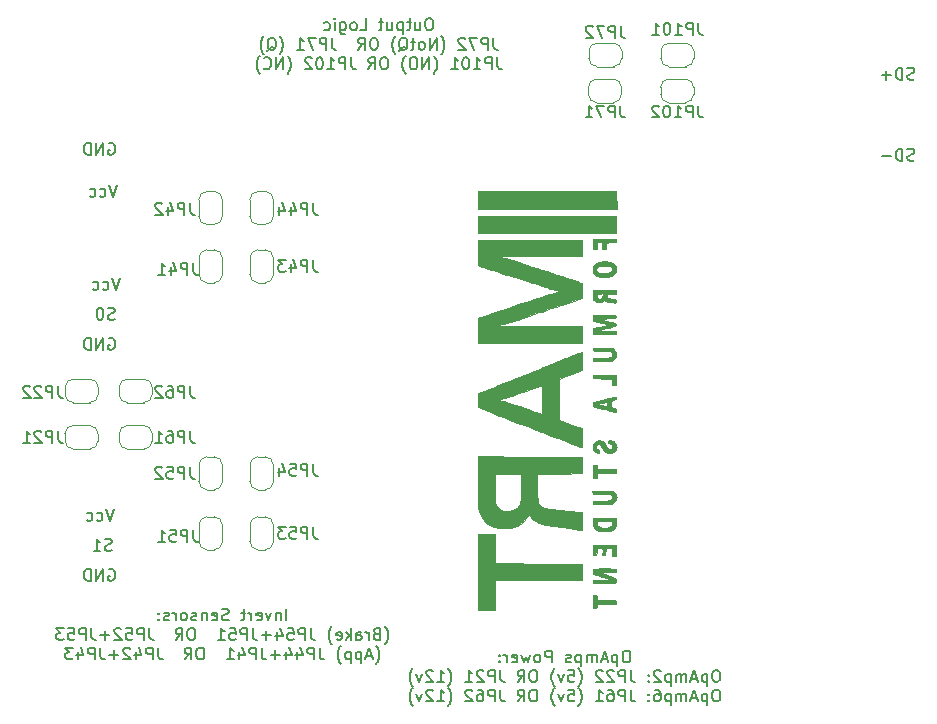
<source format=gbr>
%TF.GenerationSoftware,KiCad,Pcbnew,(5.1.10)-1*%
%TF.CreationDate,2022-04-28T16:12:41+02:00*%
%TF.ProjectId,BSPD-CV_3_0_03RC_B,42535044-2d43-4565-9f33-5f305f303352,rev?*%
%TF.SameCoordinates,Original*%
%TF.FileFunction,Legend,Bot*%
%TF.FilePolarity,Positive*%
%FSLAX46Y46*%
G04 Gerber Fmt 4.6, Leading zero omitted, Abs format (unit mm)*
G04 Created by KiCad (PCBNEW (5.1.10)-1) date 2022-04-28 16:12:41*
%MOMM*%
%LPD*%
G01*
G04 APERTURE LIST*
%ADD10C,0.150000*%
%ADD11C,0.010000*%
%ADD12C,0.120000*%
%ADD13C,2.000000*%
%ADD14C,0.100000*%
%ADD15O,1.500000X1.500000*%
%ADD16R,1.500000X1.500000*%
%ADD17O,1.600000X1.600000*%
%ADD18R,1.600000X1.600000*%
%ADD19C,1.700000*%
%ADD20O,2.200000X1.700000*%
%ADD21C,4.700000*%
G04 APERTURE END LIST*
D10*
X184720952Y-97878380D02*
X184530476Y-97878380D01*
X184435238Y-97926000D01*
X184340000Y-98021238D01*
X184292380Y-98211714D01*
X184292380Y-98545047D01*
X184340000Y-98735523D01*
X184435238Y-98830761D01*
X184530476Y-98878380D01*
X184720952Y-98878380D01*
X184816190Y-98830761D01*
X184911428Y-98735523D01*
X184959047Y-98545047D01*
X184959047Y-98211714D01*
X184911428Y-98021238D01*
X184816190Y-97926000D01*
X184720952Y-97878380D01*
X183435238Y-98211714D02*
X183435238Y-98878380D01*
X183863809Y-98211714D02*
X183863809Y-98735523D01*
X183816190Y-98830761D01*
X183720952Y-98878380D01*
X183578095Y-98878380D01*
X183482857Y-98830761D01*
X183435238Y-98783142D01*
X183101904Y-98211714D02*
X182720952Y-98211714D01*
X182959047Y-97878380D02*
X182959047Y-98735523D01*
X182911428Y-98830761D01*
X182816190Y-98878380D01*
X182720952Y-98878380D01*
X182387619Y-98211714D02*
X182387619Y-99211714D01*
X182387619Y-98259333D02*
X182292380Y-98211714D01*
X182101904Y-98211714D01*
X182006666Y-98259333D01*
X181959047Y-98306952D01*
X181911428Y-98402190D01*
X181911428Y-98687904D01*
X181959047Y-98783142D01*
X182006666Y-98830761D01*
X182101904Y-98878380D01*
X182292380Y-98878380D01*
X182387619Y-98830761D01*
X181054285Y-98211714D02*
X181054285Y-98878380D01*
X181482857Y-98211714D02*
X181482857Y-98735523D01*
X181435238Y-98830761D01*
X181340000Y-98878380D01*
X181197142Y-98878380D01*
X181101904Y-98830761D01*
X181054285Y-98783142D01*
X180720952Y-98211714D02*
X180340000Y-98211714D01*
X180578095Y-97878380D02*
X180578095Y-98735523D01*
X180530476Y-98830761D01*
X180435238Y-98878380D01*
X180340000Y-98878380D01*
X178768571Y-98878380D02*
X179244761Y-98878380D01*
X179244761Y-97878380D01*
X178292380Y-98878380D02*
X178387619Y-98830761D01*
X178435238Y-98783142D01*
X178482857Y-98687904D01*
X178482857Y-98402190D01*
X178435238Y-98306952D01*
X178387619Y-98259333D01*
X178292380Y-98211714D01*
X178149523Y-98211714D01*
X178054285Y-98259333D01*
X178006666Y-98306952D01*
X177959047Y-98402190D01*
X177959047Y-98687904D01*
X178006666Y-98783142D01*
X178054285Y-98830761D01*
X178149523Y-98878380D01*
X178292380Y-98878380D01*
X177101904Y-98211714D02*
X177101904Y-99021238D01*
X177149523Y-99116476D01*
X177197142Y-99164095D01*
X177292380Y-99211714D01*
X177435238Y-99211714D01*
X177530476Y-99164095D01*
X177101904Y-98830761D02*
X177197142Y-98878380D01*
X177387619Y-98878380D01*
X177482857Y-98830761D01*
X177530476Y-98783142D01*
X177578095Y-98687904D01*
X177578095Y-98402190D01*
X177530476Y-98306952D01*
X177482857Y-98259333D01*
X177387619Y-98211714D01*
X177197142Y-98211714D01*
X177101904Y-98259333D01*
X176625714Y-98878380D02*
X176625714Y-98211714D01*
X176625714Y-97878380D02*
X176673333Y-97926000D01*
X176625714Y-97973619D01*
X176578095Y-97926000D01*
X176625714Y-97878380D01*
X176625714Y-97973619D01*
X175720952Y-98830761D02*
X175816190Y-98878380D01*
X176006666Y-98878380D01*
X176101904Y-98830761D01*
X176149523Y-98783142D01*
X176197142Y-98687904D01*
X176197142Y-98402190D01*
X176149523Y-98306952D01*
X176101904Y-98259333D01*
X176006666Y-98211714D01*
X175816190Y-98211714D01*
X175720952Y-98259333D01*
X190054285Y-99528380D02*
X190054285Y-100242666D01*
X190101904Y-100385523D01*
X190197142Y-100480761D01*
X190340000Y-100528380D01*
X190435238Y-100528380D01*
X189578095Y-100528380D02*
X189578095Y-99528380D01*
X189197142Y-99528380D01*
X189101904Y-99576000D01*
X189054285Y-99623619D01*
X189006666Y-99718857D01*
X189006666Y-99861714D01*
X189054285Y-99956952D01*
X189101904Y-100004571D01*
X189197142Y-100052190D01*
X189578095Y-100052190D01*
X188673333Y-99528380D02*
X188006666Y-99528380D01*
X188435238Y-100528380D01*
X187673333Y-99623619D02*
X187625714Y-99576000D01*
X187530476Y-99528380D01*
X187292380Y-99528380D01*
X187197142Y-99576000D01*
X187149523Y-99623619D01*
X187101904Y-99718857D01*
X187101904Y-99814095D01*
X187149523Y-99956952D01*
X187720952Y-100528380D01*
X187101904Y-100528380D01*
X185625714Y-100909333D02*
X185673333Y-100861714D01*
X185768571Y-100718857D01*
X185816190Y-100623619D01*
X185863809Y-100480761D01*
X185911428Y-100242666D01*
X185911428Y-100052190D01*
X185863809Y-99814095D01*
X185816190Y-99671238D01*
X185768571Y-99576000D01*
X185673333Y-99433142D01*
X185625714Y-99385523D01*
X185244761Y-100528380D02*
X185244761Y-99528380D01*
X184673333Y-100528380D01*
X184673333Y-99528380D01*
X184054285Y-100528380D02*
X184149523Y-100480761D01*
X184197142Y-100433142D01*
X184244761Y-100337904D01*
X184244761Y-100052190D01*
X184197142Y-99956952D01*
X184149523Y-99909333D01*
X184054285Y-99861714D01*
X183911428Y-99861714D01*
X183816190Y-99909333D01*
X183768571Y-99956952D01*
X183720952Y-100052190D01*
X183720952Y-100337904D01*
X183768571Y-100433142D01*
X183816190Y-100480761D01*
X183911428Y-100528380D01*
X184054285Y-100528380D01*
X183435238Y-99861714D02*
X183054285Y-99861714D01*
X183292380Y-99528380D02*
X183292380Y-100385523D01*
X183244761Y-100480761D01*
X183149523Y-100528380D01*
X183054285Y-100528380D01*
X182054285Y-100623619D02*
X182149523Y-100576000D01*
X182244761Y-100480761D01*
X182387619Y-100337904D01*
X182482857Y-100290285D01*
X182578095Y-100290285D01*
X182530476Y-100528380D02*
X182625714Y-100480761D01*
X182720952Y-100385523D01*
X182768571Y-100195047D01*
X182768571Y-99861714D01*
X182720952Y-99671238D01*
X182625714Y-99576000D01*
X182530476Y-99528380D01*
X182340000Y-99528380D01*
X182244761Y-99576000D01*
X182149523Y-99671238D01*
X182101904Y-99861714D01*
X182101904Y-100195047D01*
X182149523Y-100385523D01*
X182244761Y-100480761D01*
X182340000Y-100528380D01*
X182530476Y-100528380D01*
X181768571Y-100909333D02*
X181720952Y-100861714D01*
X181625714Y-100718857D01*
X181578095Y-100623619D01*
X181530476Y-100480761D01*
X181482857Y-100242666D01*
X181482857Y-100052190D01*
X181530476Y-99814095D01*
X181578095Y-99671238D01*
X181625714Y-99576000D01*
X181720952Y-99433142D01*
X181768571Y-99385523D01*
X180054285Y-99528380D02*
X179863809Y-99528380D01*
X179768571Y-99576000D01*
X179673333Y-99671238D01*
X179625714Y-99861714D01*
X179625714Y-100195047D01*
X179673333Y-100385523D01*
X179768571Y-100480761D01*
X179863809Y-100528380D01*
X180054285Y-100528380D01*
X180149523Y-100480761D01*
X180244761Y-100385523D01*
X180292380Y-100195047D01*
X180292380Y-99861714D01*
X180244761Y-99671238D01*
X180149523Y-99576000D01*
X180054285Y-99528380D01*
X178625714Y-100528380D02*
X178959047Y-100052190D01*
X179197142Y-100528380D02*
X179197142Y-99528380D01*
X178816190Y-99528380D01*
X178720952Y-99576000D01*
X178673333Y-99623619D01*
X178625714Y-99718857D01*
X178625714Y-99861714D01*
X178673333Y-99956952D01*
X178720952Y-100004571D01*
X178816190Y-100052190D01*
X179197142Y-100052190D01*
X176387619Y-99528380D02*
X176387619Y-100242666D01*
X176435238Y-100385523D01*
X176530476Y-100480761D01*
X176673333Y-100528380D01*
X176768571Y-100528380D01*
X175911428Y-100528380D02*
X175911428Y-99528380D01*
X175530476Y-99528380D01*
X175435238Y-99576000D01*
X175387619Y-99623619D01*
X175340000Y-99718857D01*
X175340000Y-99861714D01*
X175387619Y-99956952D01*
X175435238Y-100004571D01*
X175530476Y-100052190D01*
X175911428Y-100052190D01*
X175006666Y-99528380D02*
X174340000Y-99528380D01*
X174768571Y-100528380D01*
X173435238Y-100528380D02*
X174006666Y-100528380D01*
X173720952Y-100528380D02*
X173720952Y-99528380D01*
X173816190Y-99671238D01*
X173911428Y-99766476D01*
X174006666Y-99814095D01*
X171959047Y-100909333D02*
X172006666Y-100861714D01*
X172101904Y-100718857D01*
X172149523Y-100623619D01*
X172197142Y-100480761D01*
X172244761Y-100242666D01*
X172244761Y-100052190D01*
X172197142Y-99814095D01*
X172149523Y-99671238D01*
X172101904Y-99576000D01*
X172006666Y-99433142D01*
X171959047Y-99385523D01*
X170911428Y-100623619D02*
X171006666Y-100576000D01*
X171101904Y-100480761D01*
X171244761Y-100337904D01*
X171340000Y-100290285D01*
X171435238Y-100290285D01*
X171387619Y-100528380D02*
X171482857Y-100480761D01*
X171578095Y-100385523D01*
X171625714Y-100195047D01*
X171625714Y-99861714D01*
X171578095Y-99671238D01*
X171482857Y-99576000D01*
X171387619Y-99528380D01*
X171197142Y-99528380D01*
X171101904Y-99576000D01*
X171006666Y-99671238D01*
X170959047Y-99861714D01*
X170959047Y-100195047D01*
X171006666Y-100385523D01*
X171101904Y-100480761D01*
X171197142Y-100528380D01*
X171387619Y-100528380D01*
X170625714Y-100909333D02*
X170578095Y-100861714D01*
X170482857Y-100718857D01*
X170435238Y-100623619D01*
X170387619Y-100480761D01*
X170340000Y-100242666D01*
X170340000Y-100052190D01*
X170387619Y-99814095D01*
X170435238Y-99671238D01*
X170482857Y-99576000D01*
X170578095Y-99433142D01*
X170625714Y-99385523D01*
X190387619Y-101178380D02*
X190387619Y-101892666D01*
X190435238Y-102035523D01*
X190530476Y-102130761D01*
X190673333Y-102178380D01*
X190768571Y-102178380D01*
X189911428Y-102178380D02*
X189911428Y-101178380D01*
X189530476Y-101178380D01*
X189435238Y-101226000D01*
X189387619Y-101273619D01*
X189340000Y-101368857D01*
X189340000Y-101511714D01*
X189387619Y-101606952D01*
X189435238Y-101654571D01*
X189530476Y-101702190D01*
X189911428Y-101702190D01*
X188387619Y-102178380D02*
X188959047Y-102178380D01*
X188673333Y-102178380D02*
X188673333Y-101178380D01*
X188768571Y-101321238D01*
X188863809Y-101416476D01*
X188959047Y-101464095D01*
X187768571Y-101178380D02*
X187673333Y-101178380D01*
X187578095Y-101226000D01*
X187530476Y-101273619D01*
X187482857Y-101368857D01*
X187435238Y-101559333D01*
X187435238Y-101797428D01*
X187482857Y-101987904D01*
X187530476Y-102083142D01*
X187578095Y-102130761D01*
X187673333Y-102178380D01*
X187768571Y-102178380D01*
X187863809Y-102130761D01*
X187911428Y-102083142D01*
X187959047Y-101987904D01*
X188006666Y-101797428D01*
X188006666Y-101559333D01*
X187959047Y-101368857D01*
X187911428Y-101273619D01*
X187863809Y-101226000D01*
X187768571Y-101178380D01*
X186482857Y-102178380D02*
X187054285Y-102178380D01*
X186768571Y-102178380D02*
X186768571Y-101178380D01*
X186863809Y-101321238D01*
X186959047Y-101416476D01*
X187054285Y-101464095D01*
X185006666Y-102559333D02*
X185054285Y-102511714D01*
X185149523Y-102368857D01*
X185197142Y-102273619D01*
X185244761Y-102130761D01*
X185292380Y-101892666D01*
X185292380Y-101702190D01*
X185244761Y-101464095D01*
X185197142Y-101321238D01*
X185149523Y-101226000D01*
X185054285Y-101083142D01*
X185006666Y-101035523D01*
X184625714Y-102178380D02*
X184625714Y-101178380D01*
X184054285Y-102178380D01*
X184054285Y-101178380D01*
X183387619Y-101178380D02*
X183197142Y-101178380D01*
X183101904Y-101226000D01*
X183006666Y-101321238D01*
X182959047Y-101511714D01*
X182959047Y-101845047D01*
X183006666Y-102035523D01*
X183101904Y-102130761D01*
X183197142Y-102178380D01*
X183387619Y-102178380D01*
X183482857Y-102130761D01*
X183578095Y-102035523D01*
X183625714Y-101845047D01*
X183625714Y-101511714D01*
X183578095Y-101321238D01*
X183482857Y-101226000D01*
X183387619Y-101178380D01*
X182625714Y-102559333D02*
X182578095Y-102511714D01*
X182482857Y-102368857D01*
X182435238Y-102273619D01*
X182387619Y-102130761D01*
X182340000Y-101892666D01*
X182340000Y-101702190D01*
X182387619Y-101464095D01*
X182435238Y-101321238D01*
X182482857Y-101226000D01*
X182578095Y-101083142D01*
X182625714Y-101035523D01*
X180911428Y-101178380D02*
X180720952Y-101178380D01*
X180625714Y-101226000D01*
X180530476Y-101321238D01*
X180482857Y-101511714D01*
X180482857Y-101845047D01*
X180530476Y-102035523D01*
X180625714Y-102130761D01*
X180720952Y-102178380D01*
X180911428Y-102178380D01*
X181006666Y-102130761D01*
X181101904Y-102035523D01*
X181149523Y-101845047D01*
X181149523Y-101511714D01*
X181101904Y-101321238D01*
X181006666Y-101226000D01*
X180911428Y-101178380D01*
X179482857Y-102178380D02*
X179816190Y-101702190D01*
X180054285Y-102178380D02*
X180054285Y-101178380D01*
X179673333Y-101178380D01*
X179578095Y-101226000D01*
X179530476Y-101273619D01*
X179482857Y-101368857D01*
X179482857Y-101511714D01*
X179530476Y-101606952D01*
X179578095Y-101654571D01*
X179673333Y-101702190D01*
X180054285Y-101702190D01*
X178006666Y-101178380D02*
X178006666Y-101892666D01*
X178054285Y-102035523D01*
X178149523Y-102130761D01*
X178292380Y-102178380D01*
X178387619Y-102178380D01*
X177530476Y-102178380D02*
X177530476Y-101178380D01*
X177149523Y-101178380D01*
X177054285Y-101226000D01*
X177006666Y-101273619D01*
X176959047Y-101368857D01*
X176959047Y-101511714D01*
X177006666Y-101606952D01*
X177054285Y-101654571D01*
X177149523Y-101702190D01*
X177530476Y-101702190D01*
X176006666Y-102178380D02*
X176578095Y-102178380D01*
X176292380Y-102178380D02*
X176292380Y-101178380D01*
X176387619Y-101321238D01*
X176482857Y-101416476D01*
X176578095Y-101464095D01*
X175387619Y-101178380D02*
X175292380Y-101178380D01*
X175197142Y-101226000D01*
X175149523Y-101273619D01*
X175101904Y-101368857D01*
X175054285Y-101559333D01*
X175054285Y-101797428D01*
X175101904Y-101987904D01*
X175149523Y-102083142D01*
X175197142Y-102130761D01*
X175292380Y-102178380D01*
X175387619Y-102178380D01*
X175482857Y-102130761D01*
X175530476Y-102083142D01*
X175578095Y-101987904D01*
X175625714Y-101797428D01*
X175625714Y-101559333D01*
X175578095Y-101368857D01*
X175530476Y-101273619D01*
X175482857Y-101226000D01*
X175387619Y-101178380D01*
X174673333Y-101273619D02*
X174625714Y-101226000D01*
X174530476Y-101178380D01*
X174292380Y-101178380D01*
X174197142Y-101226000D01*
X174149523Y-101273619D01*
X174101904Y-101368857D01*
X174101904Y-101464095D01*
X174149523Y-101606952D01*
X174720952Y-102178380D01*
X174101904Y-102178380D01*
X172625714Y-102559333D02*
X172673333Y-102511714D01*
X172768571Y-102368857D01*
X172816190Y-102273619D01*
X172863809Y-102130761D01*
X172911428Y-101892666D01*
X172911428Y-101702190D01*
X172863809Y-101464095D01*
X172816190Y-101321238D01*
X172768571Y-101226000D01*
X172673333Y-101083142D01*
X172625714Y-101035523D01*
X172244761Y-102178380D02*
X172244761Y-101178380D01*
X171673333Y-102178380D01*
X171673333Y-101178380D01*
X170625714Y-102083142D02*
X170673333Y-102130761D01*
X170816190Y-102178380D01*
X170911428Y-102178380D01*
X171054285Y-102130761D01*
X171149523Y-102035523D01*
X171197142Y-101940285D01*
X171244761Y-101749809D01*
X171244761Y-101606952D01*
X171197142Y-101416476D01*
X171149523Y-101321238D01*
X171054285Y-101226000D01*
X170911428Y-101178380D01*
X170816190Y-101178380D01*
X170673333Y-101226000D01*
X170625714Y-101273619D01*
X170292380Y-102559333D02*
X170244761Y-102511714D01*
X170149523Y-102368857D01*
X170101904Y-102273619D01*
X170054285Y-102130761D01*
X170006666Y-101892666D01*
X170006666Y-101702190D01*
X170054285Y-101464095D01*
X170101904Y-101321238D01*
X170149523Y-101226000D01*
X170244761Y-101083142D01*
X170292380Y-101035523D01*
X201421333Y-151409380D02*
X201230857Y-151409380D01*
X201135619Y-151457000D01*
X201040380Y-151552238D01*
X200992761Y-151742714D01*
X200992761Y-152076047D01*
X201040380Y-152266523D01*
X201135619Y-152361761D01*
X201230857Y-152409380D01*
X201421333Y-152409380D01*
X201516571Y-152361761D01*
X201611809Y-152266523D01*
X201659428Y-152076047D01*
X201659428Y-151742714D01*
X201611809Y-151552238D01*
X201516571Y-151457000D01*
X201421333Y-151409380D01*
X200564190Y-151742714D02*
X200564190Y-152742714D01*
X200564190Y-151790333D02*
X200468952Y-151742714D01*
X200278476Y-151742714D01*
X200183238Y-151790333D01*
X200135619Y-151837952D01*
X200088000Y-151933190D01*
X200088000Y-152218904D01*
X200135619Y-152314142D01*
X200183238Y-152361761D01*
X200278476Y-152409380D01*
X200468952Y-152409380D01*
X200564190Y-152361761D01*
X199707047Y-152123666D02*
X199230857Y-152123666D01*
X199802285Y-152409380D02*
X199468952Y-151409380D01*
X199135619Y-152409380D01*
X198802285Y-152409380D02*
X198802285Y-151742714D01*
X198802285Y-151837952D02*
X198754666Y-151790333D01*
X198659428Y-151742714D01*
X198516571Y-151742714D01*
X198421333Y-151790333D01*
X198373714Y-151885571D01*
X198373714Y-152409380D01*
X198373714Y-151885571D02*
X198326095Y-151790333D01*
X198230857Y-151742714D01*
X198088000Y-151742714D01*
X197992761Y-151790333D01*
X197945142Y-151885571D01*
X197945142Y-152409380D01*
X197468952Y-151742714D02*
X197468952Y-152742714D01*
X197468952Y-151790333D02*
X197373714Y-151742714D01*
X197183238Y-151742714D01*
X197088000Y-151790333D01*
X197040380Y-151837952D01*
X196992761Y-151933190D01*
X196992761Y-152218904D01*
X197040380Y-152314142D01*
X197088000Y-152361761D01*
X197183238Y-152409380D01*
X197373714Y-152409380D01*
X197468952Y-152361761D01*
X196611809Y-152361761D02*
X196516571Y-152409380D01*
X196326095Y-152409380D01*
X196230857Y-152361761D01*
X196183238Y-152266523D01*
X196183238Y-152218904D01*
X196230857Y-152123666D01*
X196326095Y-152076047D01*
X196468952Y-152076047D01*
X196564190Y-152028428D01*
X196611809Y-151933190D01*
X196611809Y-151885571D01*
X196564190Y-151790333D01*
X196468952Y-151742714D01*
X196326095Y-151742714D01*
X196230857Y-151790333D01*
X194992761Y-152409380D02*
X194992761Y-151409380D01*
X194611809Y-151409380D01*
X194516571Y-151457000D01*
X194468952Y-151504619D01*
X194421333Y-151599857D01*
X194421333Y-151742714D01*
X194468952Y-151837952D01*
X194516571Y-151885571D01*
X194611809Y-151933190D01*
X194992761Y-151933190D01*
X193849904Y-152409380D02*
X193945142Y-152361761D01*
X193992761Y-152314142D01*
X194040380Y-152218904D01*
X194040380Y-151933190D01*
X193992761Y-151837952D01*
X193945142Y-151790333D01*
X193849904Y-151742714D01*
X193707047Y-151742714D01*
X193611809Y-151790333D01*
X193564190Y-151837952D01*
X193516571Y-151933190D01*
X193516571Y-152218904D01*
X193564190Y-152314142D01*
X193611809Y-152361761D01*
X193707047Y-152409380D01*
X193849904Y-152409380D01*
X193183238Y-151742714D02*
X192992761Y-152409380D01*
X192802285Y-151933190D01*
X192611809Y-152409380D01*
X192421333Y-151742714D01*
X191659428Y-152361761D02*
X191754666Y-152409380D01*
X191945142Y-152409380D01*
X192040380Y-152361761D01*
X192088000Y-152266523D01*
X192088000Y-151885571D01*
X192040380Y-151790333D01*
X191945142Y-151742714D01*
X191754666Y-151742714D01*
X191659428Y-151790333D01*
X191611809Y-151885571D01*
X191611809Y-151980809D01*
X192088000Y-152076047D01*
X191183238Y-152409380D02*
X191183238Y-151742714D01*
X191183238Y-151933190D02*
X191135619Y-151837952D01*
X191088000Y-151790333D01*
X190992761Y-151742714D01*
X190897523Y-151742714D01*
X190564190Y-152314142D02*
X190516571Y-152361761D01*
X190564190Y-152409380D01*
X190611809Y-152361761D01*
X190564190Y-152314142D01*
X190564190Y-152409380D01*
X190564190Y-151790333D02*
X190516571Y-151837952D01*
X190564190Y-151885571D01*
X190611809Y-151837952D01*
X190564190Y-151790333D01*
X190564190Y-151885571D01*
X209016571Y-153059380D02*
X208826095Y-153059380D01*
X208730857Y-153107000D01*
X208635619Y-153202238D01*
X208588000Y-153392714D01*
X208588000Y-153726047D01*
X208635619Y-153916523D01*
X208730857Y-154011761D01*
X208826095Y-154059380D01*
X209016571Y-154059380D01*
X209111809Y-154011761D01*
X209207047Y-153916523D01*
X209254666Y-153726047D01*
X209254666Y-153392714D01*
X209207047Y-153202238D01*
X209111809Y-153107000D01*
X209016571Y-153059380D01*
X208159428Y-153392714D02*
X208159428Y-154392714D01*
X208159428Y-153440333D02*
X208064190Y-153392714D01*
X207873714Y-153392714D01*
X207778476Y-153440333D01*
X207730857Y-153487952D01*
X207683238Y-153583190D01*
X207683238Y-153868904D01*
X207730857Y-153964142D01*
X207778476Y-154011761D01*
X207873714Y-154059380D01*
X208064190Y-154059380D01*
X208159428Y-154011761D01*
X207302285Y-153773666D02*
X206826095Y-153773666D01*
X207397523Y-154059380D02*
X207064190Y-153059380D01*
X206730857Y-154059380D01*
X206397523Y-154059380D02*
X206397523Y-153392714D01*
X206397523Y-153487952D02*
X206349904Y-153440333D01*
X206254666Y-153392714D01*
X206111809Y-153392714D01*
X206016571Y-153440333D01*
X205968952Y-153535571D01*
X205968952Y-154059380D01*
X205968952Y-153535571D02*
X205921333Y-153440333D01*
X205826095Y-153392714D01*
X205683238Y-153392714D01*
X205588000Y-153440333D01*
X205540380Y-153535571D01*
X205540380Y-154059380D01*
X205064190Y-153392714D02*
X205064190Y-154392714D01*
X205064190Y-153440333D02*
X204968952Y-153392714D01*
X204778476Y-153392714D01*
X204683238Y-153440333D01*
X204635619Y-153487952D01*
X204588000Y-153583190D01*
X204588000Y-153868904D01*
X204635619Y-153964142D01*
X204683238Y-154011761D01*
X204778476Y-154059380D01*
X204968952Y-154059380D01*
X205064190Y-154011761D01*
X204207047Y-153154619D02*
X204159428Y-153107000D01*
X204064190Y-153059380D01*
X203826095Y-153059380D01*
X203730857Y-153107000D01*
X203683238Y-153154619D01*
X203635619Y-153249857D01*
X203635619Y-153345095D01*
X203683238Y-153487952D01*
X204254666Y-154059380D01*
X203635619Y-154059380D01*
X203207047Y-153964142D02*
X203159428Y-154011761D01*
X203207047Y-154059380D01*
X203254666Y-154011761D01*
X203207047Y-153964142D01*
X203207047Y-154059380D01*
X203207047Y-153440333D02*
X203159428Y-153487952D01*
X203207047Y-153535571D01*
X203254666Y-153487952D01*
X203207047Y-153440333D01*
X203207047Y-153535571D01*
X201683238Y-153059380D02*
X201683238Y-153773666D01*
X201730857Y-153916523D01*
X201826095Y-154011761D01*
X201968952Y-154059380D01*
X202064190Y-154059380D01*
X201207047Y-154059380D02*
X201207047Y-153059380D01*
X200826095Y-153059380D01*
X200730857Y-153107000D01*
X200683238Y-153154619D01*
X200635619Y-153249857D01*
X200635619Y-153392714D01*
X200683238Y-153487952D01*
X200730857Y-153535571D01*
X200826095Y-153583190D01*
X201207047Y-153583190D01*
X200254666Y-153154619D02*
X200207047Y-153107000D01*
X200111809Y-153059380D01*
X199873714Y-153059380D01*
X199778476Y-153107000D01*
X199730857Y-153154619D01*
X199683238Y-153249857D01*
X199683238Y-153345095D01*
X199730857Y-153487952D01*
X200302285Y-154059380D01*
X199683238Y-154059380D01*
X199302285Y-153154619D02*
X199254666Y-153107000D01*
X199159428Y-153059380D01*
X198921333Y-153059380D01*
X198826095Y-153107000D01*
X198778476Y-153154619D01*
X198730857Y-153249857D01*
X198730857Y-153345095D01*
X198778476Y-153487952D01*
X199349904Y-154059380D01*
X198730857Y-154059380D01*
X197254666Y-154440333D02*
X197302285Y-154392714D01*
X197397523Y-154249857D01*
X197445142Y-154154619D01*
X197492761Y-154011761D01*
X197540380Y-153773666D01*
X197540380Y-153583190D01*
X197492761Y-153345095D01*
X197445142Y-153202238D01*
X197397523Y-153107000D01*
X197302285Y-152964142D01*
X197254666Y-152916523D01*
X196397523Y-153059380D02*
X196873714Y-153059380D01*
X196921333Y-153535571D01*
X196873714Y-153487952D01*
X196778476Y-153440333D01*
X196540380Y-153440333D01*
X196445142Y-153487952D01*
X196397523Y-153535571D01*
X196349904Y-153630809D01*
X196349904Y-153868904D01*
X196397523Y-153964142D01*
X196445142Y-154011761D01*
X196540380Y-154059380D01*
X196778476Y-154059380D01*
X196873714Y-154011761D01*
X196921333Y-153964142D01*
X196016571Y-153392714D02*
X195778476Y-154059380D01*
X195540380Y-153392714D01*
X195254666Y-154440333D02*
X195207047Y-154392714D01*
X195111809Y-154249857D01*
X195064190Y-154154619D01*
X195016571Y-154011761D01*
X194968952Y-153773666D01*
X194968952Y-153583190D01*
X195016571Y-153345095D01*
X195064190Y-153202238D01*
X195111809Y-153107000D01*
X195207047Y-152964142D01*
X195254666Y-152916523D01*
X193540380Y-153059380D02*
X193349904Y-153059380D01*
X193254666Y-153107000D01*
X193159428Y-153202238D01*
X193111809Y-153392714D01*
X193111809Y-153726047D01*
X193159428Y-153916523D01*
X193254666Y-154011761D01*
X193349904Y-154059380D01*
X193540380Y-154059380D01*
X193635619Y-154011761D01*
X193730857Y-153916523D01*
X193778476Y-153726047D01*
X193778476Y-153392714D01*
X193730857Y-153202238D01*
X193635619Y-153107000D01*
X193540380Y-153059380D01*
X192111809Y-154059380D02*
X192445142Y-153583190D01*
X192683238Y-154059380D02*
X192683238Y-153059380D01*
X192302285Y-153059380D01*
X192207047Y-153107000D01*
X192159428Y-153154619D01*
X192111809Y-153249857D01*
X192111809Y-153392714D01*
X192159428Y-153487952D01*
X192207047Y-153535571D01*
X192302285Y-153583190D01*
X192683238Y-153583190D01*
X190635619Y-153059380D02*
X190635619Y-153773666D01*
X190683238Y-153916523D01*
X190778476Y-154011761D01*
X190921333Y-154059380D01*
X191016571Y-154059380D01*
X190159428Y-154059380D02*
X190159428Y-153059380D01*
X189778476Y-153059380D01*
X189683238Y-153107000D01*
X189635619Y-153154619D01*
X189588000Y-153249857D01*
X189588000Y-153392714D01*
X189635619Y-153487952D01*
X189683238Y-153535571D01*
X189778476Y-153583190D01*
X190159428Y-153583190D01*
X189207047Y-153154619D02*
X189159428Y-153107000D01*
X189064190Y-153059380D01*
X188826095Y-153059380D01*
X188730857Y-153107000D01*
X188683238Y-153154619D01*
X188635619Y-153249857D01*
X188635619Y-153345095D01*
X188683238Y-153487952D01*
X189254666Y-154059380D01*
X188635619Y-154059380D01*
X187683238Y-154059380D02*
X188254666Y-154059380D01*
X187968952Y-154059380D02*
X187968952Y-153059380D01*
X188064190Y-153202238D01*
X188159428Y-153297476D01*
X188254666Y-153345095D01*
X186207047Y-154440333D02*
X186254666Y-154392714D01*
X186349904Y-154249857D01*
X186397523Y-154154619D01*
X186445142Y-154011761D01*
X186492761Y-153773666D01*
X186492761Y-153583190D01*
X186445142Y-153345095D01*
X186397523Y-153202238D01*
X186349904Y-153107000D01*
X186254666Y-152964142D01*
X186207047Y-152916523D01*
X185302285Y-154059380D02*
X185873714Y-154059380D01*
X185588000Y-154059380D02*
X185588000Y-153059380D01*
X185683238Y-153202238D01*
X185778476Y-153297476D01*
X185873714Y-153345095D01*
X184921333Y-153154619D02*
X184873714Y-153107000D01*
X184778476Y-153059380D01*
X184540380Y-153059380D01*
X184445142Y-153107000D01*
X184397523Y-153154619D01*
X184349904Y-153249857D01*
X184349904Y-153345095D01*
X184397523Y-153487952D01*
X184968952Y-154059380D01*
X184349904Y-154059380D01*
X184016571Y-153392714D02*
X183778476Y-154059380D01*
X183540380Y-153392714D01*
X183254666Y-154440333D02*
X183207047Y-154392714D01*
X183111809Y-154249857D01*
X183064190Y-154154619D01*
X183016571Y-154011761D01*
X182968952Y-153773666D01*
X182968952Y-153583190D01*
X183016571Y-153345095D01*
X183064190Y-153202238D01*
X183111809Y-153107000D01*
X183207047Y-152964142D01*
X183254666Y-152916523D01*
X209016571Y-154709380D02*
X208826095Y-154709380D01*
X208730857Y-154757000D01*
X208635619Y-154852238D01*
X208588000Y-155042714D01*
X208588000Y-155376047D01*
X208635619Y-155566523D01*
X208730857Y-155661761D01*
X208826095Y-155709380D01*
X209016571Y-155709380D01*
X209111809Y-155661761D01*
X209207047Y-155566523D01*
X209254666Y-155376047D01*
X209254666Y-155042714D01*
X209207047Y-154852238D01*
X209111809Y-154757000D01*
X209016571Y-154709380D01*
X208159428Y-155042714D02*
X208159428Y-156042714D01*
X208159428Y-155090333D02*
X208064190Y-155042714D01*
X207873714Y-155042714D01*
X207778476Y-155090333D01*
X207730857Y-155137952D01*
X207683238Y-155233190D01*
X207683238Y-155518904D01*
X207730857Y-155614142D01*
X207778476Y-155661761D01*
X207873714Y-155709380D01*
X208064190Y-155709380D01*
X208159428Y-155661761D01*
X207302285Y-155423666D02*
X206826095Y-155423666D01*
X207397523Y-155709380D02*
X207064190Y-154709380D01*
X206730857Y-155709380D01*
X206397523Y-155709380D02*
X206397523Y-155042714D01*
X206397523Y-155137952D02*
X206349904Y-155090333D01*
X206254666Y-155042714D01*
X206111809Y-155042714D01*
X206016571Y-155090333D01*
X205968952Y-155185571D01*
X205968952Y-155709380D01*
X205968952Y-155185571D02*
X205921333Y-155090333D01*
X205826095Y-155042714D01*
X205683238Y-155042714D01*
X205588000Y-155090333D01*
X205540380Y-155185571D01*
X205540380Y-155709380D01*
X205064190Y-155042714D02*
X205064190Y-156042714D01*
X205064190Y-155090333D02*
X204968952Y-155042714D01*
X204778476Y-155042714D01*
X204683238Y-155090333D01*
X204635619Y-155137952D01*
X204588000Y-155233190D01*
X204588000Y-155518904D01*
X204635619Y-155614142D01*
X204683238Y-155661761D01*
X204778476Y-155709380D01*
X204968952Y-155709380D01*
X205064190Y-155661761D01*
X203730857Y-154709380D02*
X203921333Y-154709380D01*
X204016571Y-154757000D01*
X204064190Y-154804619D01*
X204159428Y-154947476D01*
X204207047Y-155137952D01*
X204207047Y-155518904D01*
X204159428Y-155614142D01*
X204111809Y-155661761D01*
X204016571Y-155709380D01*
X203826095Y-155709380D01*
X203730857Y-155661761D01*
X203683238Y-155614142D01*
X203635619Y-155518904D01*
X203635619Y-155280809D01*
X203683238Y-155185571D01*
X203730857Y-155137952D01*
X203826095Y-155090333D01*
X204016571Y-155090333D01*
X204111809Y-155137952D01*
X204159428Y-155185571D01*
X204207047Y-155280809D01*
X203207047Y-155614142D02*
X203159428Y-155661761D01*
X203207047Y-155709380D01*
X203254666Y-155661761D01*
X203207047Y-155614142D01*
X203207047Y-155709380D01*
X203207047Y-155090333D02*
X203159428Y-155137952D01*
X203207047Y-155185571D01*
X203254666Y-155137952D01*
X203207047Y-155090333D01*
X203207047Y-155185571D01*
X201683238Y-154709380D02*
X201683238Y-155423666D01*
X201730857Y-155566523D01*
X201826095Y-155661761D01*
X201968952Y-155709380D01*
X202064190Y-155709380D01*
X201207047Y-155709380D02*
X201207047Y-154709380D01*
X200826095Y-154709380D01*
X200730857Y-154757000D01*
X200683238Y-154804619D01*
X200635619Y-154899857D01*
X200635619Y-155042714D01*
X200683238Y-155137952D01*
X200730857Y-155185571D01*
X200826095Y-155233190D01*
X201207047Y-155233190D01*
X199778476Y-154709380D02*
X199968952Y-154709380D01*
X200064190Y-154757000D01*
X200111809Y-154804619D01*
X200207047Y-154947476D01*
X200254666Y-155137952D01*
X200254666Y-155518904D01*
X200207047Y-155614142D01*
X200159428Y-155661761D01*
X200064190Y-155709380D01*
X199873714Y-155709380D01*
X199778476Y-155661761D01*
X199730857Y-155614142D01*
X199683238Y-155518904D01*
X199683238Y-155280809D01*
X199730857Y-155185571D01*
X199778476Y-155137952D01*
X199873714Y-155090333D01*
X200064190Y-155090333D01*
X200159428Y-155137952D01*
X200207047Y-155185571D01*
X200254666Y-155280809D01*
X198730857Y-155709380D02*
X199302285Y-155709380D01*
X199016571Y-155709380D02*
X199016571Y-154709380D01*
X199111809Y-154852238D01*
X199207047Y-154947476D01*
X199302285Y-154995095D01*
X197254666Y-156090333D02*
X197302285Y-156042714D01*
X197397523Y-155899857D01*
X197445142Y-155804619D01*
X197492761Y-155661761D01*
X197540380Y-155423666D01*
X197540380Y-155233190D01*
X197492761Y-154995095D01*
X197445142Y-154852238D01*
X197397523Y-154757000D01*
X197302285Y-154614142D01*
X197254666Y-154566523D01*
X196397523Y-154709380D02*
X196873714Y-154709380D01*
X196921333Y-155185571D01*
X196873714Y-155137952D01*
X196778476Y-155090333D01*
X196540380Y-155090333D01*
X196445142Y-155137952D01*
X196397523Y-155185571D01*
X196349904Y-155280809D01*
X196349904Y-155518904D01*
X196397523Y-155614142D01*
X196445142Y-155661761D01*
X196540380Y-155709380D01*
X196778476Y-155709380D01*
X196873714Y-155661761D01*
X196921333Y-155614142D01*
X196016571Y-155042714D02*
X195778476Y-155709380D01*
X195540380Y-155042714D01*
X195254666Y-156090333D02*
X195207047Y-156042714D01*
X195111809Y-155899857D01*
X195064190Y-155804619D01*
X195016571Y-155661761D01*
X194968952Y-155423666D01*
X194968952Y-155233190D01*
X195016571Y-154995095D01*
X195064190Y-154852238D01*
X195111809Y-154757000D01*
X195207047Y-154614142D01*
X195254666Y-154566523D01*
X193540380Y-154709380D02*
X193349904Y-154709380D01*
X193254666Y-154757000D01*
X193159428Y-154852238D01*
X193111809Y-155042714D01*
X193111809Y-155376047D01*
X193159428Y-155566523D01*
X193254666Y-155661761D01*
X193349904Y-155709380D01*
X193540380Y-155709380D01*
X193635619Y-155661761D01*
X193730857Y-155566523D01*
X193778476Y-155376047D01*
X193778476Y-155042714D01*
X193730857Y-154852238D01*
X193635619Y-154757000D01*
X193540380Y-154709380D01*
X192111809Y-155709380D02*
X192445142Y-155233190D01*
X192683238Y-155709380D02*
X192683238Y-154709380D01*
X192302285Y-154709380D01*
X192207047Y-154757000D01*
X192159428Y-154804619D01*
X192111809Y-154899857D01*
X192111809Y-155042714D01*
X192159428Y-155137952D01*
X192207047Y-155185571D01*
X192302285Y-155233190D01*
X192683238Y-155233190D01*
X190635619Y-154709380D02*
X190635619Y-155423666D01*
X190683238Y-155566523D01*
X190778476Y-155661761D01*
X190921333Y-155709380D01*
X191016571Y-155709380D01*
X190159428Y-155709380D02*
X190159428Y-154709380D01*
X189778476Y-154709380D01*
X189683238Y-154757000D01*
X189635619Y-154804619D01*
X189588000Y-154899857D01*
X189588000Y-155042714D01*
X189635619Y-155137952D01*
X189683238Y-155185571D01*
X189778476Y-155233190D01*
X190159428Y-155233190D01*
X188730857Y-154709380D02*
X188921333Y-154709380D01*
X189016571Y-154757000D01*
X189064190Y-154804619D01*
X189159428Y-154947476D01*
X189207047Y-155137952D01*
X189207047Y-155518904D01*
X189159428Y-155614142D01*
X189111809Y-155661761D01*
X189016571Y-155709380D01*
X188826095Y-155709380D01*
X188730857Y-155661761D01*
X188683238Y-155614142D01*
X188635619Y-155518904D01*
X188635619Y-155280809D01*
X188683238Y-155185571D01*
X188730857Y-155137952D01*
X188826095Y-155090333D01*
X189016571Y-155090333D01*
X189111809Y-155137952D01*
X189159428Y-155185571D01*
X189207047Y-155280809D01*
X188254666Y-154804619D02*
X188207047Y-154757000D01*
X188111809Y-154709380D01*
X187873714Y-154709380D01*
X187778476Y-154757000D01*
X187730857Y-154804619D01*
X187683238Y-154899857D01*
X187683238Y-154995095D01*
X187730857Y-155137952D01*
X188302285Y-155709380D01*
X187683238Y-155709380D01*
X186207047Y-156090333D02*
X186254666Y-156042714D01*
X186349904Y-155899857D01*
X186397523Y-155804619D01*
X186445142Y-155661761D01*
X186492761Y-155423666D01*
X186492761Y-155233190D01*
X186445142Y-154995095D01*
X186397523Y-154852238D01*
X186349904Y-154757000D01*
X186254666Y-154614142D01*
X186207047Y-154566523D01*
X185302285Y-155709380D02*
X185873714Y-155709380D01*
X185588000Y-155709380D02*
X185588000Y-154709380D01*
X185683238Y-154852238D01*
X185778476Y-154947476D01*
X185873714Y-154995095D01*
X184921333Y-154804619D02*
X184873714Y-154757000D01*
X184778476Y-154709380D01*
X184540380Y-154709380D01*
X184445142Y-154757000D01*
X184397523Y-154804619D01*
X184349904Y-154899857D01*
X184349904Y-154995095D01*
X184397523Y-155137952D01*
X184968952Y-155709380D01*
X184349904Y-155709380D01*
X184016571Y-155042714D02*
X183778476Y-155709380D01*
X183540380Y-155042714D01*
X183254666Y-156090333D02*
X183207047Y-156042714D01*
X183111809Y-155899857D01*
X183064190Y-155804619D01*
X183016571Y-155661761D01*
X182968952Y-155423666D01*
X182968952Y-155233190D01*
X183016571Y-154995095D01*
X183064190Y-154852238D01*
X183111809Y-154757000D01*
X183207047Y-154614142D01*
X183254666Y-154566523D01*
X172536761Y-148853380D02*
X172536761Y-147853380D01*
X172060571Y-148186714D02*
X172060571Y-148853380D01*
X172060571Y-148281952D02*
X172012952Y-148234333D01*
X171917714Y-148186714D01*
X171774857Y-148186714D01*
X171679619Y-148234333D01*
X171632000Y-148329571D01*
X171632000Y-148853380D01*
X171251047Y-148186714D02*
X171012952Y-148853380D01*
X170774857Y-148186714D01*
X170012952Y-148805761D02*
X170108190Y-148853380D01*
X170298666Y-148853380D01*
X170393904Y-148805761D01*
X170441523Y-148710523D01*
X170441523Y-148329571D01*
X170393904Y-148234333D01*
X170298666Y-148186714D01*
X170108190Y-148186714D01*
X170012952Y-148234333D01*
X169965333Y-148329571D01*
X169965333Y-148424809D01*
X170441523Y-148520047D01*
X169536761Y-148853380D02*
X169536761Y-148186714D01*
X169536761Y-148377190D02*
X169489142Y-148281952D01*
X169441523Y-148234333D01*
X169346285Y-148186714D01*
X169251047Y-148186714D01*
X169060571Y-148186714D02*
X168679619Y-148186714D01*
X168917714Y-147853380D02*
X168917714Y-148710523D01*
X168870095Y-148805761D01*
X168774857Y-148853380D01*
X168679619Y-148853380D01*
X167632000Y-148805761D02*
X167489142Y-148853380D01*
X167251047Y-148853380D01*
X167155809Y-148805761D01*
X167108190Y-148758142D01*
X167060571Y-148662904D01*
X167060571Y-148567666D01*
X167108190Y-148472428D01*
X167155809Y-148424809D01*
X167251047Y-148377190D01*
X167441523Y-148329571D01*
X167536761Y-148281952D01*
X167584380Y-148234333D01*
X167632000Y-148139095D01*
X167632000Y-148043857D01*
X167584380Y-147948619D01*
X167536761Y-147901000D01*
X167441523Y-147853380D01*
X167203428Y-147853380D01*
X167060571Y-147901000D01*
X166251047Y-148805761D02*
X166346285Y-148853380D01*
X166536761Y-148853380D01*
X166632000Y-148805761D01*
X166679619Y-148710523D01*
X166679619Y-148329571D01*
X166632000Y-148234333D01*
X166536761Y-148186714D01*
X166346285Y-148186714D01*
X166251047Y-148234333D01*
X166203428Y-148329571D01*
X166203428Y-148424809D01*
X166679619Y-148520047D01*
X165774857Y-148186714D02*
X165774857Y-148853380D01*
X165774857Y-148281952D02*
X165727238Y-148234333D01*
X165632000Y-148186714D01*
X165489142Y-148186714D01*
X165393904Y-148234333D01*
X165346285Y-148329571D01*
X165346285Y-148853380D01*
X164917714Y-148805761D02*
X164822476Y-148853380D01*
X164632000Y-148853380D01*
X164536761Y-148805761D01*
X164489142Y-148710523D01*
X164489142Y-148662904D01*
X164536761Y-148567666D01*
X164632000Y-148520047D01*
X164774857Y-148520047D01*
X164870095Y-148472428D01*
X164917714Y-148377190D01*
X164917714Y-148329571D01*
X164870095Y-148234333D01*
X164774857Y-148186714D01*
X164632000Y-148186714D01*
X164536761Y-148234333D01*
X163917714Y-148853380D02*
X164012952Y-148805761D01*
X164060571Y-148758142D01*
X164108190Y-148662904D01*
X164108190Y-148377190D01*
X164060571Y-148281952D01*
X164012952Y-148234333D01*
X163917714Y-148186714D01*
X163774857Y-148186714D01*
X163679619Y-148234333D01*
X163632000Y-148281952D01*
X163584380Y-148377190D01*
X163584380Y-148662904D01*
X163632000Y-148758142D01*
X163679619Y-148805761D01*
X163774857Y-148853380D01*
X163917714Y-148853380D01*
X163155809Y-148853380D02*
X163155809Y-148186714D01*
X163155809Y-148377190D02*
X163108190Y-148281952D01*
X163060571Y-148234333D01*
X162965333Y-148186714D01*
X162870095Y-148186714D01*
X162584380Y-148805761D02*
X162489142Y-148853380D01*
X162298666Y-148853380D01*
X162203428Y-148805761D01*
X162155809Y-148710523D01*
X162155809Y-148662904D01*
X162203428Y-148567666D01*
X162298666Y-148520047D01*
X162441523Y-148520047D01*
X162536761Y-148472428D01*
X162584380Y-148377190D01*
X162584380Y-148329571D01*
X162536761Y-148234333D01*
X162441523Y-148186714D01*
X162298666Y-148186714D01*
X162203428Y-148234333D01*
X161727238Y-148758142D02*
X161679619Y-148805761D01*
X161727238Y-148853380D01*
X161774857Y-148805761D01*
X161727238Y-148758142D01*
X161727238Y-148853380D01*
X161727238Y-148234333D02*
X161679619Y-148281952D01*
X161727238Y-148329571D01*
X161774857Y-148281952D01*
X161727238Y-148234333D01*
X161727238Y-148329571D01*
X180870095Y-150884333D02*
X180917714Y-150836714D01*
X181012952Y-150693857D01*
X181060571Y-150598619D01*
X181108190Y-150455761D01*
X181155809Y-150217666D01*
X181155809Y-150027190D01*
X181108190Y-149789095D01*
X181060571Y-149646238D01*
X181012952Y-149551000D01*
X180917714Y-149408142D01*
X180870095Y-149360523D01*
X180155809Y-149979571D02*
X180012952Y-150027190D01*
X179965333Y-150074809D01*
X179917714Y-150170047D01*
X179917714Y-150312904D01*
X179965333Y-150408142D01*
X180012952Y-150455761D01*
X180108190Y-150503380D01*
X180489142Y-150503380D01*
X180489142Y-149503380D01*
X180155809Y-149503380D01*
X180060571Y-149551000D01*
X180012952Y-149598619D01*
X179965333Y-149693857D01*
X179965333Y-149789095D01*
X180012952Y-149884333D01*
X180060571Y-149931952D01*
X180155809Y-149979571D01*
X180489142Y-149979571D01*
X179489142Y-150503380D02*
X179489142Y-149836714D01*
X179489142Y-150027190D02*
X179441523Y-149931952D01*
X179393904Y-149884333D01*
X179298666Y-149836714D01*
X179203428Y-149836714D01*
X178441523Y-150503380D02*
X178441523Y-149979571D01*
X178489142Y-149884333D01*
X178584380Y-149836714D01*
X178774857Y-149836714D01*
X178870095Y-149884333D01*
X178441523Y-150455761D02*
X178536761Y-150503380D01*
X178774857Y-150503380D01*
X178870095Y-150455761D01*
X178917714Y-150360523D01*
X178917714Y-150265285D01*
X178870095Y-150170047D01*
X178774857Y-150122428D01*
X178536761Y-150122428D01*
X178441523Y-150074809D01*
X177965333Y-150503380D02*
X177965333Y-149503380D01*
X177870095Y-150122428D02*
X177584380Y-150503380D01*
X177584380Y-149836714D02*
X177965333Y-150217666D01*
X176774857Y-150455761D02*
X176870095Y-150503380D01*
X177060571Y-150503380D01*
X177155809Y-150455761D01*
X177203428Y-150360523D01*
X177203428Y-149979571D01*
X177155809Y-149884333D01*
X177060571Y-149836714D01*
X176870095Y-149836714D01*
X176774857Y-149884333D01*
X176727238Y-149979571D01*
X176727238Y-150074809D01*
X177203428Y-150170047D01*
X176393904Y-150884333D02*
X176346285Y-150836714D01*
X176251047Y-150693857D01*
X176203428Y-150598619D01*
X176155809Y-150455761D01*
X176108190Y-150217666D01*
X176108190Y-150027190D01*
X176155809Y-149789095D01*
X176203428Y-149646238D01*
X176251047Y-149551000D01*
X176346285Y-149408142D01*
X176393904Y-149360523D01*
X174584380Y-149503380D02*
X174584380Y-150217666D01*
X174632000Y-150360523D01*
X174727238Y-150455761D01*
X174870095Y-150503380D01*
X174965333Y-150503380D01*
X174108190Y-150503380D02*
X174108190Y-149503380D01*
X173727238Y-149503380D01*
X173632000Y-149551000D01*
X173584380Y-149598619D01*
X173536761Y-149693857D01*
X173536761Y-149836714D01*
X173584380Y-149931952D01*
X173632000Y-149979571D01*
X173727238Y-150027190D01*
X174108190Y-150027190D01*
X172632000Y-149503380D02*
X173108190Y-149503380D01*
X173155809Y-149979571D01*
X173108190Y-149931952D01*
X173012952Y-149884333D01*
X172774857Y-149884333D01*
X172679619Y-149931952D01*
X172632000Y-149979571D01*
X172584380Y-150074809D01*
X172584380Y-150312904D01*
X172632000Y-150408142D01*
X172679619Y-150455761D01*
X172774857Y-150503380D01*
X173012952Y-150503380D01*
X173108190Y-150455761D01*
X173155809Y-150408142D01*
X171727238Y-149836714D02*
X171727238Y-150503380D01*
X171965333Y-149455761D02*
X172203428Y-150170047D01*
X171584380Y-150170047D01*
X171203428Y-150122428D02*
X170441523Y-150122428D01*
X170822476Y-150503380D02*
X170822476Y-149741476D01*
X169679619Y-149503380D02*
X169679619Y-150217666D01*
X169727238Y-150360523D01*
X169822476Y-150455761D01*
X169965333Y-150503380D01*
X170060571Y-150503380D01*
X169203428Y-150503380D02*
X169203428Y-149503380D01*
X168822476Y-149503380D01*
X168727238Y-149551000D01*
X168679619Y-149598619D01*
X168632000Y-149693857D01*
X168632000Y-149836714D01*
X168679619Y-149931952D01*
X168727238Y-149979571D01*
X168822476Y-150027190D01*
X169203428Y-150027190D01*
X167727238Y-149503380D02*
X168203428Y-149503380D01*
X168251047Y-149979571D01*
X168203428Y-149931952D01*
X168108190Y-149884333D01*
X167870095Y-149884333D01*
X167774857Y-149931952D01*
X167727238Y-149979571D01*
X167679619Y-150074809D01*
X167679619Y-150312904D01*
X167727238Y-150408142D01*
X167774857Y-150455761D01*
X167870095Y-150503380D01*
X168108190Y-150503380D01*
X168203428Y-150455761D01*
X168251047Y-150408142D01*
X166727238Y-150503380D02*
X167298666Y-150503380D01*
X167012952Y-150503380D02*
X167012952Y-149503380D01*
X167108190Y-149646238D01*
X167203428Y-149741476D01*
X167298666Y-149789095D01*
X164584380Y-149503380D02*
X164393904Y-149503380D01*
X164298666Y-149551000D01*
X164203428Y-149646238D01*
X164155809Y-149836714D01*
X164155809Y-150170047D01*
X164203428Y-150360523D01*
X164298666Y-150455761D01*
X164393904Y-150503380D01*
X164584380Y-150503380D01*
X164679619Y-150455761D01*
X164774857Y-150360523D01*
X164822476Y-150170047D01*
X164822476Y-149836714D01*
X164774857Y-149646238D01*
X164679619Y-149551000D01*
X164584380Y-149503380D01*
X163155809Y-150503380D02*
X163489142Y-150027190D01*
X163727238Y-150503380D02*
X163727238Y-149503380D01*
X163346285Y-149503380D01*
X163251047Y-149551000D01*
X163203428Y-149598619D01*
X163155809Y-149693857D01*
X163155809Y-149836714D01*
X163203428Y-149931952D01*
X163251047Y-149979571D01*
X163346285Y-150027190D01*
X163727238Y-150027190D01*
X160917714Y-149503380D02*
X160917714Y-150217666D01*
X160965333Y-150360523D01*
X161060571Y-150455761D01*
X161203428Y-150503380D01*
X161298666Y-150503380D01*
X160441523Y-150503380D02*
X160441523Y-149503380D01*
X160060571Y-149503380D01*
X159965333Y-149551000D01*
X159917714Y-149598619D01*
X159870095Y-149693857D01*
X159870095Y-149836714D01*
X159917714Y-149931952D01*
X159965333Y-149979571D01*
X160060571Y-150027190D01*
X160441523Y-150027190D01*
X158965333Y-149503380D02*
X159441523Y-149503380D01*
X159489142Y-149979571D01*
X159441523Y-149931952D01*
X159346285Y-149884333D01*
X159108190Y-149884333D01*
X159012952Y-149931952D01*
X158965333Y-149979571D01*
X158917714Y-150074809D01*
X158917714Y-150312904D01*
X158965333Y-150408142D01*
X159012952Y-150455761D01*
X159108190Y-150503380D01*
X159346285Y-150503380D01*
X159441523Y-150455761D01*
X159489142Y-150408142D01*
X158536761Y-149598619D02*
X158489142Y-149551000D01*
X158393904Y-149503380D01*
X158155809Y-149503380D01*
X158060571Y-149551000D01*
X158012952Y-149598619D01*
X157965333Y-149693857D01*
X157965333Y-149789095D01*
X158012952Y-149931952D01*
X158584380Y-150503380D01*
X157965333Y-150503380D01*
X157536761Y-150122428D02*
X156774857Y-150122428D01*
X157155809Y-150503380D02*
X157155809Y-149741476D01*
X156012952Y-149503380D02*
X156012952Y-150217666D01*
X156060571Y-150360523D01*
X156155809Y-150455761D01*
X156298666Y-150503380D01*
X156393904Y-150503380D01*
X155536761Y-150503380D02*
X155536761Y-149503380D01*
X155155809Y-149503380D01*
X155060571Y-149551000D01*
X155012952Y-149598619D01*
X154965333Y-149693857D01*
X154965333Y-149836714D01*
X155012952Y-149931952D01*
X155060571Y-149979571D01*
X155155809Y-150027190D01*
X155536761Y-150027190D01*
X154060571Y-149503380D02*
X154536761Y-149503380D01*
X154584380Y-149979571D01*
X154536761Y-149931952D01*
X154441523Y-149884333D01*
X154203428Y-149884333D01*
X154108190Y-149931952D01*
X154060571Y-149979571D01*
X154012952Y-150074809D01*
X154012952Y-150312904D01*
X154060571Y-150408142D01*
X154108190Y-150455761D01*
X154203428Y-150503380D01*
X154441523Y-150503380D01*
X154536761Y-150455761D01*
X154584380Y-150408142D01*
X153679619Y-149503380D02*
X153060571Y-149503380D01*
X153393904Y-149884333D01*
X153251047Y-149884333D01*
X153155809Y-149931952D01*
X153108190Y-149979571D01*
X153060571Y-150074809D01*
X153060571Y-150312904D01*
X153108190Y-150408142D01*
X153155809Y-150455761D01*
X153251047Y-150503380D01*
X153536761Y-150503380D01*
X153632000Y-150455761D01*
X153679619Y-150408142D01*
X180108190Y-152534333D02*
X180155809Y-152486714D01*
X180251047Y-152343857D01*
X180298666Y-152248619D01*
X180346285Y-152105761D01*
X180393904Y-151867666D01*
X180393904Y-151677190D01*
X180346285Y-151439095D01*
X180298666Y-151296238D01*
X180251047Y-151201000D01*
X180155809Y-151058142D01*
X180108190Y-151010523D01*
X179774857Y-151867666D02*
X179298666Y-151867666D01*
X179870095Y-152153380D02*
X179536761Y-151153380D01*
X179203428Y-152153380D01*
X178870095Y-151486714D02*
X178870095Y-152486714D01*
X178870095Y-151534333D02*
X178774857Y-151486714D01*
X178584380Y-151486714D01*
X178489142Y-151534333D01*
X178441523Y-151581952D01*
X178393904Y-151677190D01*
X178393904Y-151962904D01*
X178441523Y-152058142D01*
X178489142Y-152105761D01*
X178584380Y-152153380D01*
X178774857Y-152153380D01*
X178870095Y-152105761D01*
X177965333Y-151486714D02*
X177965333Y-152486714D01*
X177965333Y-151534333D02*
X177870095Y-151486714D01*
X177679619Y-151486714D01*
X177584380Y-151534333D01*
X177536761Y-151581952D01*
X177489142Y-151677190D01*
X177489142Y-151962904D01*
X177536761Y-152058142D01*
X177584380Y-152105761D01*
X177679619Y-152153380D01*
X177870095Y-152153380D01*
X177965333Y-152105761D01*
X177155809Y-152534333D02*
X177108190Y-152486714D01*
X177012952Y-152343857D01*
X176965333Y-152248619D01*
X176917714Y-152105761D01*
X176870095Y-151867666D01*
X176870095Y-151677190D01*
X176917714Y-151439095D01*
X176965333Y-151296238D01*
X177012952Y-151201000D01*
X177108190Y-151058142D01*
X177155809Y-151010523D01*
X175346285Y-151153380D02*
X175346285Y-151867666D01*
X175393904Y-152010523D01*
X175489142Y-152105761D01*
X175632000Y-152153380D01*
X175727238Y-152153380D01*
X174870095Y-152153380D02*
X174870095Y-151153380D01*
X174489142Y-151153380D01*
X174393904Y-151201000D01*
X174346285Y-151248619D01*
X174298666Y-151343857D01*
X174298666Y-151486714D01*
X174346285Y-151581952D01*
X174393904Y-151629571D01*
X174489142Y-151677190D01*
X174870095Y-151677190D01*
X173441523Y-151486714D02*
X173441523Y-152153380D01*
X173679619Y-151105761D02*
X173917714Y-151820047D01*
X173298666Y-151820047D01*
X172489142Y-151486714D02*
X172489142Y-152153380D01*
X172727238Y-151105761D02*
X172965333Y-151820047D01*
X172346285Y-151820047D01*
X171965333Y-151772428D02*
X171203428Y-151772428D01*
X171584380Y-152153380D02*
X171584380Y-151391476D01*
X170441523Y-151153380D02*
X170441523Y-151867666D01*
X170489142Y-152010523D01*
X170584380Y-152105761D01*
X170727238Y-152153380D01*
X170822476Y-152153380D01*
X169965333Y-152153380D02*
X169965333Y-151153380D01*
X169584380Y-151153380D01*
X169489142Y-151201000D01*
X169441523Y-151248619D01*
X169393904Y-151343857D01*
X169393904Y-151486714D01*
X169441523Y-151581952D01*
X169489142Y-151629571D01*
X169584380Y-151677190D01*
X169965333Y-151677190D01*
X168536761Y-151486714D02*
X168536761Y-152153380D01*
X168774857Y-151105761D02*
X169012952Y-151820047D01*
X168393904Y-151820047D01*
X167489142Y-152153380D02*
X168060571Y-152153380D01*
X167774857Y-152153380D02*
X167774857Y-151153380D01*
X167870095Y-151296238D01*
X167965333Y-151391476D01*
X168060571Y-151439095D01*
X165346285Y-151153380D02*
X165155809Y-151153380D01*
X165060571Y-151201000D01*
X164965333Y-151296238D01*
X164917714Y-151486714D01*
X164917714Y-151820047D01*
X164965333Y-152010523D01*
X165060571Y-152105761D01*
X165155809Y-152153380D01*
X165346285Y-152153380D01*
X165441523Y-152105761D01*
X165536761Y-152010523D01*
X165584380Y-151820047D01*
X165584380Y-151486714D01*
X165536761Y-151296238D01*
X165441523Y-151201000D01*
X165346285Y-151153380D01*
X163917714Y-152153380D02*
X164251047Y-151677190D01*
X164489142Y-152153380D02*
X164489142Y-151153380D01*
X164108190Y-151153380D01*
X164012952Y-151201000D01*
X163965333Y-151248619D01*
X163917714Y-151343857D01*
X163917714Y-151486714D01*
X163965333Y-151581952D01*
X164012952Y-151629571D01*
X164108190Y-151677190D01*
X164489142Y-151677190D01*
X161679619Y-151153380D02*
X161679619Y-151867666D01*
X161727238Y-152010523D01*
X161822476Y-152105761D01*
X161965333Y-152153380D01*
X162060571Y-152153380D01*
X161203428Y-152153380D02*
X161203428Y-151153380D01*
X160822476Y-151153380D01*
X160727238Y-151201000D01*
X160679619Y-151248619D01*
X160632000Y-151343857D01*
X160632000Y-151486714D01*
X160679619Y-151581952D01*
X160727238Y-151629571D01*
X160822476Y-151677190D01*
X161203428Y-151677190D01*
X159774857Y-151486714D02*
X159774857Y-152153380D01*
X160012952Y-151105761D02*
X160251047Y-151820047D01*
X159632000Y-151820047D01*
X159298666Y-151248619D02*
X159251047Y-151201000D01*
X159155809Y-151153380D01*
X158917714Y-151153380D01*
X158822476Y-151201000D01*
X158774857Y-151248619D01*
X158727238Y-151343857D01*
X158727238Y-151439095D01*
X158774857Y-151581952D01*
X159346285Y-152153380D01*
X158727238Y-152153380D01*
X158298666Y-151772428D02*
X157536761Y-151772428D01*
X157917714Y-152153380D02*
X157917714Y-151391476D01*
X156774857Y-151153380D02*
X156774857Y-151867666D01*
X156822476Y-152010523D01*
X156917714Y-152105761D01*
X157060571Y-152153380D01*
X157155809Y-152153380D01*
X156298666Y-152153380D02*
X156298666Y-151153380D01*
X155917714Y-151153380D01*
X155822476Y-151201000D01*
X155774857Y-151248619D01*
X155727238Y-151343857D01*
X155727238Y-151486714D01*
X155774857Y-151581952D01*
X155822476Y-151629571D01*
X155917714Y-151677190D01*
X156298666Y-151677190D01*
X154870095Y-151486714D02*
X154870095Y-152153380D01*
X155108190Y-151105761D02*
X155346285Y-151820047D01*
X154727238Y-151820047D01*
X154441523Y-151153380D02*
X153822476Y-151153380D01*
X154155809Y-151534333D01*
X154012952Y-151534333D01*
X153917714Y-151581952D01*
X153870095Y-151629571D01*
X153822476Y-151724809D01*
X153822476Y-151962904D01*
X153870095Y-152058142D01*
X153917714Y-152105761D01*
X154012952Y-152153380D01*
X154298666Y-152153380D01*
X154393904Y-152105761D01*
X154441523Y-152058142D01*
X225686761Y-109878761D02*
X225543904Y-109926380D01*
X225305809Y-109926380D01*
X225210571Y-109878761D01*
X225162952Y-109831142D01*
X225115333Y-109735904D01*
X225115333Y-109640666D01*
X225162952Y-109545428D01*
X225210571Y-109497809D01*
X225305809Y-109450190D01*
X225496285Y-109402571D01*
X225591523Y-109354952D01*
X225639142Y-109307333D01*
X225686761Y-109212095D01*
X225686761Y-109116857D01*
X225639142Y-109021619D01*
X225591523Y-108974000D01*
X225496285Y-108926380D01*
X225258190Y-108926380D01*
X225115333Y-108974000D01*
X224686761Y-109926380D02*
X224686761Y-108926380D01*
X224448666Y-108926380D01*
X224305809Y-108974000D01*
X224210571Y-109069238D01*
X224162952Y-109164476D01*
X224115333Y-109354952D01*
X224115333Y-109497809D01*
X224162952Y-109688285D01*
X224210571Y-109783523D01*
X224305809Y-109878761D01*
X224448666Y-109926380D01*
X224686761Y-109926380D01*
X223686761Y-109545428D02*
X222924857Y-109545428D01*
X225686761Y-103020761D02*
X225543904Y-103068380D01*
X225305809Y-103068380D01*
X225210571Y-103020761D01*
X225162952Y-102973142D01*
X225115333Y-102877904D01*
X225115333Y-102782666D01*
X225162952Y-102687428D01*
X225210571Y-102639809D01*
X225305809Y-102592190D01*
X225496285Y-102544571D01*
X225591523Y-102496952D01*
X225639142Y-102449333D01*
X225686761Y-102354095D01*
X225686761Y-102258857D01*
X225639142Y-102163619D01*
X225591523Y-102116000D01*
X225496285Y-102068380D01*
X225258190Y-102068380D01*
X225115333Y-102116000D01*
X224686761Y-103068380D02*
X224686761Y-102068380D01*
X224448666Y-102068380D01*
X224305809Y-102116000D01*
X224210571Y-102211238D01*
X224162952Y-102306476D01*
X224115333Y-102496952D01*
X224115333Y-102639809D01*
X224162952Y-102830285D01*
X224210571Y-102925523D01*
X224305809Y-103020761D01*
X224448666Y-103068380D01*
X224686761Y-103068380D01*
X223686761Y-102687428D02*
X222924857Y-102687428D01*
X223305809Y-103068380D02*
X223305809Y-102306476D01*
X157479904Y-108466000D02*
X157575142Y-108418380D01*
X157718000Y-108418380D01*
X157860857Y-108466000D01*
X157956095Y-108561238D01*
X158003714Y-108656476D01*
X158051333Y-108846952D01*
X158051333Y-108989809D01*
X158003714Y-109180285D01*
X157956095Y-109275523D01*
X157860857Y-109370761D01*
X157718000Y-109418380D01*
X157622761Y-109418380D01*
X157479904Y-109370761D01*
X157432285Y-109323142D01*
X157432285Y-108989809D01*
X157622761Y-108989809D01*
X157003714Y-109418380D02*
X157003714Y-108418380D01*
X156432285Y-109418380D01*
X156432285Y-108418380D01*
X155956095Y-109418380D02*
X155956095Y-108418380D01*
X155718000Y-108418380D01*
X155575142Y-108466000D01*
X155479904Y-108561238D01*
X155432285Y-108656476D01*
X155384666Y-108846952D01*
X155384666Y-108989809D01*
X155432285Y-109180285D01*
X155479904Y-109275523D01*
X155575142Y-109370761D01*
X155718000Y-109418380D01*
X155956095Y-109418380D01*
X158162476Y-111974380D02*
X157829142Y-112974380D01*
X157495809Y-111974380D01*
X156733904Y-112926761D02*
X156829142Y-112974380D01*
X157019619Y-112974380D01*
X157114857Y-112926761D01*
X157162476Y-112879142D01*
X157210095Y-112783904D01*
X157210095Y-112498190D01*
X157162476Y-112402952D01*
X157114857Y-112355333D01*
X157019619Y-112307714D01*
X156829142Y-112307714D01*
X156733904Y-112355333D01*
X155876761Y-112926761D02*
X155972000Y-112974380D01*
X156162476Y-112974380D01*
X156257714Y-112926761D01*
X156305333Y-112879142D01*
X156352952Y-112783904D01*
X156352952Y-112498190D01*
X156305333Y-112402952D01*
X156257714Y-112355333D01*
X156162476Y-112307714D01*
X155972000Y-112307714D01*
X155876761Y-112355333D01*
X157733904Y-142898761D02*
X157591047Y-142946380D01*
X157352952Y-142946380D01*
X157257714Y-142898761D01*
X157210095Y-142851142D01*
X157162476Y-142755904D01*
X157162476Y-142660666D01*
X157210095Y-142565428D01*
X157257714Y-142517809D01*
X157352952Y-142470190D01*
X157543428Y-142422571D01*
X157638666Y-142374952D01*
X157686285Y-142327333D01*
X157733904Y-142232095D01*
X157733904Y-142136857D01*
X157686285Y-142041619D01*
X157638666Y-141994000D01*
X157543428Y-141946380D01*
X157305333Y-141946380D01*
X157162476Y-141994000D01*
X156210095Y-142946380D02*
X156781523Y-142946380D01*
X156495809Y-142946380D02*
X156495809Y-141946380D01*
X156591047Y-142089238D01*
X156686285Y-142184476D01*
X156781523Y-142232095D01*
X157479904Y-144534000D02*
X157575142Y-144486380D01*
X157718000Y-144486380D01*
X157860857Y-144534000D01*
X157956095Y-144629238D01*
X158003714Y-144724476D01*
X158051333Y-144914952D01*
X158051333Y-145057809D01*
X158003714Y-145248285D01*
X157956095Y-145343523D01*
X157860857Y-145438761D01*
X157718000Y-145486380D01*
X157622761Y-145486380D01*
X157479904Y-145438761D01*
X157432285Y-145391142D01*
X157432285Y-145057809D01*
X157622761Y-145057809D01*
X157003714Y-145486380D02*
X157003714Y-144486380D01*
X156432285Y-145486380D01*
X156432285Y-144486380D01*
X155956095Y-145486380D02*
X155956095Y-144486380D01*
X155718000Y-144486380D01*
X155575142Y-144534000D01*
X155479904Y-144629238D01*
X155432285Y-144724476D01*
X155384666Y-144914952D01*
X155384666Y-145057809D01*
X155432285Y-145248285D01*
X155479904Y-145343523D01*
X155575142Y-145438761D01*
X155718000Y-145486380D01*
X155956095Y-145486380D01*
X157908476Y-139406380D02*
X157575142Y-140406380D01*
X157241809Y-139406380D01*
X156479904Y-140358761D02*
X156575142Y-140406380D01*
X156765619Y-140406380D01*
X156860857Y-140358761D01*
X156908476Y-140311142D01*
X156956095Y-140215904D01*
X156956095Y-139930190D01*
X156908476Y-139834952D01*
X156860857Y-139787333D01*
X156765619Y-139739714D01*
X156575142Y-139739714D01*
X156479904Y-139787333D01*
X155622761Y-140358761D02*
X155718000Y-140406380D01*
X155908476Y-140406380D01*
X156003714Y-140358761D01*
X156051333Y-140311142D01*
X156098952Y-140215904D01*
X156098952Y-139930190D01*
X156051333Y-139834952D01*
X156003714Y-139787333D01*
X155908476Y-139739714D01*
X155718000Y-139739714D01*
X155622761Y-139787333D01*
X158416476Y-119848380D02*
X158083142Y-120848380D01*
X157749809Y-119848380D01*
X156987904Y-120800761D02*
X157083142Y-120848380D01*
X157273619Y-120848380D01*
X157368857Y-120800761D01*
X157416476Y-120753142D01*
X157464095Y-120657904D01*
X157464095Y-120372190D01*
X157416476Y-120276952D01*
X157368857Y-120229333D01*
X157273619Y-120181714D01*
X157083142Y-120181714D01*
X156987904Y-120229333D01*
X156130761Y-120800761D02*
X156226000Y-120848380D01*
X156416476Y-120848380D01*
X156511714Y-120800761D01*
X156559333Y-120753142D01*
X156606952Y-120657904D01*
X156606952Y-120372190D01*
X156559333Y-120276952D01*
X156511714Y-120229333D01*
X156416476Y-120181714D01*
X156226000Y-120181714D01*
X156130761Y-120229333D01*
X157987904Y-123340761D02*
X157845047Y-123388380D01*
X157606952Y-123388380D01*
X157511714Y-123340761D01*
X157464095Y-123293142D01*
X157416476Y-123197904D01*
X157416476Y-123102666D01*
X157464095Y-123007428D01*
X157511714Y-122959809D01*
X157606952Y-122912190D01*
X157797428Y-122864571D01*
X157892666Y-122816952D01*
X157940285Y-122769333D01*
X157987904Y-122674095D01*
X157987904Y-122578857D01*
X157940285Y-122483619D01*
X157892666Y-122436000D01*
X157797428Y-122388380D01*
X157559333Y-122388380D01*
X157416476Y-122436000D01*
X156797428Y-122388380D02*
X156702190Y-122388380D01*
X156606952Y-122436000D01*
X156559333Y-122483619D01*
X156511714Y-122578857D01*
X156464095Y-122769333D01*
X156464095Y-123007428D01*
X156511714Y-123197904D01*
X156559333Y-123293142D01*
X156606952Y-123340761D01*
X156702190Y-123388380D01*
X156797428Y-123388380D01*
X156892666Y-123340761D01*
X156940285Y-123293142D01*
X156987904Y-123197904D01*
X157035523Y-123007428D01*
X157035523Y-122769333D01*
X156987904Y-122578857D01*
X156940285Y-122483619D01*
X156892666Y-122436000D01*
X156797428Y-122388380D01*
X157479904Y-124976000D02*
X157575142Y-124928380D01*
X157718000Y-124928380D01*
X157860857Y-124976000D01*
X157956095Y-125071238D01*
X158003714Y-125166476D01*
X158051333Y-125356952D01*
X158051333Y-125499809D01*
X158003714Y-125690285D01*
X157956095Y-125785523D01*
X157860857Y-125880761D01*
X157718000Y-125928380D01*
X157622761Y-125928380D01*
X157479904Y-125880761D01*
X157432285Y-125833142D01*
X157432285Y-125499809D01*
X157622761Y-125499809D01*
X157003714Y-125928380D02*
X157003714Y-124928380D01*
X156432285Y-125928380D01*
X156432285Y-124928380D01*
X155956095Y-125928380D02*
X155956095Y-124928380D01*
X155718000Y-124928380D01*
X155575142Y-124976000D01*
X155479904Y-125071238D01*
X155432285Y-125166476D01*
X155384666Y-125356952D01*
X155384666Y-125499809D01*
X155432285Y-125690285D01*
X155479904Y-125785523D01*
X155575142Y-125880761D01*
X155718000Y-125928380D01*
X155956095Y-125928380D01*
D11*
%TO.C,G2*%
G36*
X197592462Y-116605538D02*
G01*
X197592462Y-117976919D01*
X193944461Y-117965305D01*
X193328725Y-117963391D01*
X192786640Y-117961861D01*
X192313700Y-117960790D01*
X191905404Y-117960250D01*
X191557247Y-117960315D01*
X191264727Y-117961058D01*
X191023339Y-117962553D01*
X190828580Y-117964874D01*
X190675948Y-117968093D01*
X190560938Y-117972284D01*
X190479047Y-117977521D01*
X190425772Y-117983877D01*
X190396609Y-117991425D01*
X190387055Y-118000239D01*
X190392606Y-118010393D01*
X190408760Y-118021959D01*
X190410349Y-118022931D01*
X190495825Y-118064445D01*
X190553116Y-118073758D01*
X190556476Y-118072245D01*
X190613337Y-118068881D01*
X190700665Y-118088308D01*
X190776827Y-118111135D01*
X190912093Y-118150055D01*
X191090204Y-118200452D01*
X191294904Y-118257710D01*
X191398769Y-118286535D01*
X191510596Y-118319517D01*
X191688862Y-118374686D01*
X191925862Y-118449517D01*
X192213892Y-118541484D01*
X192545248Y-118648060D01*
X192912224Y-118766721D01*
X193307117Y-118894940D01*
X193722221Y-119030192D01*
X194149832Y-119169950D01*
X194582246Y-119311690D01*
X195011757Y-119452885D01*
X195430662Y-119591010D01*
X195831255Y-119723538D01*
X196205833Y-119847945D01*
X196546690Y-119961704D01*
X196846122Y-120062289D01*
X197096424Y-120147175D01*
X197289892Y-120213836D01*
X197418822Y-120259746D01*
X197426385Y-120262547D01*
X197592462Y-120324310D01*
X197592462Y-121563193D01*
X196644846Y-121877760D01*
X196401790Y-121958523D01*
X196098032Y-122059585D01*
X195746995Y-122176471D01*
X195362104Y-122304709D01*
X194956779Y-122439826D01*
X194544446Y-122577349D01*
X194138526Y-122712806D01*
X193938769Y-122779495D01*
X193489093Y-122929645D01*
X193106346Y-123057370D01*
X192783320Y-123164966D01*
X192512804Y-123254730D01*
X192287589Y-123328960D01*
X192100463Y-123389952D01*
X191944217Y-123440004D01*
X191811642Y-123481413D01*
X191695526Y-123516475D01*
X191588659Y-123547487D01*
X191483833Y-123576748D01*
X191373836Y-123606553D01*
X191251459Y-123639200D01*
X191183846Y-123657182D01*
X190891934Y-123735558D01*
X190670256Y-123796903D01*
X190513202Y-123843044D01*
X190415162Y-123875808D01*
X190370525Y-123897023D01*
X190373681Y-123908517D01*
X190402308Y-123911797D01*
X190455062Y-123912432D01*
X190580266Y-123913219D01*
X190772217Y-123914138D01*
X191025210Y-123915169D01*
X191333542Y-123916295D01*
X191691508Y-123917496D01*
X192093406Y-123918752D01*
X192533532Y-123920045D01*
X193006181Y-123921356D01*
X193505651Y-123922664D01*
X194026237Y-123923952D01*
X194036462Y-123923977D01*
X197572923Y-123932461D01*
X197583564Y-124618692D01*
X197585553Y-124842824D01*
X197584479Y-125039394D01*
X197580640Y-125195261D01*
X197574338Y-125297287D01*
X197567282Y-125331846D01*
X197525431Y-125335390D01*
X197410391Y-125338797D01*
X197227129Y-125342038D01*
X196980608Y-125345082D01*
X196675795Y-125347900D01*
X196317655Y-125350460D01*
X195911154Y-125352734D01*
X195461255Y-125354691D01*
X194972926Y-125356300D01*
X194451131Y-125357532D01*
X193900835Y-125358356D01*
X193327004Y-125358743D01*
X193131180Y-125358769D01*
X188722000Y-125358769D01*
X188722000Y-124303692D01*
X188722346Y-124025681D01*
X188723323Y-123775083D01*
X188724837Y-123561972D01*
X188726795Y-123396422D01*
X188729104Y-123288505D01*
X188731670Y-123248294D01*
X188731769Y-123248236D01*
X188769797Y-123236238D01*
X188873175Y-123202370D01*
X189033131Y-123149540D01*
X189240893Y-123080654D01*
X189487688Y-122998619D01*
X189764743Y-122906342D01*
X189952923Y-122843575D01*
X190766340Y-122572367D01*
X191507202Y-122325897D01*
X192176932Y-122103701D01*
X192776954Y-121905313D01*
X193308689Y-121730268D01*
X193773563Y-121578102D01*
X194172998Y-121448350D01*
X194508418Y-121340546D01*
X194781245Y-121254226D01*
X194992904Y-121188925D01*
X195144816Y-121144178D01*
X195208769Y-121126772D01*
X195404991Y-121070685D01*
X195529312Y-121022255D01*
X195579118Y-120982532D01*
X195580000Y-120977356D01*
X195546438Y-120932811D01*
X195482308Y-120911806D01*
X195389248Y-120893571D01*
X195243458Y-120857140D01*
X195066533Y-120808484D01*
X194880067Y-120753576D01*
X194705652Y-120698389D01*
X194681231Y-120690243D01*
X194572093Y-120654847D01*
X194415681Y-120605740D01*
X194239613Y-120551556D01*
X194173231Y-120531412D01*
X193963106Y-120466810D01*
X193729814Y-120393375D01*
X193518708Y-120325406D01*
X193489385Y-120315784D01*
X193340696Y-120267296D01*
X193137446Y-120201677D01*
X192899597Y-120125338D01*
X192647112Y-120044689D01*
X192453846Y-119983231D01*
X192176025Y-119895035D01*
X191870934Y-119798107D01*
X191567182Y-119701541D01*
X191293374Y-119614431D01*
X191164308Y-119573334D01*
X190919580Y-119495463D01*
X190628951Y-119403121D01*
X190321038Y-119305392D01*
X190024459Y-119211361D01*
X189874769Y-119163952D01*
X189636081Y-119088273D01*
X189407388Y-119015545D01*
X189205350Y-118951084D01*
X189046624Y-118900203D01*
X188956462Y-118871031D01*
X188741539Y-118800776D01*
X188720783Y-116605538D01*
X197592462Y-116605538D01*
G37*
X197592462Y-116605538D02*
X197592462Y-117976919D01*
X193944461Y-117965305D01*
X193328725Y-117963391D01*
X192786640Y-117961861D01*
X192313700Y-117960790D01*
X191905404Y-117960250D01*
X191557247Y-117960315D01*
X191264727Y-117961058D01*
X191023339Y-117962553D01*
X190828580Y-117964874D01*
X190675948Y-117968093D01*
X190560938Y-117972284D01*
X190479047Y-117977521D01*
X190425772Y-117983877D01*
X190396609Y-117991425D01*
X190387055Y-118000239D01*
X190392606Y-118010393D01*
X190408760Y-118021959D01*
X190410349Y-118022931D01*
X190495825Y-118064445D01*
X190553116Y-118073758D01*
X190556476Y-118072245D01*
X190613337Y-118068881D01*
X190700665Y-118088308D01*
X190776827Y-118111135D01*
X190912093Y-118150055D01*
X191090204Y-118200452D01*
X191294904Y-118257710D01*
X191398769Y-118286535D01*
X191510596Y-118319517D01*
X191688862Y-118374686D01*
X191925862Y-118449517D01*
X192213892Y-118541484D01*
X192545248Y-118648060D01*
X192912224Y-118766721D01*
X193307117Y-118894940D01*
X193722221Y-119030192D01*
X194149832Y-119169950D01*
X194582246Y-119311690D01*
X195011757Y-119452885D01*
X195430662Y-119591010D01*
X195831255Y-119723538D01*
X196205833Y-119847945D01*
X196546690Y-119961704D01*
X196846122Y-120062289D01*
X197096424Y-120147175D01*
X197289892Y-120213836D01*
X197418822Y-120259746D01*
X197426385Y-120262547D01*
X197592462Y-120324310D01*
X197592462Y-121563193D01*
X196644846Y-121877760D01*
X196401790Y-121958523D01*
X196098032Y-122059585D01*
X195746995Y-122176471D01*
X195362104Y-122304709D01*
X194956779Y-122439826D01*
X194544446Y-122577349D01*
X194138526Y-122712806D01*
X193938769Y-122779495D01*
X193489093Y-122929645D01*
X193106346Y-123057370D01*
X192783320Y-123164966D01*
X192512804Y-123254730D01*
X192287589Y-123328960D01*
X192100463Y-123389952D01*
X191944217Y-123440004D01*
X191811642Y-123481413D01*
X191695526Y-123516475D01*
X191588659Y-123547487D01*
X191483833Y-123576748D01*
X191373836Y-123606553D01*
X191251459Y-123639200D01*
X191183846Y-123657182D01*
X190891934Y-123735558D01*
X190670256Y-123796903D01*
X190513202Y-123843044D01*
X190415162Y-123875808D01*
X190370525Y-123897023D01*
X190373681Y-123908517D01*
X190402308Y-123911797D01*
X190455062Y-123912432D01*
X190580266Y-123913219D01*
X190772217Y-123914138D01*
X191025210Y-123915169D01*
X191333542Y-123916295D01*
X191691508Y-123917496D01*
X192093406Y-123918752D01*
X192533532Y-123920045D01*
X193006181Y-123921356D01*
X193505651Y-123922664D01*
X194026237Y-123923952D01*
X194036462Y-123923977D01*
X197572923Y-123932461D01*
X197583564Y-124618692D01*
X197585553Y-124842824D01*
X197584479Y-125039394D01*
X197580640Y-125195261D01*
X197574338Y-125297287D01*
X197567282Y-125331846D01*
X197525431Y-125335390D01*
X197410391Y-125338797D01*
X197227129Y-125342038D01*
X196980608Y-125345082D01*
X196675795Y-125347900D01*
X196317655Y-125350460D01*
X195911154Y-125352734D01*
X195461255Y-125354691D01*
X194972926Y-125356300D01*
X194451131Y-125357532D01*
X193900835Y-125358356D01*
X193327004Y-125358743D01*
X193131180Y-125358769D01*
X188722000Y-125358769D01*
X188722000Y-124303692D01*
X188722346Y-124025681D01*
X188723323Y-123775083D01*
X188724837Y-123561972D01*
X188726795Y-123396422D01*
X188729104Y-123288505D01*
X188731670Y-123248294D01*
X188731769Y-123248236D01*
X188769797Y-123236238D01*
X188873175Y-123202370D01*
X189033131Y-123149540D01*
X189240893Y-123080654D01*
X189487688Y-122998619D01*
X189764743Y-122906342D01*
X189952923Y-122843575D01*
X190766340Y-122572367D01*
X191507202Y-122325897D01*
X192176932Y-122103701D01*
X192776954Y-121905313D01*
X193308689Y-121730268D01*
X193773563Y-121578102D01*
X194172998Y-121448350D01*
X194508418Y-121340546D01*
X194781245Y-121254226D01*
X194992904Y-121188925D01*
X195144816Y-121144178D01*
X195208769Y-121126772D01*
X195404991Y-121070685D01*
X195529312Y-121022255D01*
X195579118Y-120982532D01*
X195580000Y-120977356D01*
X195546438Y-120932811D01*
X195482308Y-120911806D01*
X195389248Y-120893571D01*
X195243458Y-120857140D01*
X195066533Y-120808484D01*
X194880067Y-120753576D01*
X194705652Y-120698389D01*
X194681231Y-120690243D01*
X194572093Y-120654847D01*
X194415681Y-120605740D01*
X194239613Y-120551556D01*
X194173231Y-120531412D01*
X193963106Y-120466810D01*
X193729814Y-120393375D01*
X193518708Y-120325406D01*
X193489385Y-120315784D01*
X193340696Y-120267296D01*
X193137446Y-120201677D01*
X192899597Y-120125338D01*
X192647112Y-120044689D01*
X192453846Y-119983231D01*
X192176025Y-119895035D01*
X191870934Y-119798107D01*
X191567182Y-119701541D01*
X191293374Y-119614431D01*
X191164308Y-119573334D01*
X190919580Y-119495463D01*
X190628951Y-119403121D01*
X190321038Y-119305392D01*
X190024459Y-119211361D01*
X189874769Y-119163952D01*
X189636081Y-119088273D01*
X189407388Y-119015545D01*
X189205350Y-118951084D01*
X189046624Y-118900203D01*
X188956462Y-118871031D01*
X188741539Y-118800776D01*
X188720783Y-116605538D01*
X197592462Y-116605538D01*
G36*
X189484000Y-129340849D02*
G01*
X189723252Y-129244550D01*
X189950821Y-129152768D01*
X190151872Y-129071501D01*
X190311568Y-129006745D01*
X190415076Y-128964499D01*
X190421846Y-128961709D01*
X190502219Y-128929108D01*
X190645824Y-128871450D01*
X190843245Y-128792493D01*
X191085066Y-128695995D01*
X191361869Y-128585713D01*
X191664240Y-128465404D01*
X191982761Y-128338825D01*
X192004462Y-128330207D01*
X192322747Y-128203645D01*
X192624636Y-128083287D01*
X192900873Y-127972848D01*
X193142198Y-127876040D01*
X193339355Y-127796580D01*
X193483085Y-127738181D01*
X193564131Y-127704557D01*
X193567539Y-127703088D01*
X193646549Y-127670245D01*
X193788032Y-127612901D01*
X193981728Y-127535156D01*
X194217378Y-127441110D01*
X194484720Y-127334861D01*
X194773496Y-127220509D01*
X194935231Y-127156637D01*
X195231338Y-127039588D01*
X195511568Y-126928391D01*
X195765661Y-126827148D01*
X195983356Y-126739964D01*
X196154393Y-126670942D01*
X196268511Y-126624187D01*
X196302923Y-126609613D01*
X196454881Y-126545304D01*
X196636653Y-126471541D01*
X196833673Y-126393857D01*
X197031378Y-126317787D01*
X197215202Y-126248864D01*
X197370581Y-126192621D01*
X197482950Y-126154593D01*
X197537744Y-126140313D01*
X197538135Y-126140308D01*
X197557577Y-126152989D01*
X197571950Y-126197235D01*
X197581941Y-126282343D01*
X197588233Y-126417614D01*
X197591512Y-126612347D01*
X197592462Y-126875842D01*
X197592462Y-126878275D01*
X197592155Y-127135498D01*
X197590407Y-127325754D01*
X197585981Y-127460233D01*
X197577635Y-127550121D01*
X197564131Y-127606606D01*
X197544231Y-127640876D01*
X197516693Y-127664118D01*
X197504539Y-127672024D01*
X197428566Y-127710535D01*
X197301617Y-127765225D01*
X197146485Y-127826458D01*
X197084462Y-127849594D01*
X196923550Y-127909041D01*
X196713861Y-127987152D01*
X196479681Y-128074848D01*
X196245297Y-128163051D01*
X196185692Y-128185562D01*
X195619077Y-128399742D01*
X195608909Y-130137845D01*
X195606639Y-130552593D01*
X195605279Y-130896024D01*
X195605054Y-131174971D01*
X195606192Y-131396268D01*
X195608919Y-131566748D01*
X195613463Y-131693245D01*
X195620049Y-131782594D01*
X195628906Y-131841626D01*
X195640259Y-131877176D01*
X195654336Y-131896077D01*
X195667524Y-131903728D01*
X195743612Y-131933121D01*
X195878628Y-131983974D01*
X196058089Y-132050941D01*
X196267510Y-132128672D01*
X196492408Y-132211821D01*
X196718299Y-132295041D01*
X196930699Y-132372982D01*
X197115123Y-132440299D01*
X197257089Y-132491643D01*
X197328692Y-132517045D01*
X197553385Y-132595175D01*
X197553385Y-133392664D01*
X197551993Y-133684346D01*
X197547594Y-133903837D01*
X197539849Y-134057055D01*
X197528423Y-134149918D01*
X197512977Y-134188343D01*
X197507955Y-134190154D01*
X197466861Y-134179418D01*
X197371038Y-134146580D01*
X197217987Y-134090691D01*
X197005211Y-134010806D01*
X196730210Y-133905975D01*
X196390486Y-133775253D01*
X195983541Y-133617692D01*
X195506875Y-133432344D01*
X195423692Y-133399937D01*
X194922095Y-133205236D01*
X194442264Y-133020682D01*
X194170699Y-132917038D01*
X194170699Y-131364575D01*
X194182748Y-131363255D01*
X194192073Y-131320247D01*
X194199622Y-131211535D01*
X194205441Y-131048605D01*
X194209574Y-130842945D01*
X194212067Y-130606043D01*
X194212966Y-130349386D01*
X194212315Y-130084461D01*
X194210161Y-129822756D01*
X194206548Y-129575758D01*
X194201522Y-129354955D01*
X194195129Y-129171834D01*
X194187413Y-129037883D01*
X194178420Y-128964588D01*
X194173231Y-128954260D01*
X194093740Y-128969365D01*
X193943765Y-129013302D01*
X193725211Y-129085451D01*
X193439986Y-129185193D01*
X193223917Y-129263009D01*
X192831786Y-129405268D01*
X192503001Y-129523870D01*
X192227590Y-129622224D01*
X191995582Y-129703741D01*
X191797005Y-129771830D01*
X191621887Y-129829902D01*
X191460257Y-129881365D01*
X191302143Y-129929630D01*
X191137575Y-129978107D01*
X191105692Y-129987351D01*
X190860768Y-130061162D01*
X190689244Y-130120096D01*
X190588128Y-130165767D01*
X190554426Y-130199788D01*
X190585146Y-130223774D01*
X190644991Y-130235671D01*
X190753475Y-130257537D01*
X190922145Y-130300942D01*
X191137325Y-130361874D01*
X191385341Y-130436321D01*
X191652520Y-130520271D01*
X191925188Y-130609710D01*
X191962532Y-130622276D01*
X192154383Y-130686700D01*
X192320920Y-130741978D01*
X192447552Y-130783315D01*
X192519686Y-130805916D01*
X192529147Y-130808468D01*
X192594901Y-130829318D01*
X192668769Y-130857709D01*
X192747418Y-130887356D01*
X192878532Y-130934026D01*
X193040419Y-130990067D01*
X193137692Y-131023117D01*
X193346100Y-131094325D01*
X193573406Y-131173408D01*
X193779181Y-131246267D01*
X193831056Y-131264942D01*
X193978688Y-131315280D01*
X194098076Y-131350217D01*
X194170699Y-131364575D01*
X194170699Y-132917038D01*
X194095077Y-132888176D01*
X193907920Y-132816474D01*
X193680924Y-132728810D01*
X193446951Y-132637903D01*
X193294000Y-132578124D01*
X193125744Y-132512348D01*
X192901799Y-132425087D01*
X192639372Y-132323032D01*
X192355675Y-132212872D01*
X192067915Y-132101297D01*
X191926308Y-132046456D01*
X191635300Y-131933719D01*
X191292778Y-131800877D01*
X190920047Y-131656202D01*
X190538412Y-131507966D01*
X190169179Y-131364443D01*
X189874769Y-131249907D01*
X188741539Y-130808829D01*
X188741539Y-129639377D01*
X189484000Y-129340849D01*
G37*
X189484000Y-129340849D02*
X189723252Y-129244550D01*
X189950821Y-129152768D01*
X190151872Y-129071501D01*
X190311568Y-129006745D01*
X190415076Y-128964499D01*
X190421846Y-128961709D01*
X190502219Y-128929108D01*
X190645824Y-128871450D01*
X190843245Y-128792493D01*
X191085066Y-128695995D01*
X191361869Y-128585713D01*
X191664240Y-128465404D01*
X191982761Y-128338825D01*
X192004462Y-128330207D01*
X192322747Y-128203645D01*
X192624636Y-128083287D01*
X192900873Y-127972848D01*
X193142198Y-127876040D01*
X193339355Y-127796580D01*
X193483085Y-127738181D01*
X193564131Y-127704557D01*
X193567539Y-127703088D01*
X193646549Y-127670245D01*
X193788032Y-127612901D01*
X193981728Y-127535156D01*
X194217378Y-127441110D01*
X194484720Y-127334861D01*
X194773496Y-127220509D01*
X194935231Y-127156637D01*
X195231338Y-127039588D01*
X195511568Y-126928391D01*
X195765661Y-126827148D01*
X195983356Y-126739964D01*
X196154393Y-126670942D01*
X196268511Y-126624187D01*
X196302923Y-126609613D01*
X196454881Y-126545304D01*
X196636653Y-126471541D01*
X196833673Y-126393857D01*
X197031378Y-126317787D01*
X197215202Y-126248864D01*
X197370581Y-126192621D01*
X197482950Y-126154593D01*
X197537744Y-126140313D01*
X197538135Y-126140308D01*
X197557577Y-126152989D01*
X197571950Y-126197235D01*
X197581941Y-126282343D01*
X197588233Y-126417614D01*
X197591512Y-126612347D01*
X197592462Y-126875842D01*
X197592462Y-126878275D01*
X197592155Y-127135498D01*
X197590407Y-127325754D01*
X197585981Y-127460233D01*
X197577635Y-127550121D01*
X197564131Y-127606606D01*
X197544231Y-127640876D01*
X197516693Y-127664118D01*
X197504539Y-127672024D01*
X197428566Y-127710535D01*
X197301617Y-127765225D01*
X197146485Y-127826458D01*
X197084462Y-127849594D01*
X196923550Y-127909041D01*
X196713861Y-127987152D01*
X196479681Y-128074848D01*
X196245297Y-128163051D01*
X196185692Y-128185562D01*
X195619077Y-128399742D01*
X195608909Y-130137845D01*
X195606639Y-130552593D01*
X195605279Y-130896024D01*
X195605054Y-131174971D01*
X195606192Y-131396268D01*
X195608919Y-131566748D01*
X195613463Y-131693245D01*
X195620049Y-131782594D01*
X195628906Y-131841626D01*
X195640259Y-131877176D01*
X195654336Y-131896077D01*
X195667524Y-131903728D01*
X195743612Y-131933121D01*
X195878628Y-131983974D01*
X196058089Y-132050941D01*
X196267510Y-132128672D01*
X196492408Y-132211821D01*
X196718299Y-132295041D01*
X196930699Y-132372982D01*
X197115123Y-132440299D01*
X197257089Y-132491643D01*
X197328692Y-132517045D01*
X197553385Y-132595175D01*
X197553385Y-133392664D01*
X197551993Y-133684346D01*
X197547594Y-133903837D01*
X197539849Y-134057055D01*
X197528423Y-134149918D01*
X197512977Y-134188343D01*
X197507955Y-134190154D01*
X197466861Y-134179418D01*
X197371038Y-134146580D01*
X197217987Y-134090691D01*
X197005211Y-134010806D01*
X196730210Y-133905975D01*
X196390486Y-133775253D01*
X195983541Y-133617692D01*
X195506875Y-133432344D01*
X195423692Y-133399937D01*
X194922095Y-133205236D01*
X194442264Y-133020682D01*
X194170699Y-132917038D01*
X194170699Y-131364575D01*
X194182748Y-131363255D01*
X194192073Y-131320247D01*
X194199622Y-131211535D01*
X194205441Y-131048605D01*
X194209574Y-130842945D01*
X194212067Y-130606043D01*
X194212966Y-130349386D01*
X194212315Y-130084461D01*
X194210161Y-129822756D01*
X194206548Y-129575758D01*
X194201522Y-129354955D01*
X194195129Y-129171834D01*
X194187413Y-129037883D01*
X194178420Y-128964588D01*
X194173231Y-128954260D01*
X194093740Y-128969365D01*
X193943765Y-129013302D01*
X193725211Y-129085451D01*
X193439986Y-129185193D01*
X193223917Y-129263009D01*
X192831786Y-129405268D01*
X192503001Y-129523870D01*
X192227590Y-129622224D01*
X191995582Y-129703741D01*
X191797005Y-129771830D01*
X191621887Y-129829902D01*
X191460257Y-129881365D01*
X191302143Y-129929630D01*
X191137575Y-129978107D01*
X191105692Y-129987351D01*
X190860768Y-130061162D01*
X190689244Y-130120096D01*
X190588128Y-130165767D01*
X190554426Y-130199788D01*
X190585146Y-130223774D01*
X190644991Y-130235671D01*
X190753475Y-130257537D01*
X190922145Y-130300942D01*
X191137325Y-130361874D01*
X191385341Y-130436321D01*
X191652520Y-130520271D01*
X191925188Y-130609710D01*
X191962532Y-130622276D01*
X192154383Y-130686700D01*
X192320920Y-130741978D01*
X192447552Y-130783315D01*
X192519686Y-130805916D01*
X192529147Y-130808468D01*
X192594901Y-130829318D01*
X192668769Y-130857709D01*
X192747418Y-130887356D01*
X192878532Y-130934026D01*
X193040419Y-130990067D01*
X193137692Y-131023117D01*
X193346100Y-131094325D01*
X193573406Y-131173408D01*
X193779181Y-131246267D01*
X193831056Y-131264942D01*
X193978688Y-131315280D01*
X194098076Y-131350217D01*
X194170699Y-131364575D01*
X194170699Y-132917038D01*
X194095077Y-132888176D01*
X193907920Y-132816474D01*
X193680924Y-132728810D01*
X193446951Y-132637903D01*
X193294000Y-132578124D01*
X193125744Y-132512348D01*
X192901799Y-132425087D01*
X192639372Y-132323032D01*
X192355675Y-132212872D01*
X192067915Y-132101297D01*
X191926308Y-132046456D01*
X191635300Y-131933719D01*
X191292778Y-131800877D01*
X190920047Y-131656202D01*
X190538412Y-131507966D01*
X190169179Y-131364443D01*
X189874769Y-131249907D01*
X188741539Y-130808829D01*
X188741539Y-129639377D01*
X189484000Y-129340849D01*
G36*
X193145616Y-134981294D02*
G01*
X197572923Y-134991231D01*
X197572923Y-136398000D01*
X195677692Y-136417538D01*
X193782462Y-136437077D01*
X193771401Y-137394461D01*
X193769342Y-137789437D01*
X193773679Y-138114741D01*
X193785190Y-138378655D01*
X193804652Y-138589458D01*
X193832844Y-138755432D01*
X193870543Y-138884857D01*
X193918528Y-138986013D01*
X193921346Y-138990700D01*
X194037715Y-139126507D01*
X194208840Y-139236537D01*
X194440405Y-139323042D01*
X194738091Y-139388274D01*
X195018874Y-139425734D01*
X195200005Y-139444823D01*
X195430583Y-139469040D01*
X195682318Y-139495419D01*
X195926923Y-139520994D01*
X195951231Y-139523531D01*
X196245247Y-139554979D01*
X196534627Y-139587319D01*
X196808173Y-139619172D01*
X197054685Y-139649159D01*
X197262965Y-139675899D01*
X197421815Y-139698013D01*
X197520037Y-139714122D01*
X197543616Y-139719729D01*
X197562002Y-139746889D01*
X197575557Y-139819052D01*
X197584794Y-139944010D01*
X197590230Y-140129550D01*
X197592378Y-140383465D01*
X197592462Y-140458467D01*
X197590949Y-140687765D01*
X197586745Y-140888962D01*
X197580347Y-141049484D01*
X197572253Y-141156756D01*
X197563154Y-141198101D01*
X197517254Y-141197135D01*
X197406828Y-141183884D01*
X197244224Y-141160159D01*
X197041787Y-141127768D01*
X196811865Y-141088523D01*
X196792955Y-141085195D01*
X196530072Y-141040289D01*
X196263918Y-140997405D01*
X196015528Y-140959753D01*
X195805941Y-140930542D01*
X195679263Y-140915294D01*
X195281212Y-140872291D01*
X194951111Y-140833511D01*
X194679002Y-140796949D01*
X194454930Y-140760596D01*
X194268938Y-140722449D01*
X194111071Y-140680500D01*
X193971372Y-140632743D01*
X193839885Y-140577173D01*
X193726028Y-140521728D01*
X193526377Y-140395117D01*
X193351400Y-140237983D01*
X193222479Y-140070838D01*
X193188885Y-140006428D01*
X193138379Y-139913364D01*
X193091490Y-139860715D01*
X193079077Y-139856308D01*
X193038091Y-139888897D01*
X192986509Y-139970861D01*
X192966857Y-140011896D01*
X192851523Y-140201425D01*
X192676778Y-140396653D01*
X192458744Y-140583224D01*
X192213547Y-140746785D01*
X192039261Y-140837659D01*
X191793659Y-140936577D01*
X191552441Y-141000205D01*
X191378370Y-141022380D01*
X191378370Y-139576300D01*
X191607809Y-139547420D01*
X191676196Y-139531729D01*
X191855202Y-139460766D01*
X192031769Y-139349559D01*
X192180063Y-139217082D01*
X192266594Y-139098100D01*
X192300321Y-139022120D01*
X192327202Y-138932689D01*
X192347894Y-138820820D01*
X192363054Y-138677526D01*
X192373341Y-138493820D01*
X192379410Y-138260714D01*
X192381920Y-137969221D01*
X192381526Y-137610354D01*
X192381164Y-137531231D01*
X192375692Y-136437077D01*
X190187385Y-136437077D01*
X190187385Y-137687538D01*
X190187290Y-138053169D01*
X190188432Y-138349860D01*
X190192953Y-138586822D01*
X190202994Y-138773262D01*
X190220695Y-138918391D01*
X190248197Y-139031417D01*
X190287641Y-139121551D01*
X190341169Y-139198001D01*
X190410921Y-139269976D01*
X190499038Y-139346685D01*
X190590907Y-139423270D01*
X190726659Y-139497655D01*
X190917010Y-139549340D01*
X191141176Y-139576248D01*
X191378370Y-139576300D01*
X191378370Y-141022380D01*
X191288583Y-141033819D01*
X190988462Y-141042745D01*
X190526783Y-141012358D01*
X190117161Y-140923769D01*
X189759149Y-140776666D01*
X189452299Y-140570735D01*
X189196165Y-140305666D01*
X188990299Y-139981145D01*
X188834252Y-139596860D01*
X188812238Y-139524154D01*
X188797349Y-139465728D01*
X188784655Y-139397152D01*
X188773930Y-139311743D01*
X188764949Y-139202822D01*
X188757486Y-139063708D01*
X188751315Y-138887720D01*
X188746210Y-138668177D01*
X188741947Y-138398398D01*
X188738300Y-138071703D01*
X188735042Y-137681411D01*
X188731948Y-137220841D01*
X188731394Y-137130525D01*
X188718310Y-134971358D01*
X193145616Y-134981294D01*
G37*
X193145616Y-134981294D02*
X197572923Y-134991231D01*
X197572923Y-136398000D01*
X195677692Y-136417538D01*
X193782462Y-136437077D01*
X193771401Y-137394461D01*
X193769342Y-137789437D01*
X193773679Y-138114741D01*
X193785190Y-138378655D01*
X193804652Y-138589458D01*
X193832844Y-138755432D01*
X193870543Y-138884857D01*
X193918528Y-138986013D01*
X193921346Y-138990700D01*
X194037715Y-139126507D01*
X194208840Y-139236537D01*
X194440405Y-139323042D01*
X194738091Y-139388274D01*
X195018874Y-139425734D01*
X195200005Y-139444823D01*
X195430583Y-139469040D01*
X195682318Y-139495419D01*
X195926923Y-139520994D01*
X195951231Y-139523531D01*
X196245247Y-139554979D01*
X196534627Y-139587319D01*
X196808173Y-139619172D01*
X197054685Y-139649159D01*
X197262965Y-139675899D01*
X197421815Y-139698013D01*
X197520037Y-139714122D01*
X197543616Y-139719729D01*
X197562002Y-139746889D01*
X197575557Y-139819052D01*
X197584794Y-139944010D01*
X197590230Y-140129550D01*
X197592378Y-140383465D01*
X197592462Y-140458467D01*
X197590949Y-140687765D01*
X197586745Y-140888962D01*
X197580347Y-141049484D01*
X197572253Y-141156756D01*
X197563154Y-141198101D01*
X197517254Y-141197135D01*
X197406828Y-141183884D01*
X197244224Y-141160159D01*
X197041787Y-141127768D01*
X196811865Y-141088523D01*
X196792955Y-141085195D01*
X196530072Y-141040289D01*
X196263918Y-140997405D01*
X196015528Y-140959753D01*
X195805941Y-140930542D01*
X195679263Y-140915294D01*
X195281212Y-140872291D01*
X194951111Y-140833511D01*
X194679002Y-140796949D01*
X194454930Y-140760596D01*
X194268938Y-140722449D01*
X194111071Y-140680500D01*
X193971372Y-140632743D01*
X193839885Y-140577173D01*
X193726028Y-140521728D01*
X193526377Y-140395117D01*
X193351400Y-140237983D01*
X193222479Y-140070838D01*
X193188885Y-140006428D01*
X193138379Y-139913364D01*
X193091490Y-139860715D01*
X193079077Y-139856308D01*
X193038091Y-139888897D01*
X192986509Y-139970861D01*
X192966857Y-140011896D01*
X192851523Y-140201425D01*
X192676778Y-140396653D01*
X192458744Y-140583224D01*
X192213547Y-140746785D01*
X192039261Y-140837659D01*
X191793659Y-140936577D01*
X191552441Y-141000205D01*
X191378370Y-141022380D01*
X191378370Y-139576300D01*
X191607809Y-139547420D01*
X191676196Y-139531729D01*
X191855202Y-139460766D01*
X192031769Y-139349559D01*
X192180063Y-139217082D01*
X192266594Y-139098100D01*
X192300321Y-139022120D01*
X192327202Y-138932689D01*
X192347894Y-138820820D01*
X192363054Y-138677526D01*
X192373341Y-138493820D01*
X192379410Y-138260714D01*
X192381920Y-137969221D01*
X192381526Y-137610354D01*
X192381164Y-137531231D01*
X192375692Y-136437077D01*
X190187385Y-136437077D01*
X190187385Y-137687538D01*
X190187290Y-138053169D01*
X190188432Y-138349860D01*
X190192953Y-138586822D01*
X190202994Y-138773262D01*
X190220695Y-138918391D01*
X190248197Y-139031417D01*
X190287641Y-139121551D01*
X190341169Y-139198001D01*
X190410921Y-139269976D01*
X190499038Y-139346685D01*
X190590907Y-139423270D01*
X190726659Y-139497655D01*
X190917010Y-139549340D01*
X191141176Y-139576248D01*
X191378370Y-139576300D01*
X191378370Y-141022380D01*
X191288583Y-141033819D01*
X190988462Y-141042745D01*
X190526783Y-141012358D01*
X190117161Y-140923769D01*
X189759149Y-140776666D01*
X189452299Y-140570735D01*
X189196165Y-140305666D01*
X188990299Y-139981145D01*
X188834252Y-139596860D01*
X188812238Y-139524154D01*
X188797349Y-139465728D01*
X188784655Y-139397152D01*
X188773930Y-139311743D01*
X188764949Y-139202822D01*
X188757486Y-139063708D01*
X188751315Y-138887720D01*
X188746210Y-138668177D01*
X188741947Y-138398398D01*
X188738300Y-138071703D01*
X188735042Y-137681411D01*
X188731948Y-137220841D01*
X188731394Y-137130525D01*
X188718310Y-134971358D01*
X193145616Y-134981294D01*
G36*
X190167846Y-141536615D02*
G01*
X190167846Y-142763358D01*
X190168215Y-143108809D01*
X190169586Y-143384087D01*
X190172351Y-143597173D01*
X190176907Y-143756043D01*
X190183647Y-143868679D01*
X190192966Y-143943058D01*
X190205258Y-143987161D01*
X190220918Y-144008965D01*
X190229658Y-144013819D01*
X190276911Y-144017248D01*
X190396782Y-144020529D01*
X190583736Y-144023625D01*
X190832236Y-144026502D01*
X191136748Y-144029124D01*
X191491734Y-144031456D01*
X191891661Y-144033463D01*
X192330992Y-144035109D01*
X192804191Y-144036358D01*
X193305723Y-144037176D01*
X193830051Y-144037527D01*
X193941965Y-144037538D01*
X197592462Y-144037538D01*
X197592462Y-145443911D01*
X193889923Y-145453879D01*
X190187385Y-145463846D01*
X190177067Y-146704538D01*
X190166748Y-147945231D01*
X188722000Y-147945231D01*
X188722000Y-141536615D01*
X190167846Y-141536615D01*
G37*
X190167846Y-141536615D02*
X190167846Y-142763358D01*
X190168215Y-143108809D01*
X190169586Y-143384087D01*
X190172351Y-143597173D01*
X190176907Y-143756043D01*
X190183647Y-143868679D01*
X190192966Y-143943058D01*
X190205258Y-143987161D01*
X190220918Y-144008965D01*
X190229658Y-144013819D01*
X190276911Y-144017248D01*
X190396782Y-144020529D01*
X190583736Y-144023625D01*
X190832236Y-144026502D01*
X191136748Y-144029124D01*
X191491734Y-144031456D01*
X191891661Y-144033463D01*
X192330992Y-144035109D01*
X192804191Y-144036358D01*
X193305723Y-144037176D01*
X193830051Y-144037527D01*
X193941965Y-144037538D01*
X197592462Y-144037538D01*
X197592462Y-145443911D01*
X193889923Y-145453879D01*
X190187385Y-145463846D01*
X190177067Y-146704538D01*
X190166748Y-147945231D01*
X188722000Y-147945231D01*
X188722000Y-141536615D01*
X190167846Y-141536615D01*
G36*
X200406000Y-116566461D02*
G01*
X200406000Y-116837266D01*
X200005462Y-116848402D01*
X199604923Y-116859538D01*
X199585385Y-117133077D01*
X199565846Y-117406615D01*
X199292308Y-117406615D01*
X199280760Y-117143144D01*
X199266671Y-116984523D01*
X199231604Y-116890248D01*
X199160671Y-116846748D01*
X199038988Y-116840453D01*
X198955792Y-116846890D01*
X198823385Y-116859538D01*
X198811904Y-117142846D01*
X198800422Y-117426154D01*
X198491231Y-117426154D01*
X198491231Y-116566461D01*
X200406000Y-116566461D01*
G37*
X200406000Y-116566461D02*
X200406000Y-116837266D01*
X200005462Y-116848402D01*
X199604923Y-116859538D01*
X199585385Y-117133077D01*
X199565846Y-117406615D01*
X199292308Y-117406615D01*
X199280760Y-117143144D01*
X199266671Y-116984523D01*
X199231604Y-116890248D01*
X199160671Y-116846748D01*
X199038988Y-116840453D01*
X198955792Y-116846890D01*
X198823385Y-116859538D01*
X198811904Y-117142846D01*
X198800422Y-117426154D01*
X198491231Y-117426154D01*
X198491231Y-116566461D01*
X200406000Y-116566461D01*
G36*
X198458197Y-121027179D02*
G01*
X198467122Y-120966914D01*
X198492720Y-120864923D01*
X200406000Y-120864923D01*
X200406000Y-121177538D01*
X199663539Y-121177538D01*
X199663539Y-121352010D01*
X199677474Y-121479535D01*
X199728066Y-121557697D01*
X199828491Y-121596858D01*
X199988239Y-121607384D01*
X200128713Y-121613148D01*
X200259231Y-121627437D01*
X200283885Y-121631808D01*
X200362843Y-121655192D01*
X200397586Y-121700064D01*
X200405926Y-121792706D01*
X200406000Y-121812003D01*
X200402685Y-121911168D01*
X200380481Y-121951295D01*
X200320998Y-121951496D01*
X200279000Y-121943996D01*
X200175918Y-121927126D01*
X200027229Y-121905661D01*
X199864933Y-121884219D01*
X199863301Y-121884014D01*
X199714322Y-121858828D01*
X199591791Y-121826333D01*
X199520277Y-121793180D01*
X199517091Y-121790299D01*
X199472423Y-121759241D01*
X199419559Y-121767096D01*
X199333315Y-121818515D01*
X199321645Y-121826394D01*
X199166062Y-121896211D01*
X199051057Y-121912105D01*
X199051057Y-121607384D01*
X199189777Y-121577039D01*
X199277609Y-121488174D01*
X199311534Y-121344046D01*
X199311846Y-121325925D01*
X199311846Y-121173809D01*
X199067616Y-121185443D01*
X198823385Y-121197077D01*
X198810867Y-121327732D01*
X198828425Y-121468176D01*
X198904651Y-121565094D01*
X199029385Y-121606655D01*
X199051057Y-121607384D01*
X199051057Y-121912105D01*
X198989185Y-121920656D01*
X198812645Y-121902611D01*
X198658070Y-121844958D01*
X198547089Y-121750581D01*
X198528183Y-121720645D01*
X198500977Y-121632330D01*
X198478231Y-121492360D01*
X198462090Y-121327202D01*
X198454697Y-121163319D01*
X198458197Y-121027179D01*
G37*
X198458197Y-121027179D02*
X198467122Y-120966914D01*
X198492720Y-120864923D01*
X200406000Y-120864923D01*
X200406000Y-121177538D01*
X199663539Y-121177538D01*
X199663539Y-121352010D01*
X199677474Y-121479535D01*
X199728066Y-121557697D01*
X199828491Y-121596858D01*
X199988239Y-121607384D01*
X200128713Y-121613148D01*
X200259231Y-121627437D01*
X200283885Y-121631808D01*
X200362843Y-121655192D01*
X200397586Y-121700064D01*
X200405926Y-121792706D01*
X200406000Y-121812003D01*
X200402685Y-121911168D01*
X200380481Y-121951295D01*
X200320998Y-121951496D01*
X200279000Y-121943996D01*
X200175918Y-121927126D01*
X200027229Y-121905661D01*
X199864933Y-121884219D01*
X199863301Y-121884014D01*
X199714322Y-121858828D01*
X199591791Y-121826333D01*
X199520277Y-121793180D01*
X199517091Y-121790299D01*
X199472423Y-121759241D01*
X199419559Y-121767096D01*
X199333315Y-121818515D01*
X199321645Y-121826394D01*
X199166062Y-121896211D01*
X199051057Y-121912105D01*
X199051057Y-121607384D01*
X199189777Y-121577039D01*
X199277609Y-121488174D01*
X199311534Y-121344046D01*
X199311846Y-121325925D01*
X199311846Y-121173809D01*
X199067616Y-121185443D01*
X198823385Y-121197077D01*
X198810867Y-121327732D01*
X198828425Y-121468176D01*
X198904651Y-121565094D01*
X199029385Y-121606655D01*
X199051057Y-121607384D01*
X199051057Y-121912105D01*
X198989185Y-121920656D01*
X198812645Y-121902611D01*
X198658070Y-121844958D01*
X198547089Y-121750581D01*
X198528183Y-121720645D01*
X198500977Y-121632330D01*
X198478231Y-121492360D01*
X198462090Y-121327202D01*
X198454697Y-121163319D01*
X198458197Y-121027179D01*
G36*
X198512378Y-124135594D02*
G01*
X198564685Y-124090168D01*
X198668460Y-124063035D01*
X198770468Y-124046893D01*
X198886450Y-124028450D01*
X198979692Y-124011970D01*
X199068968Y-123995205D01*
X199189454Y-123973334D01*
X199214154Y-123968929D01*
X199323057Y-123944524D01*
X199399162Y-123918444D01*
X199409539Y-123912430D01*
X199469156Y-123890134D01*
X199575590Y-123866456D01*
X199634987Y-123856729D01*
X199753929Y-123831593D01*
X199795266Y-123803352D01*
X199759370Y-123774214D01*
X199646608Y-123746382D01*
X199615645Y-123741287D01*
X199488526Y-123720468D01*
X199380578Y-123700946D01*
X199360692Y-123696937D01*
X199245546Y-123674352D01*
X199184721Y-123663423D01*
X199087094Y-123642737D01*
X198965953Y-123612254D01*
X198952895Y-123608685D01*
X198855686Y-123587750D01*
X198795308Y-123585714D01*
X198789543Y-123588560D01*
X198744887Y-123588168D01*
X198718523Y-123574913D01*
X198636786Y-123546508D01*
X198588923Y-123541692D01*
X198546628Y-123533776D01*
X198523047Y-123498514D01*
X198512867Y-123418637D01*
X198510769Y-123287692D01*
X198510769Y-123033692D01*
X200386462Y-123033692D01*
X200398707Y-123160692D01*
X200393902Y-123259698D01*
X200359630Y-123289729D01*
X200302863Y-123290410D01*
X200184473Y-123290810D01*
X200020987Y-123290905D01*
X199828936Y-123290667D01*
X199800308Y-123290605D01*
X199546112Y-123292694D01*
X199330871Y-123299743D01*
X199163542Y-123311065D01*
X199053083Y-123325975D01*
X199008451Y-123343788D01*
X199010481Y-123351045D01*
X199054970Y-123367056D01*
X199160865Y-123395164D01*
X199313028Y-123431698D01*
X199496317Y-123472988D01*
X199644000Y-123504637D01*
X199729694Y-123523614D01*
X199851461Y-123551685D01*
X199898000Y-123562631D01*
X200017306Y-123590458D01*
X200110336Y-123611451D01*
X200132462Y-123616165D01*
X200276651Y-123649788D01*
X200359498Y-123684568D01*
X200397211Y-123731348D01*
X200406000Y-123799184D01*
X200390300Y-123886003D01*
X200327864Y-123927408D01*
X200298539Y-123934893D01*
X200177084Y-123965749D01*
X200093385Y-123991077D01*
X199977688Y-124026636D01*
X199850880Y-124061163D01*
X199748536Y-124085198D01*
X199722154Y-124089791D01*
X199662173Y-124102828D01*
X199560627Y-124128953D01*
X199526769Y-124138185D01*
X199393435Y-124171879D01*
X199269123Y-124198478D01*
X199253231Y-124201309D01*
X199123488Y-124228433D01*
X199018769Y-124255693D01*
X198963515Y-124274785D01*
X198960252Y-124288546D01*
X199017475Y-124300868D01*
X199143681Y-124315638D01*
X199151502Y-124316463D01*
X199291216Y-124326848D01*
X199483025Y-124335300D01*
X199700877Y-124340906D01*
X199903732Y-124342769D01*
X200406000Y-124342769D01*
X200406000Y-124460000D01*
X200403156Y-124542913D01*
X200396310Y-124578693D01*
X200396231Y-124578709D01*
X200356124Y-124579310D01*
X200248692Y-124580207D01*
X200084762Y-124581330D01*
X199875162Y-124582608D01*
X199630720Y-124583970D01*
X199448616Y-124584915D01*
X198510769Y-124589643D01*
X198499218Y-124352174D01*
X198495802Y-124217026D01*
X198512378Y-124135594D01*
G37*
X198512378Y-124135594D02*
X198564685Y-124090168D01*
X198668460Y-124063035D01*
X198770468Y-124046893D01*
X198886450Y-124028450D01*
X198979692Y-124011970D01*
X199068968Y-123995205D01*
X199189454Y-123973334D01*
X199214154Y-123968929D01*
X199323057Y-123944524D01*
X199399162Y-123918444D01*
X199409539Y-123912430D01*
X199469156Y-123890134D01*
X199575590Y-123866456D01*
X199634987Y-123856729D01*
X199753929Y-123831593D01*
X199795266Y-123803352D01*
X199759370Y-123774214D01*
X199646608Y-123746382D01*
X199615645Y-123741287D01*
X199488526Y-123720468D01*
X199380578Y-123700946D01*
X199360692Y-123696937D01*
X199245546Y-123674352D01*
X199184721Y-123663423D01*
X199087094Y-123642737D01*
X198965953Y-123612254D01*
X198952895Y-123608685D01*
X198855686Y-123587750D01*
X198795308Y-123585714D01*
X198789543Y-123588560D01*
X198744887Y-123588168D01*
X198718523Y-123574913D01*
X198636786Y-123546508D01*
X198588923Y-123541692D01*
X198546628Y-123533776D01*
X198523047Y-123498514D01*
X198512867Y-123418637D01*
X198510769Y-123287692D01*
X198510769Y-123033692D01*
X200386462Y-123033692D01*
X200398707Y-123160692D01*
X200393902Y-123259698D01*
X200359630Y-123289729D01*
X200302863Y-123290410D01*
X200184473Y-123290810D01*
X200020987Y-123290905D01*
X199828936Y-123290667D01*
X199800308Y-123290605D01*
X199546112Y-123292694D01*
X199330871Y-123299743D01*
X199163542Y-123311065D01*
X199053083Y-123325975D01*
X199008451Y-123343788D01*
X199010481Y-123351045D01*
X199054970Y-123367056D01*
X199160865Y-123395164D01*
X199313028Y-123431698D01*
X199496317Y-123472988D01*
X199644000Y-123504637D01*
X199729694Y-123523614D01*
X199851461Y-123551685D01*
X199898000Y-123562631D01*
X200017306Y-123590458D01*
X200110336Y-123611451D01*
X200132462Y-123616165D01*
X200276651Y-123649788D01*
X200359498Y-123684568D01*
X200397211Y-123731348D01*
X200406000Y-123799184D01*
X200390300Y-123886003D01*
X200327864Y-123927408D01*
X200298539Y-123934893D01*
X200177084Y-123965749D01*
X200093385Y-123991077D01*
X199977688Y-124026636D01*
X199850880Y-124061163D01*
X199748536Y-124085198D01*
X199722154Y-124089791D01*
X199662173Y-124102828D01*
X199560627Y-124128953D01*
X199526769Y-124138185D01*
X199393435Y-124171879D01*
X199269123Y-124198478D01*
X199253231Y-124201309D01*
X199123488Y-124228433D01*
X199018769Y-124255693D01*
X198963515Y-124274785D01*
X198960252Y-124288546D01*
X199017475Y-124300868D01*
X199143681Y-124315638D01*
X199151502Y-124316463D01*
X199291216Y-124326848D01*
X199483025Y-124335300D01*
X199700877Y-124340906D01*
X199903732Y-124342769D01*
X200406000Y-124342769D01*
X200406000Y-124460000D01*
X200403156Y-124542913D01*
X200396310Y-124578693D01*
X200396231Y-124578709D01*
X200356124Y-124579310D01*
X200248692Y-124580207D01*
X200084762Y-124581330D01*
X199875162Y-124582608D01*
X199630720Y-124583970D01*
X199448616Y-124584915D01*
X198510769Y-124589643D01*
X198499218Y-124352174D01*
X198495802Y-124217026D01*
X198512378Y-124135594D01*
G36*
X198484581Y-128126973D02*
G01*
X198486889Y-128094154D01*
X198526919Y-128080926D01*
X198641261Y-128070254D01*
X198826108Y-128062292D01*
X199077655Y-128057195D01*
X199392097Y-128055119D01*
X199448616Y-128055077D01*
X200406000Y-128055077D01*
X200406000Y-128953846D01*
X200096809Y-128953846D01*
X200085327Y-128670538D01*
X200073846Y-128387231D01*
X199282539Y-128376652D01*
X199010363Y-128371181D01*
X198787263Y-128362941D01*
X198620718Y-128352390D01*
X198518206Y-128339989D01*
X198486889Y-128327806D01*
X198483219Y-128258945D01*
X198482547Y-128211384D01*
X198484581Y-128126973D01*
G37*
X198484581Y-128126973D02*
X198486889Y-128094154D01*
X198526919Y-128080926D01*
X198641261Y-128070254D01*
X198826108Y-128062292D01*
X199077655Y-128057195D01*
X199392097Y-128055119D01*
X199448616Y-128055077D01*
X200406000Y-128055077D01*
X200406000Y-128953846D01*
X200096809Y-128953846D01*
X200085327Y-128670538D01*
X200073846Y-128387231D01*
X199282539Y-128376652D01*
X199010363Y-128371181D01*
X198787263Y-128362941D01*
X198620718Y-128352390D01*
X198518206Y-128339989D01*
X198486889Y-128327806D01*
X198483219Y-128258945D01*
X198482547Y-128211384D01*
X198484581Y-128126973D01*
G36*
X198509129Y-135707669D02*
G01*
X198608203Y-135685286D01*
X198637769Y-135682599D01*
X198803846Y-135670583D01*
X198803846Y-135846370D01*
X198812112Y-135957737D01*
X198832955Y-136033141D01*
X198844221Y-136047109D01*
X198894248Y-136054608D01*
X199009712Y-136060732D01*
X199177904Y-136065156D01*
X199386116Y-136067559D01*
X199621637Y-136067617D01*
X199645298Y-136067486D01*
X200406000Y-136062911D01*
X200406000Y-136376843D01*
X199614692Y-136387422D01*
X198823385Y-136398000D01*
X198811573Y-136603154D01*
X198799762Y-136808308D01*
X198491231Y-136808308D01*
X198485369Y-136300308D01*
X198482879Y-136105829D01*
X198480267Y-135937846D01*
X198477822Y-135812786D01*
X198475833Y-135747075D01*
X198475600Y-135743461D01*
X198509129Y-135707669D01*
G37*
X198509129Y-135707669D02*
X198608203Y-135685286D01*
X198637769Y-135682599D01*
X198803846Y-135670583D01*
X198803846Y-135846370D01*
X198812112Y-135957737D01*
X198832955Y-136033141D01*
X198844221Y-136047109D01*
X198894248Y-136054608D01*
X199009712Y-136060732D01*
X199177904Y-136065156D01*
X199386116Y-136067559D01*
X199621637Y-136067617D01*
X199645298Y-136067486D01*
X200406000Y-136062911D01*
X200406000Y-136376843D01*
X199614692Y-136387422D01*
X198823385Y-136398000D01*
X198811573Y-136603154D01*
X198799762Y-136808308D01*
X198491231Y-136808308D01*
X198485369Y-136300308D01*
X198482879Y-136105829D01*
X198480267Y-135937846D01*
X198477822Y-135812786D01*
X198475833Y-135747075D01*
X198475600Y-135743461D01*
X198509129Y-135707669D01*
G36*
X200406000Y-142435384D02*
G01*
X200406000Y-143373231D01*
X200093385Y-143373231D01*
X200093385Y-143065173D01*
X200089814Y-142897759D01*
X200070677Y-142793463D01*
X200023336Y-142737302D01*
X199935154Y-142714294D01*
X199793493Y-142709457D01*
X199793330Y-142709457D01*
X199672041Y-142727950D01*
X199595256Y-142791525D01*
X199555817Y-142910438D01*
X199546308Y-143063406D01*
X199546308Y-143295077D01*
X199292308Y-143295241D01*
X199305275Y-143044245D01*
X199309513Y-142904915D01*
X199300867Y-142822347D01*
X199274370Y-142775551D01*
X199235397Y-142748912D01*
X199143759Y-142723282D01*
X199019860Y-142715074D01*
X198987969Y-142716518D01*
X198823385Y-142728461D01*
X198803846Y-143041077D01*
X198784308Y-143353692D01*
X198510769Y-143353692D01*
X198488751Y-142435384D01*
X200406000Y-142435384D01*
G37*
X200406000Y-142435384D02*
X200406000Y-143373231D01*
X200093385Y-143373231D01*
X200093385Y-143065173D01*
X200089814Y-142897759D01*
X200070677Y-142793463D01*
X200023336Y-142737302D01*
X199935154Y-142714294D01*
X199793493Y-142709457D01*
X199793330Y-142709457D01*
X199672041Y-142727950D01*
X199595256Y-142791525D01*
X199555817Y-142910438D01*
X199546308Y-143063406D01*
X199546308Y-143295077D01*
X199292308Y-143295241D01*
X199305275Y-143044245D01*
X199309513Y-142904915D01*
X199300867Y-142822347D01*
X199274370Y-142775551D01*
X199235397Y-142748912D01*
X199143759Y-142723282D01*
X199019860Y-142715074D01*
X198987969Y-142716518D01*
X198823385Y-142728461D01*
X198803846Y-143041077D01*
X198784308Y-143353692D01*
X198510769Y-143353692D01*
X198488751Y-142435384D01*
X200406000Y-142435384D01*
G36*
X198457445Y-144607750D02*
G01*
X198480306Y-144514917D01*
X198507860Y-144479095D01*
X198561388Y-144470712D01*
X198681397Y-144464124D01*
X198856230Y-144459571D01*
X199074229Y-144457293D01*
X199323737Y-144457530D01*
X199484783Y-144458992D01*
X200406000Y-144470138D01*
X200406000Y-144739235D01*
X199655372Y-144749848D01*
X198904743Y-144760461D01*
X199469756Y-144949739D01*
X199670758Y-145017240D01*
X199848242Y-145077156D01*
X199987681Y-145124558D01*
X200074546Y-145154517D01*
X200093385Y-145161287D01*
X200152674Y-145183361D01*
X200204247Y-145200026D01*
X200287730Y-145223984D01*
X200298539Y-145227038D01*
X200360856Y-145250994D01*
X200392869Y-145292141D01*
X200404561Y-145372866D01*
X200406000Y-145468082D01*
X200401084Y-145584714D01*
X200388425Y-145661701D01*
X200376692Y-145679862D01*
X200185314Y-145684981D01*
X199961037Y-145687730D01*
X199716383Y-145688310D01*
X199463872Y-145686921D01*
X199216027Y-145683762D01*
X198985368Y-145679035D01*
X198784417Y-145672939D01*
X198625695Y-145665674D01*
X198521725Y-145657440D01*
X198485562Y-145649654D01*
X198459101Y-145582625D01*
X198458615Y-145517199D01*
X198471692Y-145424769D01*
X199116462Y-145419388D01*
X199381037Y-145417219D01*
X199576502Y-145415165D01*
X199711890Y-145412337D01*
X199796239Y-145407848D01*
X199838584Y-145400809D01*
X199847961Y-145390333D01*
X199833406Y-145375532D01*
X199803956Y-145355518D01*
X199799233Y-145352302D01*
X199697462Y-145301233D01*
X199624462Y-145278485D01*
X199545879Y-145256652D01*
X199416127Y-145215358D01*
X199252198Y-145160554D01*
X199071080Y-145098190D01*
X198889766Y-145034216D01*
X198725246Y-144974582D01*
X198594509Y-144925239D01*
X198514548Y-144892137D01*
X198501000Y-144885048D01*
X198467252Y-144824809D01*
X198452913Y-144721712D01*
X198457445Y-144607750D01*
G37*
X198457445Y-144607750D02*
X198480306Y-144514917D01*
X198507860Y-144479095D01*
X198561388Y-144470712D01*
X198681397Y-144464124D01*
X198856230Y-144459571D01*
X199074229Y-144457293D01*
X199323737Y-144457530D01*
X199484783Y-144458992D01*
X200406000Y-144470138D01*
X200406000Y-144739235D01*
X199655372Y-144749848D01*
X198904743Y-144760461D01*
X199469756Y-144949739D01*
X199670758Y-145017240D01*
X199848242Y-145077156D01*
X199987681Y-145124558D01*
X200074546Y-145154517D01*
X200093385Y-145161287D01*
X200152674Y-145183361D01*
X200204247Y-145200026D01*
X200287730Y-145223984D01*
X200298539Y-145227038D01*
X200360856Y-145250994D01*
X200392869Y-145292141D01*
X200404561Y-145372866D01*
X200406000Y-145468082D01*
X200401084Y-145584714D01*
X200388425Y-145661701D01*
X200376692Y-145679862D01*
X200185314Y-145684981D01*
X199961037Y-145687730D01*
X199716383Y-145688310D01*
X199463872Y-145686921D01*
X199216027Y-145683762D01*
X198985368Y-145679035D01*
X198784417Y-145672939D01*
X198625695Y-145665674D01*
X198521725Y-145657440D01*
X198485562Y-145649654D01*
X198459101Y-145582625D01*
X198458615Y-145517199D01*
X198471692Y-145424769D01*
X199116462Y-145419388D01*
X199381037Y-145417219D01*
X199576502Y-145415165D01*
X199711890Y-145412337D01*
X199796239Y-145407848D01*
X199838584Y-145400809D01*
X199847961Y-145390333D01*
X199833406Y-145375532D01*
X199803956Y-145355518D01*
X199799233Y-145352302D01*
X199697462Y-145301233D01*
X199624462Y-145278485D01*
X199545879Y-145256652D01*
X199416127Y-145215358D01*
X199252198Y-145160554D01*
X199071080Y-145098190D01*
X198889766Y-145034216D01*
X198725246Y-144974582D01*
X198594509Y-144925239D01*
X198514548Y-144892137D01*
X198501000Y-144885048D01*
X198467252Y-144824809D01*
X198452913Y-144721712D01*
X198457445Y-144607750D01*
G36*
X198499853Y-147258370D02*
G01*
X198510769Y-146714308D01*
X198628000Y-146720141D01*
X198721156Y-146725534D01*
X198774539Y-146729910D01*
X198792609Y-146767320D01*
X198803281Y-146856673D01*
X198804445Y-146899923D01*
X198811150Y-147012280D01*
X198827186Y-147091770D01*
X198833752Y-147105077D01*
X198882522Y-147118902D01*
X199001508Y-147130099D01*
X199182804Y-147138279D01*
X199418503Y-147143048D01*
X199624462Y-147144154D01*
X200386462Y-147144154D01*
X200398541Y-147289876D01*
X200410621Y-147435598D01*
X199617003Y-147446183D01*
X198823385Y-147456769D01*
X198811644Y-147638239D01*
X198799969Y-147749980D01*
X198774262Y-147806461D01*
X198719963Y-147830573D01*
X198685553Y-147836491D01*
X198589565Y-147840689D01*
X198530070Y-147827853D01*
X198512433Y-147776680D01*
X198501586Y-147651940D01*
X198497759Y-147457941D01*
X198499853Y-147258370D01*
G37*
X198499853Y-147258370D02*
X198510769Y-146714308D01*
X198628000Y-146720141D01*
X198721156Y-146725534D01*
X198774539Y-146729910D01*
X198792609Y-146767320D01*
X198803281Y-146856673D01*
X198804445Y-146899923D01*
X198811150Y-147012280D01*
X198827186Y-147091770D01*
X198833752Y-147105077D01*
X198882522Y-147118902D01*
X199001508Y-147130099D01*
X199182804Y-147138279D01*
X199418503Y-147143048D01*
X199624462Y-147144154D01*
X200386462Y-147144154D01*
X200398541Y-147289876D01*
X200410621Y-147435598D01*
X199617003Y-147446183D01*
X198823385Y-147456769D01*
X198811644Y-147638239D01*
X198799969Y-147749980D01*
X198774262Y-147806461D01*
X198719963Y-147830573D01*
X198685553Y-147836491D01*
X198589565Y-147840689D01*
X198530070Y-147827853D01*
X198512433Y-147776680D01*
X198501586Y-147651940D01*
X198497759Y-147457941D01*
X198499853Y-147258370D01*
G36*
X198461784Y-130451255D02*
G01*
X198485619Y-130385794D01*
X198492456Y-130379397D01*
X198543516Y-130361122D01*
X198655239Y-130328469D01*
X198812382Y-130285680D01*
X198999703Y-130236995D01*
X199049302Y-130224440D01*
X199284892Y-130164691D01*
X199536036Y-130100280D01*
X199771443Y-130039268D01*
X199947335Y-129993041D01*
X200150747Y-129939857D01*
X200290254Y-129907751D01*
X200377355Y-129897252D01*
X200423548Y-129908886D01*
X200440331Y-129943183D01*
X200439203Y-130000671D01*
X200437784Y-130015567D01*
X200422078Y-130091787D01*
X200380384Y-130141424D01*
X200292473Y-130182891D01*
X200230154Y-130204555D01*
X200034769Y-130269669D01*
X200034769Y-130803610D01*
X200230154Y-130865421D01*
X200346462Y-130907265D01*
X200407007Y-130949378D01*
X200432109Y-131009904D01*
X200437510Y-131050563D01*
X200434089Y-131143872D01*
X200409276Y-131198700D01*
X200408202Y-131199408D01*
X200341080Y-131205373D01*
X200321543Y-131196873D01*
X200266601Y-131176852D01*
X200140812Y-131141173D01*
X199943103Y-131089564D01*
X199672401Y-131021752D01*
X199554609Y-130992954D01*
X199554609Y-130701764D01*
X199621991Y-130699806D01*
X199653641Y-130670206D01*
X199663022Y-130609654D01*
X199663539Y-130536461D01*
X199656258Y-130431584D01*
X199637837Y-130368679D01*
X199626886Y-130360615D01*
X199572655Y-130368935D01*
X199465901Y-130390423D01*
X199330066Y-130419877D01*
X199188591Y-130452093D01*
X199064917Y-130481866D01*
X198986517Y-130502775D01*
X198941253Y-130521156D01*
X198940499Y-130540342D01*
X198992510Y-130564370D01*
X199105541Y-130597280D01*
X199258795Y-130636000D01*
X199438031Y-130679392D01*
X199554609Y-130701764D01*
X199554609Y-130992954D01*
X199327631Y-130937462D01*
X198907722Y-130836422D01*
X198882000Y-130830272D01*
X198696387Y-130784904D01*
X198573779Y-130749085D01*
X198501113Y-130714423D01*
X198465327Y-130672526D01*
X198453358Y-130615003D01*
X198452154Y-130554125D01*
X198461784Y-130451255D01*
G37*
X198461784Y-130451255D02*
X198485619Y-130385794D01*
X198492456Y-130379397D01*
X198543516Y-130361122D01*
X198655239Y-130328469D01*
X198812382Y-130285680D01*
X198999703Y-130236995D01*
X199049302Y-130224440D01*
X199284892Y-130164691D01*
X199536036Y-130100280D01*
X199771443Y-130039268D01*
X199947335Y-129993041D01*
X200150747Y-129939857D01*
X200290254Y-129907751D01*
X200377355Y-129897252D01*
X200423548Y-129908886D01*
X200440331Y-129943183D01*
X200439203Y-130000671D01*
X200437784Y-130015567D01*
X200422078Y-130091787D01*
X200380384Y-130141424D01*
X200292473Y-130182891D01*
X200230154Y-130204555D01*
X200034769Y-130269669D01*
X200034769Y-130803610D01*
X200230154Y-130865421D01*
X200346462Y-130907265D01*
X200407007Y-130949378D01*
X200432109Y-131009904D01*
X200437510Y-131050563D01*
X200434089Y-131143872D01*
X200409276Y-131198700D01*
X200408202Y-131199408D01*
X200341080Y-131205373D01*
X200321543Y-131196873D01*
X200266601Y-131176852D01*
X200140812Y-131141173D01*
X199943103Y-131089564D01*
X199672401Y-131021752D01*
X199554609Y-130992954D01*
X199554609Y-130701764D01*
X199621991Y-130699806D01*
X199653641Y-130670206D01*
X199663022Y-130609654D01*
X199663539Y-130536461D01*
X199656258Y-130431584D01*
X199637837Y-130368679D01*
X199626886Y-130360615D01*
X199572655Y-130368935D01*
X199465901Y-130390423D01*
X199330066Y-130419877D01*
X199188591Y-130452093D01*
X199064917Y-130481866D01*
X198986517Y-130502775D01*
X198941253Y-130521156D01*
X198940499Y-130540342D01*
X198992510Y-130564370D01*
X199105541Y-130597280D01*
X199258795Y-130636000D01*
X199438031Y-130679392D01*
X199554609Y-130701764D01*
X199554609Y-130992954D01*
X199327631Y-130937462D01*
X198907722Y-130836422D01*
X198882000Y-130830272D01*
X198696387Y-130784904D01*
X198573779Y-130749085D01*
X198501113Y-130714423D01*
X198465327Y-130672526D01*
X198453358Y-130615003D01*
X198452154Y-130554125D01*
X198461784Y-130451255D01*
G36*
X199438846Y-140178021D02*
G01*
X200425539Y-140188461D01*
X200431476Y-140442461D01*
X200430707Y-140594145D01*
X200422673Y-140729448D01*
X200411937Y-140804453D01*
X200347174Y-140949588D01*
X200232985Y-141094557D01*
X200093210Y-141211985D01*
X200023129Y-141250938D01*
X199918145Y-141284990D01*
X199773855Y-141306461D01*
X199574919Y-141317169D01*
X199540224Y-141317689D01*
X199540224Y-141019362D01*
X199652251Y-141007463D01*
X199854579Y-140957808D01*
X199991068Y-140871922D01*
X200067865Y-140744012D01*
X200090908Y-140593884D01*
X200078211Y-140517813D01*
X200020246Y-140478977D01*
X199971269Y-140466884D01*
X199873920Y-140455849D01*
X199723741Y-140448339D01*
X199541543Y-140444349D01*
X199348141Y-140443877D01*
X199164345Y-140446918D01*
X199010969Y-140453468D01*
X198908825Y-140463523D01*
X198891769Y-140467091D01*
X198829621Y-140501480D01*
X198805788Y-140575458D01*
X198803846Y-140626726D01*
X198839345Y-140771693D01*
X198939798Y-140887508D01*
X199096139Y-140970104D01*
X199299303Y-141015411D01*
X199540224Y-141019362D01*
X199540224Y-141317689D01*
X199448616Y-141319065D01*
X199248173Y-141318159D01*
X199106162Y-141310735D01*
X199002951Y-141294062D01*
X198918909Y-141265412D01*
X198862462Y-141237572D01*
X198685309Y-141119339D01*
X198563310Y-140978174D01*
X198489233Y-140799951D01*
X198455848Y-140570546D01*
X198452154Y-140435959D01*
X198452154Y-140167581D01*
X199438846Y-140178021D01*
G37*
X199438846Y-140178021D02*
X200425539Y-140188461D01*
X200431476Y-140442461D01*
X200430707Y-140594145D01*
X200422673Y-140729448D01*
X200411937Y-140804453D01*
X200347174Y-140949588D01*
X200232985Y-141094557D01*
X200093210Y-141211985D01*
X200023129Y-141250938D01*
X199918145Y-141284990D01*
X199773855Y-141306461D01*
X199574919Y-141317169D01*
X199540224Y-141317689D01*
X199540224Y-141019362D01*
X199652251Y-141007463D01*
X199854579Y-140957808D01*
X199991068Y-140871922D01*
X200067865Y-140744012D01*
X200090908Y-140593884D01*
X200078211Y-140517813D01*
X200020246Y-140478977D01*
X199971269Y-140466884D01*
X199873920Y-140455849D01*
X199723741Y-140448339D01*
X199541543Y-140444349D01*
X199348141Y-140443877D01*
X199164345Y-140446918D01*
X199010969Y-140453468D01*
X198908825Y-140463523D01*
X198891769Y-140467091D01*
X198829621Y-140501480D01*
X198805788Y-140575458D01*
X198803846Y-140626726D01*
X198839345Y-140771693D01*
X198939798Y-140887508D01*
X199096139Y-140970104D01*
X199299303Y-141015411D01*
X199540224Y-141019362D01*
X199540224Y-141317689D01*
X199448616Y-141319065D01*
X199248173Y-141318159D01*
X199106162Y-141310735D01*
X199002951Y-141294062D01*
X198918909Y-141265412D01*
X198862462Y-141237572D01*
X198685309Y-141119339D01*
X198563310Y-140978174D01*
X198489233Y-140799951D01*
X198455848Y-140570546D01*
X198452154Y-140435959D01*
X198452154Y-140167581D01*
X199438846Y-140178021D01*
G36*
X188730907Y-113254692D02*
G01*
X188741539Y-112522000D01*
X200464616Y-112522000D01*
X200485878Y-113987384D01*
X188720276Y-113987384D01*
X188730907Y-113254692D01*
G37*
X188730907Y-113254692D02*
X188741539Y-112522000D01*
X200464616Y-112522000D01*
X200485878Y-113987384D01*
X188720276Y-113987384D01*
X188730907Y-113254692D01*
G36*
X200445077Y-114612615D02*
G01*
X200445077Y-115273727D01*
X200446430Y-115496855D01*
X200450176Y-115695357D01*
X200455843Y-115854880D01*
X200462961Y-115961071D01*
X200468796Y-115996650D01*
X200467070Y-116005025D01*
X200452750Y-116012615D01*
X200422235Y-116019458D01*
X200371923Y-116025592D01*
X200298211Y-116031056D01*
X200197497Y-116035887D01*
X200066178Y-116040123D01*
X199900654Y-116043803D01*
X199697321Y-116046964D01*
X199452577Y-116049646D01*
X199162821Y-116051885D01*
X198824449Y-116053721D01*
X198433860Y-116055190D01*
X197987451Y-116056332D01*
X197481621Y-116057184D01*
X196912767Y-116057785D01*
X196277287Y-116058173D01*
X195571579Y-116058385D01*
X194792040Y-116058460D01*
X194626796Y-116058461D01*
X188761077Y-116058461D01*
X188761077Y-114612615D01*
X200445077Y-114612615D01*
G37*
X200445077Y-114612615D02*
X200445077Y-115273727D01*
X200446430Y-115496855D01*
X200450176Y-115695357D01*
X200455843Y-115854880D01*
X200462961Y-115961071D01*
X200468796Y-115996650D01*
X200467070Y-116005025D01*
X200452750Y-116012615D01*
X200422235Y-116019458D01*
X200371923Y-116025592D01*
X200298211Y-116031056D01*
X200197497Y-116035887D01*
X200066178Y-116040123D01*
X199900654Y-116043803D01*
X199697321Y-116046964D01*
X199452577Y-116049646D01*
X199162821Y-116051885D01*
X198824449Y-116053721D01*
X198433860Y-116055190D01*
X197987451Y-116056332D01*
X197481621Y-116057184D01*
X196912767Y-116057785D01*
X196277287Y-116058173D01*
X195571579Y-116058385D01*
X194792040Y-116058460D01*
X194626796Y-116058461D01*
X188761077Y-116058461D01*
X188761077Y-114612615D01*
X200445077Y-114612615D01*
G36*
X198475961Y-118916412D02*
G01*
X198553341Y-118767123D01*
X198693234Y-118644978D01*
X198839273Y-118566117D01*
X198955713Y-118517564D01*
X199065571Y-118487192D01*
X199193737Y-118470829D01*
X199365103Y-118464303D01*
X199451378Y-118463512D01*
X199638072Y-118464589D01*
X199770841Y-118472863D01*
X199873864Y-118492819D01*
X199971325Y-118528945D01*
X200074539Y-118579128D01*
X200272427Y-118713278D01*
X200403132Y-118875802D01*
X200463268Y-119060233D01*
X200449455Y-119260106D01*
X200443048Y-119283531D01*
X200356386Y-119447903D01*
X200210989Y-119581154D01*
X200020126Y-119682545D01*
X199797068Y-119751339D01*
X199555084Y-119786799D01*
X199397006Y-119787686D01*
X199397006Y-119458899D01*
X199602813Y-119450405D01*
X199795543Y-119420551D01*
X199956592Y-119370498D01*
X200067355Y-119301407D01*
X200093013Y-119269371D01*
X200126424Y-119144359D01*
X200097054Y-119012557D01*
X200011813Y-118902547D01*
X200002596Y-118895402D01*
X199944853Y-118859058D01*
X199877076Y-118835221D01*
X199782127Y-118821355D01*
X199642870Y-118814922D01*
X199448616Y-118813384D01*
X199249827Y-118815021D01*
X199112016Y-118821621D01*
X199018046Y-118835722D01*
X198950778Y-118859864D01*
X198894635Y-118895420D01*
X198802031Y-119000819D01*
X198772428Y-119115949D01*
X198774967Y-119216519D01*
X198816332Y-119287218D01*
X198887180Y-119344611D01*
X199020584Y-119407163D01*
X199196728Y-119444872D01*
X199397006Y-119458899D01*
X199397006Y-119787686D01*
X199307444Y-119788189D01*
X199067418Y-119754771D01*
X198848276Y-119685808D01*
X198663287Y-119580564D01*
X198525723Y-119438301D01*
X198497437Y-119391596D01*
X198470877Y-119303374D01*
X198454585Y-119174887D01*
X198452154Y-119105293D01*
X198475961Y-118916412D01*
G37*
X198475961Y-118916412D02*
X198553341Y-118767123D01*
X198693234Y-118644978D01*
X198839273Y-118566117D01*
X198955713Y-118517564D01*
X199065571Y-118487192D01*
X199193737Y-118470829D01*
X199365103Y-118464303D01*
X199451378Y-118463512D01*
X199638072Y-118464589D01*
X199770841Y-118472863D01*
X199873864Y-118492819D01*
X199971325Y-118528945D01*
X200074539Y-118579128D01*
X200272427Y-118713278D01*
X200403132Y-118875802D01*
X200463268Y-119060233D01*
X200449455Y-119260106D01*
X200443048Y-119283531D01*
X200356386Y-119447903D01*
X200210989Y-119581154D01*
X200020126Y-119682545D01*
X199797068Y-119751339D01*
X199555084Y-119786799D01*
X199397006Y-119787686D01*
X199397006Y-119458899D01*
X199602813Y-119450405D01*
X199795543Y-119420551D01*
X199956592Y-119370498D01*
X200067355Y-119301407D01*
X200093013Y-119269371D01*
X200126424Y-119144359D01*
X200097054Y-119012557D01*
X200011813Y-118902547D01*
X200002596Y-118895402D01*
X199944853Y-118859058D01*
X199877076Y-118835221D01*
X199782127Y-118821355D01*
X199642870Y-118814922D01*
X199448616Y-118813384D01*
X199249827Y-118815021D01*
X199112016Y-118821621D01*
X199018046Y-118835722D01*
X198950778Y-118859864D01*
X198894635Y-118895420D01*
X198802031Y-119000819D01*
X198772428Y-119115949D01*
X198774967Y-119216519D01*
X198816332Y-119287218D01*
X198887180Y-119344611D01*
X199020584Y-119407163D01*
X199196728Y-119444872D01*
X199397006Y-119458899D01*
X199397006Y-119787686D01*
X199307444Y-119788189D01*
X199067418Y-119754771D01*
X198848276Y-119685808D01*
X198663287Y-119580564D01*
X198525723Y-119438301D01*
X198497437Y-119391596D01*
X198470877Y-119303374D01*
X198454585Y-119174887D01*
X198452154Y-119105293D01*
X198475961Y-118916412D01*
G36*
X198498641Y-126775308D02*
G01*
X198510769Y-126628769D01*
X199204415Y-126621640D01*
X199455914Y-126618404D01*
X199641922Y-126613682D01*
X199775103Y-126606061D01*
X199868121Y-126594126D01*
X199933639Y-126576461D01*
X199984319Y-126551652D01*
X200015261Y-126531056D01*
X200101746Y-126447657D01*
X200131571Y-126346564D01*
X200132462Y-126317353D01*
X200119059Y-126221264D01*
X200065372Y-126152900D01*
X199995970Y-126106572D01*
X199937388Y-126076125D01*
X199872050Y-126054409D01*
X199786104Y-126039976D01*
X199665700Y-126031377D01*
X199496985Y-126027163D01*
X199266108Y-126025886D01*
X199224201Y-126025858D01*
X199006684Y-126025720D01*
X198815062Y-126025455D01*
X198663674Y-126025095D01*
X198566858Y-126024670D01*
X198540077Y-126024377D01*
X198505223Y-125987822D01*
X198491266Y-125892405D01*
X198491231Y-125886308D01*
X198491231Y-125749538D01*
X199243462Y-125750397D01*
X199512737Y-125751578D01*
X199716584Y-125755120D01*
X199867718Y-125762065D01*
X199978856Y-125773455D01*
X200062711Y-125790332D01*
X200131999Y-125813740D01*
X200159178Y-125825480D01*
X200311113Y-125934417D01*
X200415529Y-126090828D01*
X200464581Y-126274851D01*
X200450427Y-126466624D01*
X200433585Y-126520307D01*
X200378130Y-126641631D01*
X200306872Y-126736382D01*
X200210275Y-126807665D01*
X200078803Y-126858584D01*
X199902921Y-126892244D01*
X199673095Y-126911748D01*
X199379790Y-126920201D01*
X199202026Y-126921258D01*
X198486513Y-126921846D01*
X198498641Y-126775308D01*
G37*
X198498641Y-126775308D02*
X198510769Y-126628769D01*
X199204415Y-126621640D01*
X199455914Y-126618404D01*
X199641922Y-126613682D01*
X199775103Y-126606061D01*
X199868121Y-126594126D01*
X199933639Y-126576461D01*
X199984319Y-126551652D01*
X200015261Y-126531056D01*
X200101746Y-126447657D01*
X200131571Y-126346564D01*
X200132462Y-126317353D01*
X200119059Y-126221264D01*
X200065372Y-126152900D01*
X199995970Y-126106572D01*
X199937388Y-126076125D01*
X199872050Y-126054409D01*
X199786104Y-126039976D01*
X199665700Y-126031377D01*
X199496985Y-126027163D01*
X199266108Y-126025886D01*
X199224201Y-126025858D01*
X199006684Y-126025720D01*
X198815062Y-126025455D01*
X198663674Y-126025095D01*
X198566858Y-126024670D01*
X198540077Y-126024377D01*
X198505223Y-125987822D01*
X198491266Y-125892405D01*
X198491231Y-125886308D01*
X198491231Y-125749538D01*
X199243462Y-125750397D01*
X199512737Y-125751578D01*
X199716584Y-125755120D01*
X199867718Y-125762065D01*
X199978856Y-125773455D01*
X200062711Y-125790332D01*
X200131999Y-125813740D01*
X200159178Y-125825480D01*
X200311113Y-125934417D01*
X200415529Y-126090828D01*
X200464581Y-126274851D01*
X200450427Y-126466624D01*
X200433585Y-126520307D01*
X200378130Y-126641631D01*
X200306872Y-126736382D01*
X200210275Y-126807665D01*
X200078803Y-126858584D01*
X199902921Y-126892244D01*
X199673095Y-126911748D01*
X199379790Y-126920201D01*
X199202026Y-126921258D01*
X198486513Y-126921846D01*
X198498641Y-126775308D01*
G36*
X198480766Y-133957232D02*
G01*
X198568339Y-133800804D01*
X198717475Y-133689719D01*
X198738053Y-133679941D01*
X198960203Y-133613449D01*
X199169812Y-133622927D01*
X199299098Y-133668456D01*
X199423683Y-133750015D01*
X199521269Y-133870984D01*
X199604484Y-134048374D01*
X199626652Y-134109670D01*
X199705399Y-134268122D01*
X199805514Y-134357913D01*
X199921451Y-134375593D01*
X200005462Y-134345242D01*
X200096376Y-134258603D01*
X200130761Y-134147649D01*
X200113827Y-134033846D01*
X200050784Y-133938662D01*
X199946844Y-133883563D01*
X199891944Y-133877538D01*
X199816700Y-133869043D01*
X199786184Y-133827760D01*
X199780769Y-133743075D01*
X199788640Y-133647591D01*
X199807872Y-133592466D01*
X199810713Y-133590106D01*
X199881446Y-133581247D01*
X199994585Y-133599314D01*
X200122521Y-133636507D01*
X200237648Y-133685021D01*
X200305435Y-133729921D01*
X200364274Y-133810585D01*
X200422023Y-133926983D01*
X200465484Y-134047347D01*
X200481458Y-134139911D01*
X200480412Y-134151077D01*
X200468440Y-134198120D01*
X200443260Y-134288601D01*
X200437981Y-134307088D01*
X200351084Y-134478710D01*
X200207978Y-134603873D01*
X200019050Y-134677019D01*
X199794689Y-134692589D01*
X199729448Y-134686209D01*
X199566086Y-134627002D01*
X199423113Y-134502099D01*
X199312260Y-134323481D01*
X199273425Y-134220634D01*
X199201136Y-134062330D01*
X199105488Y-133958837D01*
X198997883Y-133916008D01*
X198889725Y-133939693D01*
X198826512Y-133991313D01*
X198769605Y-134102874D01*
X198781666Y-134217231D01*
X198857461Y-134312638D01*
X198911308Y-134343744D01*
X198999870Y-134395858D01*
X199034283Y-134465743D01*
X199038308Y-134529360D01*
X199024376Y-134619075D01*
X198975605Y-134657680D01*
X198881530Y-134647826D01*
X198753613Y-134601445D01*
X198586834Y-134496979D01*
X198486123Y-134351021D01*
X198452155Y-134164547D01*
X198452154Y-134163405D01*
X198480766Y-133957232D01*
G37*
X198480766Y-133957232D02*
X198568339Y-133800804D01*
X198717475Y-133689719D01*
X198738053Y-133679941D01*
X198960203Y-133613449D01*
X199169812Y-133622927D01*
X199299098Y-133668456D01*
X199423683Y-133750015D01*
X199521269Y-133870984D01*
X199604484Y-134048374D01*
X199626652Y-134109670D01*
X199705399Y-134268122D01*
X199805514Y-134357913D01*
X199921451Y-134375593D01*
X200005462Y-134345242D01*
X200096376Y-134258603D01*
X200130761Y-134147649D01*
X200113827Y-134033846D01*
X200050784Y-133938662D01*
X199946844Y-133883563D01*
X199891944Y-133877538D01*
X199816700Y-133869043D01*
X199786184Y-133827760D01*
X199780769Y-133743075D01*
X199788640Y-133647591D01*
X199807872Y-133592466D01*
X199810713Y-133590106D01*
X199881446Y-133581247D01*
X199994585Y-133599314D01*
X200122521Y-133636507D01*
X200237648Y-133685021D01*
X200305435Y-133729921D01*
X200364274Y-133810585D01*
X200422023Y-133926983D01*
X200465484Y-134047347D01*
X200481458Y-134139911D01*
X200480412Y-134151077D01*
X200468440Y-134198120D01*
X200443260Y-134288601D01*
X200437981Y-134307088D01*
X200351084Y-134478710D01*
X200207978Y-134603873D01*
X200019050Y-134677019D01*
X199794689Y-134692589D01*
X199729448Y-134686209D01*
X199566086Y-134627002D01*
X199423113Y-134502099D01*
X199312260Y-134323481D01*
X199273425Y-134220634D01*
X199201136Y-134062330D01*
X199105488Y-133958837D01*
X198997883Y-133916008D01*
X198889725Y-133939693D01*
X198826512Y-133991313D01*
X198769605Y-134102874D01*
X198781666Y-134217231D01*
X198857461Y-134312638D01*
X198911308Y-134343744D01*
X198999870Y-134395858D01*
X199034283Y-134465743D01*
X199038308Y-134529360D01*
X199024376Y-134619075D01*
X198975605Y-134657680D01*
X198881530Y-134647826D01*
X198753613Y-134601445D01*
X198586834Y-134496979D01*
X198486123Y-134351021D01*
X198452155Y-134164547D01*
X198452154Y-134163405D01*
X198480766Y-133957232D01*
G36*
X199187255Y-137863384D02*
G01*
X199480782Y-137864121D01*
X199707390Y-137867370D01*
X199878309Y-137874693D01*
X200004769Y-137887650D01*
X200097998Y-137907801D01*
X200169227Y-137936707D01*
X200229685Y-137975929D01*
X200276690Y-138014777D01*
X200350005Y-138103036D01*
X200417757Y-138223229D01*
X200466080Y-138345690D01*
X200481110Y-138440751D01*
X200479897Y-138449538D01*
X200468313Y-138496483D01*
X200444315Y-138588676D01*
X200436876Y-138616801D01*
X200355753Y-138775004D01*
X200209718Y-138899512D01*
X200007169Y-138983713D01*
X199954553Y-138996452D01*
X199848652Y-139010014D01*
X199683191Y-139020298D01*
X199476718Y-139026627D01*
X199247785Y-139028327D01*
X199116462Y-139027000D01*
X198471692Y-139016154D01*
X198471692Y-138742615D01*
X199219945Y-138723077D01*
X199483694Y-138715472D01*
X199680679Y-138707515D01*
X199822285Y-138697916D01*
X199919897Y-138685387D01*
X199984899Y-138668640D01*
X200028676Y-138646387D01*
X200050330Y-138629097D01*
X200118229Y-138520256D01*
X200129233Y-138389475D01*
X200083343Y-138268394D01*
X200050321Y-138230902D01*
X200014029Y-138204550D01*
X199963631Y-138184510D01*
X199887744Y-138169494D01*
X199774982Y-138158214D01*
X199613960Y-138149381D01*
X199393293Y-138141706D01*
X199219937Y-138136923D01*
X198471692Y-138117384D01*
X198447202Y-137863384D01*
X199187255Y-137863384D01*
G37*
X199187255Y-137863384D02*
X199480782Y-137864121D01*
X199707390Y-137867370D01*
X199878309Y-137874693D01*
X200004769Y-137887650D01*
X200097998Y-137907801D01*
X200169227Y-137936707D01*
X200229685Y-137975929D01*
X200276690Y-138014777D01*
X200350005Y-138103036D01*
X200417757Y-138223229D01*
X200466080Y-138345690D01*
X200481110Y-138440751D01*
X200479897Y-138449538D01*
X200468313Y-138496483D01*
X200444315Y-138588676D01*
X200436876Y-138616801D01*
X200355753Y-138775004D01*
X200209718Y-138899512D01*
X200007169Y-138983713D01*
X199954553Y-138996452D01*
X199848652Y-139010014D01*
X199683191Y-139020298D01*
X199476718Y-139026627D01*
X199247785Y-139028327D01*
X199116462Y-139027000D01*
X198471692Y-139016154D01*
X198471692Y-138742615D01*
X199219945Y-138723077D01*
X199483694Y-138715472D01*
X199680679Y-138707515D01*
X199822285Y-138697916D01*
X199919897Y-138685387D01*
X199984899Y-138668640D01*
X200028676Y-138646387D01*
X200050330Y-138629097D01*
X200118229Y-138520256D01*
X200129233Y-138389475D01*
X200083343Y-138268394D01*
X200050321Y-138230902D01*
X200014029Y-138204550D01*
X199963631Y-138184510D01*
X199887744Y-138169494D01*
X199774982Y-138158214D01*
X199613960Y-138149381D01*
X199393293Y-138141706D01*
X199219937Y-138136923D01*
X198471692Y-138117384D01*
X198447202Y-137863384D01*
X199187255Y-137863384D01*
D12*
%TO.C,JP62*%
X160466000Y-128413000D02*
X159066000Y-128413000D01*
X158366000Y-129113000D02*
X158366000Y-129713000D01*
X159066000Y-130413000D02*
X160466000Y-130413000D01*
X161166000Y-129713000D02*
X161166000Y-129113000D01*
X161166000Y-129113000D02*
G75*
G03*
X160466000Y-128413000I-700000J0D01*
G01*
X160466000Y-130413000D02*
G75*
G03*
X161166000Y-129713000I0J700000D01*
G01*
X158366000Y-129713000D02*
G75*
G03*
X159066000Y-130413000I700000J0D01*
G01*
X159066000Y-128413000D02*
G75*
G03*
X158366000Y-129113000I0J-700000D01*
G01*
%TO.C,JP61*%
X160466000Y-132350000D02*
X159066000Y-132350000D01*
X158366000Y-133050000D02*
X158366000Y-133650000D01*
X159066000Y-134350000D02*
X160466000Y-134350000D01*
X161166000Y-133650000D02*
X161166000Y-133050000D01*
X161166000Y-133050000D02*
G75*
G03*
X160466000Y-132350000I-700000J0D01*
G01*
X160466000Y-134350000D02*
G75*
G03*
X161166000Y-133650000I0J700000D01*
G01*
X158366000Y-133650000D02*
G75*
G03*
X159066000Y-134350000I700000J0D01*
G01*
X159066000Y-132350000D02*
G75*
G03*
X158366000Y-133050000I0J-700000D01*
G01*
%TO.C,JP22*%
X154494000Y-130413000D02*
X155894000Y-130413000D01*
X156594000Y-129713000D02*
X156594000Y-129113000D01*
X155894000Y-128413000D02*
X154494000Y-128413000D01*
X153794000Y-129113000D02*
X153794000Y-129713000D01*
X153794000Y-129713000D02*
G75*
G03*
X154494000Y-130413000I700000J0D01*
G01*
X154494000Y-128413000D02*
G75*
G03*
X153794000Y-129113000I0J-700000D01*
G01*
X156594000Y-129113000D02*
G75*
G03*
X155894000Y-128413000I-700000J0D01*
G01*
X155894000Y-130413000D02*
G75*
G03*
X156594000Y-129713000I0J700000D01*
G01*
%TO.C,JP21*%
X154479000Y-134350000D02*
X155879000Y-134350000D01*
X156579000Y-133650000D02*
X156579000Y-133050000D01*
X155879000Y-132350000D02*
X154479000Y-132350000D01*
X153779000Y-133050000D02*
X153779000Y-133650000D01*
X153779000Y-133650000D02*
G75*
G03*
X154479000Y-134350000I700000J0D01*
G01*
X154479000Y-132350000D02*
G75*
G03*
X153779000Y-133050000I0J-700000D01*
G01*
X156579000Y-133050000D02*
G75*
G03*
X155879000Y-132350000I-700000J0D01*
G01*
X155879000Y-134350000D02*
G75*
G03*
X156579000Y-133650000I0J700000D01*
G01*
%TO.C,JP102*%
X204213000Y-103713000D02*
X204213000Y-104313000D01*
X206313000Y-103013000D02*
X204913000Y-103013000D01*
X207013000Y-104313000D02*
X207013000Y-103713000D01*
X204913000Y-105013000D02*
X206313000Y-105013000D01*
X204213000Y-104313000D02*
G75*
G03*
X204913000Y-105013000I700000J0D01*
G01*
X204913000Y-103013000D02*
G75*
G03*
X204213000Y-103713000I0J-700000D01*
G01*
X207013000Y-103713000D02*
G75*
G03*
X206313000Y-103013000I-700000J0D01*
G01*
X206313000Y-105013000D02*
G75*
G03*
X207013000Y-104313000I0J700000D01*
G01*
%TO.C,JP101*%
X204228000Y-100665000D02*
X204228000Y-101265000D01*
X206328000Y-99965000D02*
X204928000Y-99965000D01*
X207028000Y-101265000D02*
X207028000Y-100665000D01*
X204928000Y-101965000D02*
X206328000Y-101965000D01*
X204228000Y-101265000D02*
G75*
G03*
X204928000Y-101965000I700000J0D01*
G01*
X204928000Y-99965000D02*
G75*
G03*
X204228000Y-100665000I0J-700000D01*
G01*
X207028000Y-100665000D02*
G75*
G03*
X206328000Y-99965000I-700000J0D01*
G01*
X206328000Y-101965000D02*
G75*
G03*
X207028000Y-101265000I0J700000D01*
G01*
%TO.C,JP72*%
X198132000Y-100665000D02*
X198132000Y-101265000D01*
X200232000Y-99965000D02*
X198832000Y-99965000D01*
X200932000Y-101265000D02*
X200932000Y-100665000D01*
X198832000Y-101965000D02*
X200232000Y-101965000D01*
X198132000Y-101265000D02*
G75*
G03*
X198832000Y-101965000I700000J0D01*
G01*
X198832000Y-99965000D02*
G75*
G03*
X198132000Y-100665000I0J-700000D01*
G01*
X200932000Y-100665000D02*
G75*
G03*
X200232000Y-99965000I-700000J0D01*
G01*
X200232000Y-101965000D02*
G75*
G03*
X200932000Y-101265000I0J700000D01*
G01*
%TO.C,JP71*%
X198102000Y-103713000D02*
X198102000Y-104313000D01*
X200202000Y-103013000D02*
X198802000Y-103013000D01*
X200902000Y-104313000D02*
X200902000Y-103713000D01*
X198802000Y-105013000D02*
X200202000Y-105013000D01*
X198102000Y-104313000D02*
G75*
G03*
X198802000Y-105013000I700000J0D01*
G01*
X198802000Y-103013000D02*
G75*
G03*
X198102000Y-103713000I0J-700000D01*
G01*
X200902000Y-103713000D02*
G75*
G03*
X200202000Y-103013000I-700000J0D01*
G01*
X200202000Y-105013000D02*
G75*
G03*
X200902000Y-104313000I0J700000D01*
G01*
%TO.C,JP54*%
X170734000Y-134998000D02*
X170134000Y-134998000D01*
X171434000Y-137098000D02*
X171434000Y-135698000D01*
X170134000Y-137798000D02*
X170734000Y-137798000D01*
X169434000Y-135698000D02*
X169434000Y-137098000D01*
X170134000Y-134998000D02*
G75*
G03*
X169434000Y-135698000I0J-700000D01*
G01*
X171434000Y-135698000D02*
G75*
G03*
X170734000Y-134998000I-700000J0D01*
G01*
X170734000Y-137798000D02*
G75*
G03*
X171434000Y-137098000I0J700000D01*
G01*
X169434000Y-137098000D02*
G75*
G03*
X170134000Y-137798000I700000J0D01*
G01*
%TO.C,JP53*%
X170134000Y-142878000D02*
X170734000Y-142878000D01*
X169434000Y-140778000D02*
X169434000Y-142178000D01*
X170734000Y-140078000D02*
X170134000Y-140078000D01*
X171434000Y-142178000D02*
X171434000Y-140778000D01*
X170734000Y-142878000D02*
G75*
G03*
X171434000Y-142178000I0J700000D01*
G01*
X169434000Y-142178000D02*
G75*
G03*
X170134000Y-142878000I700000J0D01*
G01*
X170134000Y-140078000D02*
G75*
G03*
X169434000Y-140778000I0J-700000D01*
G01*
X171434000Y-140778000D02*
G75*
G03*
X170734000Y-140078000I-700000J0D01*
G01*
%TO.C,JP52*%
X166416000Y-134998000D02*
X165816000Y-134998000D01*
X167116000Y-137098000D02*
X167116000Y-135698000D01*
X165816000Y-137798000D02*
X166416000Y-137798000D01*
X165116000Y-135698000D02*
X165116000Y-137098000D01*
X165816000Y-134998000D02*
G75*
G03*
X165116000Y-135698000I0J-700000D01*
G01*
X167116000Y-135698000D02*
G75*
G03*
X166416000Y-134998000I-700000J0D01*
G01*
X166416000Y-137798000D02*
G75*
G03*
X167116000Y-137098000I0J700000D01*
G01*
X165116000Y-137098000D02*
G75*
G03*
X165816000Y-137798000I700000J0D01*
G01*
%TO.C,JP51*%
X165816000Y-142878000D02*
X166416000Y-142878000D01*
X165116000Y-140778000D02*
X165116000Y-142178000D01*
X166416000Y-140078000D02*
X165816000Y-140078000D01*
X167116000Y-142178000D02*
X167116000Y-140778000D01*
X166416000Y-142878000D02*
G75*
G03*
X167116000Y-142178000I0J700000D01*
G01*
X165116000Y-142178000D02*
G75*
G03*
X165816000Y-142878000I700000J0D01*
G01*
X165816000Y-140078000D02*
G75*
G03*
X165116000Y-140778000I0J-700000D01*
G01*
X167116000Y-140778000D02*
G75*
G03*
X166416000Y-140078000I-700000J0D01*
G01*
%TO.C,JP44*%
X170734000Y-112534000D02*
X170134000Y-112534000D01*
X171434000Y-114634000D02*
X171434000Y-113234000D01*
X170134000Y-115334000D02*
X170734000Y-115334000D01*
X169434000Y-113234000D02*
X169434000Y-114634000D01*
X170134000Y-112534000D02*
G75*
G03*
X169434000Y-113234000I0J-700000D01*
G01*
X171434000Y-113234000D02*
G75*
G03*
X170734000Y-112534000I-700000J0D01*
G01*
X170734000Y-115334000D02*
G75*
G03*
X171434000Y-114634000I0J700000D01*
G01*
X169434000Y-114634000D02*
G75*
G03*
X170134000Y-115334000I700000J0D01*
G01*
%TO.C,JP43*%
X170134000Y-120272000D02*
X170734000Y-120272000D01*
X169434000Y-118172000D02*
X169434000Y-119572000D01*
X170734000Y-117472000D02*
X170134000Y-117472000D01*
X171434000Y-119572000D02*
X171434000Y-118172000D01*
X170734000Y-120272000D02*
G75*
G03*
X171434000Y-119572000I0J700000D01*
G01*
X169434000Y-119572000D02*
G75*
G03*
X170134000Y-120272000I700000J0D01*
G01*
X170134000Y-117472000D02*
G75*
G03*
X169434000Y-118172000I0J-700000D01*
G01*
X171434000Y-118172000D02*
G75*
G03*
X170734000Y-117472000I-700000J0D01*
G01*
%TO.C,JP42*%
X166416000Y-112534000D02*
X165816000Y-112534000D01*
X167116000Y-114634000D02*
X167116000Y-113234000D01*
X165816000Y-115334000D02*
X166416000Y-115334000D01*
X165116000Y-113234000D02*
X165116000Y-114634000D01*
X165816000Y-112534000D02*
G75*
G03*
X165116000Y-113234000I0J-700000D01*
G01*
X167116000Y-113234000D02*
G75*
G03*
X166416000Y-112534000I-700000J0D01*
G01*
X166416000Y-115334000D02*
G75*
G03*
X167116000Y-114634000I0J700000D01*
G01*
X165116000Y-114634000D02*
G75*
G03*
X165816000Y-115334000I700000J0D01*
G01*
%TO.C,JP41*%
X165816000Y-120272000D02*
X166416000Y-120272000D01*
X165116000Y-118172000D02*
X165116000Y-119572000D01*
X166416000Y-117472000D02*
X165816000Y-117472000D01*
X167116000Y-119572000D02*
X167116000Y-118172000D01*
X166416000Y-120272000D02*
G75*
G03*
X167116000Y-119572000I0J700000D01*
G01*
X165116000Y-119572000D02*
G75*
G03*
X165816000Y-120272000I700000J0D01*
G01*
X165816000Y-117472000D02*
G75*
G03*
X165116000Y-118172000I0J-700000D01*
G01*
X167116000Y-118172000D02*
G75*
G03*
X166416000Y-117472000I-700000J0D01*
G01*
%TO.C,JP62*%
D10*
X164377523Y-128992380D02*
X164377523Y-129706666D01*
X164425142Y-129849523D01*
X164520380Y-129944761D01*
X164663238Y-129992380D01*
X164758476Y-129992380D01*
X163901333Y-129992380D02*
X163901333Y-128992380D01*
X163520380Y-128992380D01*
X163425142Y-129040000D01*
X163377523Y-129087619D01*
X163329904Y-129182857D01*
X163329904Y-129325714D01*
X163377523Y-129420952D01*
X163425142Y-129468571D01*
X163520380Y-129516190D01*
X163901333Y-129516190D01*
X162472761Y-128992380D02*
X162663238Y-128992380D01*
X162758476Y-129040000D01*
X162806095Y-129087619D01*
X162901333Y-129230476D01*
X162948952Y-129420952D01*
X162948952Y-129801904D01*
X162901333Y-129897142D01*
X162853714Y-129944761D01*
X162758476Y-129992380D01*
X162568000Y-129992380D01*
X162472761Y-129944761D01*
X162425142Y-129897142D01*
X162377523Y-129801904D01*
X162377523Y-129563809D01*
X162425142Y-129468571D01*
X162472761Y-129420952D01*
X162568000Y-129373333D01*
X162758476Y-129373333D01*
X162853714Y-129420952D01*
X162901333Y-129468571D01*
X162948952Y-129563809D01*
X161996571Y-129087619D02*
X161948952Y-129040000D01*
X161853714Y-128992380D01*
X161615619Y-128992380D01*
X161520380Y-129040000D01*
X161472761Y-129087619D01*
X161425142Y-129182857D01*
X161425142Y-129278095D01*
X161472761Y-129420952D01*
X162044190Y-129992380D01*
X161425142Y-129992380D01*
%TO.C,JP61*%
X164377523Y-132802380D02*
X164377523Y-133516666D01*
X164425142Y-133659523D01*
X164520380Y-133754761D01*
X164663238Y-133802380D01*
X164758476Y-133802380D01*
X163901333Y-133802380D02*
X163901333Y-132802380D01*
X163520380Y-132802380D01*
X163425142Y-132850000D01*
X163377523Y-132897619D01*
X163329904Y-132992857D01*
X163329904Y-133135714D01*
X163377523Y-133230952D01*
X163425142Y-133278571D01*
X163520380Y-133326190D01*
X163901333Y-133326190D01*
X162472761Y-132802380D02*
X162663238Y-132802380D01*
X162758476Y-132850000D01*
X162806095Y-132897619D01*
X162901333Y-133040476D01*
X162948952Y-133230952D01*
X162948952Y-133611904D01*
X162901333Y-133707142D01*
X162853714Y-133754761D01*
X162758476Y-133802380D01*
X162568000Y-133802380D01*
X162472761Y-133754761D01*
X162425142Y-133707142D01*
X162377523Y-133611904D01*
X162377523Y-133373809D01*
X162425142Y-133278571D01*
X162472761Y-133230952D01*
X162568000Y-133183333D01*
X162758476Y-133183333D01*
X162853714Y-133230952D01*
X162901333Y-133278571D01*
X162948952Y-133373809D01*
X161425142Y-133802380D02*
X161996571Y-133802380D01*
X161710857Y-133802380D02*
X161710857Y-132802380D01*
X161806095Y-132945238D01*
X161901333Y-133040476D01*
X161996571Y-133088095D01*
%TO.C,JP22*%
X153201523Y-128992380D02*
X153201523Y-129706666D01*
X153249142Y-129849523D01*
X153344380Y-129944761D01*
X153487238Y-129992380D01*
X153582476Y-129992380D01*
X152725333Y-129992380D02*
X152725333Y-128992380D01*
X152344380Y-128992380D01*
X152249142Y-129040000D01*
X152201523Y-129087619D01*
X152153904Y-129182857D01*
X152153904Y-129325714D01*
X152201523Y-129420952D01*
X152249142Y-129468571D01*
X152344380Y-129516190D01*
X152725333Y-129516190D01*
X151772952Y-129087619D02*
X151725333Y-129040000D01*
X151630095Y-128992380D01*
X151392000Y-128992380D01*
X151296761Y-129040000D01*
X151249142Y-129087619D01*
X151201523Y-129182857D01*
X151201523Y-129278095D01*
X151249142Y-129420952D01*
X151820571Y-129992380D01*
X151201523Y-129992380D01*
X150820571Y-129087619D02*
X150772952Y-129040000D01*
X150677714Y-128992380D01*
X150439619Y-128992380D01*
X150344380Y-129040000D01*
X150296761Y-129087619D01*
X150249142Y-129182857D01*
X150249142Y-129278095D01*
X150296761Y-129420952D01*
X150868190Y-129992380D01*
X150249142Y-129992380D01*
%TO.C,JP21*%
X153201523Y-132802380D02*
X153201523Y-133516666D01*
X153249142Y-133659523D01*
X153344380Y-133754761D01*
X153487238Y-133802380D01*
X153582476Y-133802380D01*
X152725333Y-133802380D02*
X152725333Y-132802380D01*
X152344380Y-132802380D01*
X152249142Y-132850000D01*
X152201523Y-132897619D01*
X152153904Y-132992857D01*
X152153904Y-133135714D01*
X152201523Y-133230952D01*
X152249142Y-133278571D01*
X152344380Y-133326190D01*
X152725333Y-133326190D01*
X151772952Y-132897619D02*
X151725333Y-132850000D01*
X151630095Y-132802380D01*
X151392000Y-132802380D01*
X151296761Y-132850000D01*
X151249142Y-132897619D01*
X151201523Y-132992857D01*
X151201523Y-133088095D01*
X151249142Y-133230952D01*
X151820571Y-133802380D01*
X151201523Y-133802380D01*
X150249142Y-133802380D02*
X150820571Y-133802380D01*
X150534857Y-133802380D02*
X150534857Y-132802380D01*
X150630095Y-132945238D01*
X150725333Y-133040476D01*
X150820571Y-133088095D01*
%TO.C,JP102*%
X207398714Y-105265380D02*
X207398714Y-105979666D01*
X207446333Y-106122523D01*
X207541571Y-106217761D01*
X207684428Y-106265380D01*
X207779666Y-106265380D01*
X206922523Y-106265380D02*
X206922523Y-105265380D01*
X206541571Y-105265380D01*
X206446333Y-105313000D01*
X206398714Y-105360619D01*
X206351095Y-105455857D01*
X206351095Y-105598714D01*
X206398714Y-105693952D01*
X206446333Y-105741571D01*
X206541571Y-105789190D01*
X206922523Y-105789190D01*
X205398714Y-106265380D02*
X205970142Y-106265380D01*
X205684428Y-106265380D02*
X205684428Y-105265380D01*
X205779666Y-105408238D01*
X205874904Y-105503476D01*
X205970142Y-105551095D01*
X204779666Y-105265380D02*
X204684428Y-105265380D01*
X204589190Y-105313000D01*
X204541571Y-105360619D01*
X204493952Y-105455857D01*
X204446333Y-105646333D01*
X204446333Y-105884428D01*
X204493952Y-106074904D01*
X204541571Y-106170142D01*
X204589190Y-106217761D01*
X204684428Y-106265380D01*
X204779666Y-106265380D01*
X204874904Y-106217761D01*
X204922523Y-106170142D01*
X204970142Y-106074904D01*
X205017761Y-105884428D01*
X205017761Y-105646333D01*
X204970142Y-105455857D01*
X204922523Y-105360619D01*
X204874904Y-105313000D01*
X204779666Y-105265380D01*
X204065380Y-105360619D02*
X204017761Y-105313000D01*
X203922523Y-105265380D01*
X203684428Y-105265380D01*
X203589190Y-105313000D01*
X203541571Y-105360619D01*
X203493952Y-105455857D01*
X203493952Y-105551095D01*
X203541571Y-105693952D01*
X204113000Y-106265380D01*
X203493952Y-106265380D01*
%TO.C,JP101*%
X207413714Y-98258380D02*
X207413714Y-98972666D01*
X207461333Y-99115523D01*
X207556571Y-99210761D01*
X207699428Y-99258380D01*
X207794666Y-99258380D01*
X206937523Y-99258380D02*
X206937523Y-98258380D01*
X206556571Y-98258380D01*
X206461333Y-98306000D01*
X206413714Y-98353619D01*
X206366095Y-98448857D01*
X206366095Y-98591714D01*
X206413714Y-98686952D01*
X206461333Y-98734571D01*
X206556571Y-98782190D01*
X206937523Y-98782190D01*
X205413714Y-99258380D02*
X205985142Y-99258380D01*
X205699428Y-99258380D02*
X205699428Y-98258380D01*
X205794666Y-98401238D01*
X205889904Y-98496476D01*
X205985142Y-98544095D01*
X204794666Y-98258380D02*
X204699428Y-98258380D01*
X204604190Y-98306000D01*
X204556571Y-98353619D01*
X204508952Y-98448857D01*
X204461333Y-98639333D01*
X204461333Y-98877428D01*
X204508952Y-99067904D01*
X204556571Y-99163142D01*
X204604190Y-99210761D01*
X204699428Y-99258380D01*
X204794666Y-99258380D01*
X204889904Y-99210761D01*
X204937523Y-99163142D01*
X204985142Y-99067904D01*
X205032761Y-98877428D01*
X205032761Y-98639333D01*
X204985142Y-98448857D01*
X204937523Y-98353619D01*
X204889904Y-98306000D01*
X204794666Y-98258380D01*
X203508952Y-99258380D02*
X204080380Y-99258380D01*
X203794666Y-99258380D02*
X203794666Y-98258380D01*
X203889904Y-98401238D01*
X203985142Y-98496476D01*
X204080380Y-98544095D01*
%TO.C,JP72*%
X200841523Y-98512380D02*
X200841523Y-99226666D01*
X200889142Y-99369523D01*
X200984380Y-99464761D01*
X201127238Y-99512380D01*
X201222476Y-99512380D01*
X200365333Y-99512380D02*
X200365333Y-98512380D01*
X199984380Y-98512380D01*
X199889142Y-98560000D01*
X199841523Y-98607619D01*
X199793904Y-98702857D01*
X199793904Y-98845714D01*
X199841523Y-98940952D01*
X199889142Y-98988571D01*
X199984380Y-99036190D01*
X200365333Y-99036190D01*
X199460571Y-98512380D02*
X198793904Y-98512380D01*
X199222476Y-99512380D01*
X198460571Y-98607619D02*
X198412952Y-98560000D01*
X198317714Y-98512380D01*
X198079619Y-98512380D01*
X197984380Y-98560000D01*
X197936761Y-98607619D01*
X197889142Y-98702857D01*
X197889142Y-98798095D01*
X197936761Y-98940952D01*
X198508190Y-99512380D01*
X197889142Y-99512380D01*
%TO.C,JP71*%
X200811523Y-105265380D02*
X200811523Y-105979666D01*
X200859142Y-106122523D01*
X200954380Y-106217761D01*
X201097238Y-106265380D01*
X201192476Y-106265380D01*
X200335333Y-106265380D02*
X200335333Y-105265380D01*
X199954380Y-105265380D01*
X199859142Y-105313000D01*
X199811523Y-105360619D01*
X199763904Y-105455857D01*
X199763904Y-105598714D01*
X199811523Y-105693952D01*
X199859142Y-105741571D01*
X199954380Y-105789190D01*
X200335333Y-105789190D01*
X199430571Y-105265380D02*
X198763904Y-105265380D01*
X199192476Y-106265380D01*
X197859142Y-106265380D02*
X198430571Y-106265380D01*
X198144857Y-106265380D02*
X198144857Y-105265380D01*
X198240095Y-105408238D01*
X198335333Y-105503476D01*
X198430571Y-105551095D01*
%TO.C,JP54*%
X174791523Y-135596380D02*
X174791523Y-136310666D01*
X174839142Y-136453523D01*
X174934380Y-136548761D01*
X175077238Y-136596380D01*
X175172476Y-136596380D01*
X174315333Y-136596380D02*
X174315333Y-135596380D01*
X173934380Y-135596380D01*
X173839142Y-135644000D01*
X173791523Y-135691619D01*
X173743904Y-135786857D01*
X173743904Y-135929714D01*
X173791523Y-136024952D01*
X173839142Y-136072571D01*
X173934380Y-136120190D01*
X174315333Y-136120190D01*
X172839142Y-135596380D02*
X173315333Y-135596380D01*
X173362952Y-136072571D01*
X173315333Y-136024952D01*
X173220095Y-135977333D01*
X172982000Y-135977333D01*
X172886761Y-136024952D01*
X172839142Y-136072571D01*
X172791523Y-136167809D01*
X172791523Y-136405904D01*
X172839142Y-136501142D01*
X172886761Y-136548761D01*
X172982000Y-136596380D01*
X173220095Y-136596380D01*
X173315333Y-136548761D01*
X173362952Y-136501142D01*
X171934380Y-135929714D02*
X171934380Y-136596380D01*
X172172476Y-135548761D02*
X172410571Y-136263047D01*
X171791523Y-136263047D01*
%TO.C,JP53*%
X174791523Y-140930380D02*
X174791523Y-141644666D01*
X174839142Y-141787523D01*
X174934380Y-141882761D01*
X175077238Y-141930380D01*
X175172476Y-141930380D01*
X174315333Y-141930380D02*
X174315333Y-140930380D01*
X173934380Y-140930380D01*
X173839142Y-140978000D01*
X173791523Y-141025619D01*
X173743904Y-141120857D01*
X173743904Y-141263714D01*
X173791523Y-141358952D01*
X173839142Y-141406571D01*
X173934380Y-141454190D01*
X174315333Y-141454190D01*
X172839142Y-140930380D02*
X173315333Y-140930380D01*
X173362952Y-141406571D01*
X173315333Y-141358952D01*
X173220095Y-141311333D01*
X172982000Y-141311333D01*
X172886761Y-141358952D01*
X172839142Y-141406571D01*
X172791523Y-141501809D01*
X172791523Y-141739904D01*
X172839142Y-141835142D01*
X172886761Y-141882761D01*
X172982000Y-141930380D01*
X173220095Y-141930380D01*
X173315333Y-141882761D01*
X173362952Y-141835142D01*
X172458190Y-140930380D02*
X171839142Y-140930380D01*
X172172476Y-141311333D01*
X172029619Y-141311333D01*
X171934380Y-141358952D01*
X171886761Y-141406571D01*
X171839142Y-141501809D01*
X171839142Y-141739904D01*
X171886761Y-141835142D01*
X171934380Y-141882761D01*
X172029619Y-141930380D01*
X172315333Y-141930380D01*
X172410571Y-141882761D01*
X172458190Y-141835142D01*
%TO.C,JP52*%
X164377523Y-135850380D02*
X164377523Y-136564666D01*
X164425142Y-136707523D01*
X164520380Y-136802761D01*
X164663238Y-136850380D01*
X164758476Y-136850380D01*
X163901333Y-136850380D02*
X163901333Y-135850380D01*
X163520380Y-135850380D01*
X163425142Y-135898000D01*
X163377523Y-135945619D01*
X163329904Y-136040857D01*
X163329904Y-136183714D01*
X163377523Y-136278952D01*
X163425142Y-136326571D01*
X163520380Y-136374190D01*
X163901333Y-136374190D01*
X162425142Y-135850380D02*
X162901333Y-135850380D01*
X162948952Y-136326571D01*
X162901333Y-136278952D01*
X162806095Y-136231333D01*
X162568000Y-136231333D01*
X162472761Y-136278952D01*
X162425142Y-136326571D01*
X162377523Y-136421809D01*
X162377523Y-136659904D01*
X162425142Y-136755142D01*
X162472761Y-136802761D01*
X162568000Y-136850380D01*
X162806095Y-136850380D01*
X162901333Y-136802761D01*
X162948952Y-136755142D01*
X161996571Y-135945619D02*
X161948952Y-135898000D01*
X161853714Y-135850380D01*
X161615619Y-135850380D01*
X161520380Y-135898000D01*
X161472761Y-135945619D01*
X161425142Y-136040857D01*
X161425142Y-136136095D01*
X161472761Y-136278952D01*
X162044190Y-136850380D01*
X161425142Y-136850380D01*
%TO.C,JP51*%
X164631523Y-141184380D02*
X164631523Y-141898666D01*
X164679142Y-142041523D01*
X164774380Y-142136761D01*
X164917238Y-142184380D01*
X165012476Y-142184380D01*
X164155333Y-142184380D02*
X164155333Y-141184380D01*
X163774380Y-141184380D01*
X163679142Y-141232000D01*
X163631523Y-141279619D01*
X163583904Y-141374857D01*
X163583904Y-141517714D01*
X163631523Y-141612952D01*
X163679142Y-141660571D01*
X163774380Y-141708190D01*
X164155333Y-141708190D01*
X162679142Y-141184380D02*
X163155333Y-141184380D01*
X163202952Y-141660571D01*
X163155333Y-141612952D01*
X163060095Y-141565333D01*
X162822000Y-141565333D01*
X162726761Y-141612952D01*
X162679142Y-141660571D01*
X162631523Y-141755809D01*
X162631523Y-141993904D01*
X162679142Y-142089142D01*
X162726761Y-142136761D01*
X162822000Y-142184380D01*
X163060095Y-142184380D01*
X163155333Y-142136761D01*
X163202952Y-142089142D01*
X161679142Y-142184380D02*
X162250571Y-142184380D01*
X161964857Y-142184380D02*
X161964857Y-141184380D01*
X162060095Y-141327238D01*
X162155333Y-141422476D01*
X162250571Y-141470095D01*
%TO.C,JP44*%
X174791523Y-113498380D02*
X174791523Y-114212666D01*
X174839142Y-114355523D01*
X174934380Y-114450761D01*
X175077238Y-114498380D01*
X175172476Y-114498380D01*
X174315333Y-114498380D02*
X174315333Y-113498380D01*
X173934380Y-113498380D01*
X173839142Y-113546000D01*
X173791523Y-113593619D01*
X173743904Y-113688857D01*
X173743904Y-113831714D01*
X173791523Y-113926952D01*
X173839142Y-113974571D01*
X173934380Y-114022190D01*
X174315333Y-114022190D01*
X172886761Y-113831714D02*
X172886761Y-114498380D01*
X173124857Y-113450761D02*
X173362952Y-114165047D01*
X172743904Y-114165047D01*
X171934380Y-113831714D02*
X171934380Y-114498380D01*
X172172476Y-113450761D02*
X172410571Y-114165047D01*
X171791523Y-114165047D01*
%TO.C,JP43*%
X174791523Y-118324380D02*
X174791523Y-119038666D01*
X174839142Y-119181523D01*
X174934380Y-119276761D01*
X175077238Y-119324380D01*
X175172476Y-119324380D01*
X174315333Y-119324380D02*
X174315333Y-118324380D01*
X173934380Y-118324380D01*
X173839142Y-118372000D01*
X173791523Y-118419619D01*
X173743904Y-118514857D01*
X173743904Y-118657714D01*
X173791523Y-118752952D01*
X173839142Y-118800571D01*
X173934380Y-118848190D01*
X174315333Y-118848190D01*
X172886761Y-118657714D02*
X172886761Y-119324380D01*
X173124857Y-118276761D02*
X173362952Y-118991047D01*
X172743904Y-118991047D01*
X172458190Y-118324380D02*
X171839142Y-118324380D01*
X172172476Y-118705333D01*
X172029619Y-118705333D01*
X171934380Y-118752952D01*
X171886761Y-118800571D01*
X171839142Y-118895809D01*
X171839142Y-119133904D01*
X171886761Y-119229142D01*
X171934380Y-119276761D01*
X172029619Y-119324380D01*
X172315333Y-119324380D01*
X172410571Y-119276761D01*
X172458190Y-119229142D01*
%TO.C,JP42*%
X164377523Y-113498380D02*
X164377523Y-114212666D01*
X164425142Y-114355523D01*
X164520380Y-114450761D01*
X164663238Y-114498380D01*
X164758476Y-114498380D01*
X163901333Y-114498380D02*
X163901333Y-113498380D01*
X163520380Y-113498380D01*
X163425142Y-113546000D01*
X163377523Y-113593619D01*
X163329904Y-113688857D01*
X163329904Y-113831714D01*
X163377523Y-113926952D01*
X163425142Y-113974571D01*
X163520380Y-114022190D01*
X163901333Y-114022190D01*
X162472761Y-113831714D02*
X162472761Y-114498380D01*
X162710857Y-113450761D02*
X162948952Y-114165047D01*
X162329904Y-114165047D01*
X161996571Y-113593619D02*
X161948952Y-113546000D01*
X161853714Y-113498380D01*
X161615619Y-113498380D01*
X161520380Y-113546000D01*
X161472761Y-113593619D01*
X161425142Y-113688857D01*
X161425142Y-113784095D01*
X161472761Y-113926952D01*
X162044190Y-114498380D01*
X161425142Y-114498380D01*
%TO.C,JP41*%
X164631523Y-118578380D02*
X164631523Y-119292666D01*
X164679142Y-119435523D01*
X164774380Y-119530761D01*
X164917238Y-119578380D01*
X165012476Y-119578380D01*
X164155333Y-119578380D02*
X164155333Y-118578380D01*
X163774380Y-118578380D01*
X163679142Y-118626000D01*
X163631523Y-118673619D01*
X163583904Y-118768857D01*
X163583904Y-118911714D01*
X163631523Y-119006952D01*
X163679142Y-119054571D01*
X163774380Y-119102190D01*
X164155333Y-119102190D01*
X162726761Y-118911714D02*
X162726761Y-119578380D01*
X162964857Y-118530761D02*
X163202952Y-119245047D01*
X162583904Y-119245047D01*
X161679142Y-119578380D02*
X162250571Y-119578380D01*
X161964857Y-119578380D02*
X161964857Y-118578380D01*
X162060095Y-118721238D01*
X162155333Y-118816476D01*
X162250571Y-118864095D01*
%TD*%
%LPC*%
D13*
%TO.C,K101*%
X214498000Y-99324000D03*
X210998000Y-106924000D03*
X217998000Y-106924000D03*
X194498000Y-106924000D03*
X194498000Y-99324000D03*
%TD*%
D14*
%TO.C,JP62*%
G36*
X159916000Y-128663000D02*
G01*
X160416000Y-128663000D01*
X160416000Y-128663602D01*
X160440534Y-128663602D01*
X160489365Y-128668412D01*
X160537490Y-128677984D01*
X160584445Y-128692228D01*
X160629778Y-128711005D01*
X160673051Y-128734136D01*
X160713850Y-128761396D01*
X160751779Y-128792524D01*
X160786476Y-128827221D01*
X160817604Y-128865150D01*
X160844864Y-128905949D01*
X160867995Y-128949222D01*
X160886772Y-128994555D01*
X160901016Y-129041510D01*
X160910588Y-129089635D01*
X160915398Y-129138466D01*
X160915398Y-129163000D01*
X160916000Y-129163000D01*
X160916000Y-129663000D01*
X160915398Y-129663000D01*
X160915398Y-129687534D01*
X160910588Y-129736365D01*
X160901016Y-129784490D01*
X160886772Y-129831445D01*
X160867995Y-129876778D01*
X160844864Y-129920051D01*
X160817604Y-129960850D01*
X160786476Y-129998779D01*
X160751779Y-130033476D01*
X160713850Y-130064604D01*
X160673051Y-130091864D01*
X160629778Y-130114995D01*
X160584445Y-130133772D01*
X160537490Y-130148016D01*
X160489365Y-130157588D01*
X160440534Y-130162398D01*
X160416000Y-130162398D01*
X160416000Y-130163000D01*
X159916000Y-130163000D01*
X159916000Y-128663000D01*
G37*
G36*
X159116000Y-130162398D02*
G01*
X159091466Y-130162398D01*
X159042635Y-130157588D01*
X158994510Y-130148016D01*
X158947555Y-130133772D01*
X158902222Y-130114995D01*
X158858949Y-130091864D01*
X158818150Y-130064604D01*
X158780221Y-130033476D01*
X158745524Y-129998779D01*
X158714396Y-129960850D01*
X158687136Y-129920051D01*
X158664005Y-129876778D01*
X158645228Y-129831445D01*
X158630984Y-129784490D01*
X158621412Y-129736365D01*
X158616602Y-129687534D01*
X158616602Y-129663000D01*
X158616000Y-129663000D01*
X158616000Y-129163000D01*
X158616602Y-129163000D01*
X158616602Y-129138466D01*
X158621412Y-129089635D01*
X158630984Y-129041510D01*
X158645228Y-128994555D01*
X158664005Y-128949222D01*
X158687136Y-128905949D01*
X158714396Y-128865150D01*
X158745524Y-128827221D01*
X158780221Y-128792524D01*
X158818150Y-128761396D01*
X158858949Y-128734136D01*
X158902222Y-128711005D01*
X158947555Y-128692228D01*
X158994510Y-128677984D01*
X159042635Y-128668412D01*
X159091466Y-128663602D01*
X159116000Y-128663602D01*
X159116000Y-128663000D01*
X159616000Y-128663000D01*
X159616000Y-130163000D01*
X159116000Y-130163000D01*
X159116000Y-130162398D01*
G37*
%TD*%
%TO.C,JP61*%
G36*
X159116000Y-134099398D02*
G01*
X159091466Y-134099398D01*
X159042635Y-134094588D01*
X158994510Y-134085016D01*
X158947555Y-134070772D01*
X158902222Y-134051995D01*
X158858949Y-134028864D01*
X158818150Y-134001604D01*
X158780221Y-133970476D01*
X158745524Y-133935779D01*
X158714396Y-133897850D01*
X158687136Y-133857051D01*
X158664005Y-133813778D01*
X158645228Y-133768445D01*
X158630984Y-133721490D01*
X158621412Y-133673365D01*
X158616602Y-133624534D01*
X158616602Y-133600000D01*
X158616000Y-133600000D01*
X158616000Y-133100000D01*
X158616602Y-133100000D01*
X158616602Y-133075466D01*
X158621412Y-133026635D01*
X158630984Y-132978510D01*
X158645228Y-132931555D01*
X158664005Y-132886222D01*
X158687136Y-132842949D01*
X158714396Y-132802150D01*
X158745524Y-132764221D01*
X158780221Y-132729524D01*
X158818150Y-132698396D01*
X158858949Y-132671136D01*
X158902222Y-132648005D01*
X158947555Y-132629228D01*
X158994510Y-132614984D01*
X159042635Y-132605412D01*
X159091466Y-132600602D01*
X159116000Y-132600602D01*
X159116000Y-132600000D01*
X159616000Y-132600000D01*
X159616000Y-134100000D01*
X159116000Y-134100000D01*
X159116000Y-134099398D01*
G37*
G36*
X159916000Y-132600000D02*
G01*
X160416000Y-132600000D01*
X160416000Y-132600602D01*
X160440534Y-132600602D01*
X160489365Y-132605412D01*
X160537490Y-132614984D01*
X160584445Y-132629228D01*
X160629778Y-132648005D01*
X160673051Y-132671136D01*
X160713850Y-132698396D01*
X160751779Y-132729524D01*
X160786476Y-132764221D01*
X160817604Y-132802150D01*
X160844864Y-132842949D01*
X160867995Y-132886222D01*
X160886772Y-132931555D01*
X160901016Y-132978510D01*
X160910588Y-133026635D01*
X160915398Y-133075466D01*
X160915398Y-133100000D01*
X160916000Y-133100000D01*
X160916000Y-133600000D01*
X160915398Y-133600000D01*
X160915398Y-133624534D01*
X160910588Y-133673365D01*
X160901016Y-133721490D01*
X160886772Y-133768445D01*
X160867995Y-133813778D01*
X160844864Y-133857051D01*
X160817604Y-133897850D01*
X160786476Y-133935779D01*
X160751779Y-133970476D01*
X160713850Y-134001604D01*
X160673051Y-134028864D01*
X160629778Y-134051995D01*
X160584445Y-134070772D01*
X160537490Y-134085016D01*
X160489365Y-134094588D01*
X160440534Y-134099398D01*
X160416000Y-134099398D01*
X160416000Y-134100000D01*
X159916000Y-134100000D01*
X159916000Y-132600000D01*
G37*
%TD*%
%TO.C,JP22*%
G36*
X155044000Y-130163000D02*
G01*
X154544000Y-130163000D01*
X154544000Y-130162398D01*
X154519466Y-130162398D01*
X154470635Y-130157588D01*
X154422510Y-130148016D01*
X154375555Y-130133772D01*
X154330222Y-130114995D01*
X154286949Y-130091864D01*
X154246150Y-130064604D01*
X154208221Y-130033476D01*
X154173524Y-129998779D01*
X154142396Y-129960850D01*
X154115136Y-129920051D01*
X154092005Y-129876778D01*
X154073228Y-129831445D01*
X154058984Y-129784490D01*
X154049412Y-129736365D01*
X154044602Y-129687534D01*
X154044602Y-129663000D01*
X154044000Y-129663000D01*
X154044000Y-129163000D01*
X154044602Y-129163000D01*
X154044602Y-129138466D01*
X154049412Y-129089635D01*
X154058984Y-129041510D01*
X154073228Y-128994555D01*
X154092005Y-128949222D01*
X154115136Y-128905949D01*
X154142396Y-128865150D01*
X154173524Y-128827221D01*
X154208221Y-128792524D01*
X154246150Y-128761396D01*
X154286949Y-128734136D01*
X154330222Y-128711005D01*
X154375555Y-128692228D01*
X154422510Y-128677984D01*
X154470635Y-128668412D01*
X154519466Y-128663602D01*
X154544000Y-128663602D01*
X154544000Y-128663000D01*
X155044000Y-128663000D01*
X155044000Y-130163000D01*
G37*
G36*
X155844000Y-128663602D02*
G01*
X155868534Y-128663602D01*
X155917365Y-128668412D01*
X155965490Y-128677984D01*
X156012445Y-128692228D01*
X156057778Y-128711005D01*
X156101051Y-128734136D01*
X156141850Y-128761396D01*
X156179779Y-128792524D01*
X156214476Y-128827221D01*
X156245604Y-128865150D01*
X156272864Y-128905949D01*
X156295995Y-128949222D01*
X156314772Y-128994555D01*
X156329016Y-129041510D01*
X156338588Y-129089635D01*
X156343398Y-129138466D01*
X156343398Y-129163000D01*
X156344000Y-129163000D01*
X156344000Y-129663000D01*
X156343398Y-129663000D01*
X156343398Y-129687534D01*
X156338588Y-129736365D01*
X156329016Y-129784490D01*
X156314772Y-129831445D01*
X156295995Y-129876778D01*
X156272864Y-129920051D01*
X156245604Y-129960850D01*
X156214476Y-129998779D01*
X156179779Y-130033476D01*
X156141850Y-130064604D01*
X156101051Y-130091864D01*
X156057778Y-130114995D01*
X156012445Y-130133772D01*
X155965490Y-130148016D01*
X155917365Y-130157588D01*
X155868534Y-130162398D01*
X155844000Y-130162398D01*
X155844000Y-130163000D01*
X155344000Y-130163000D01*
X155344000Y-128663000D01*
X155844000Y-128663000D01*
X155844000Y-128663602D01*
G37*
%TD*%
%TO.C,JP21*%
G36*
X155829000Y-132600602D02*
G01*
X155853534Y-132600602D01*
X155902365Y-132605412D01*
X155950490Y-132614984D01*
X155997445Y-132629228D01*
X156042778Y-132648005D01*
X156086051Y-132671136D01*
X156126850Y-132698396D01*
X156164779Y-132729524D01*
X156199476Y-132764221D01*
X156230604Y-132802150D01*
X156257864Y-132842949D01*
X156280995Y-132886222D01*
X156299772Y-132931555D01*
X156314016Y-132978510D01*
X156323588Y-133026635D01*
X156328398Y-133075466D01*
X156328398Y-133100000D01*
X156329000Y-133100000D01*
X156329000Y-133600000D01*
X156328398Y-133600000D01*
X156328398Y-133624534D01*
X156323588Y-133673365D01*
X156314016Y-133721490D01*
X156299772Y-133768445D01*
X156280995Y-133813778D01*
X156257864Y-133857051D01*
X156230604Y-133897850D01*
X156199476Y-133935779D01*
X156164779Y-133970476D01*
X156126850Y-134001604D01*
X156086051Y-134028864D01*
X156042778Y-134051995D01*
X155997445Y-134070772D01*
X155950490Y-134085016D01*
X155902365Y-134094588D01*
X155853534Y-134099398D01*
X155829000Y-134099398D01*
X155829000Y-134100000D01*
X155329000Y-134100000D01*
X155329000Y-132600000D01*
X155829000Y-132600000D01*
X155829000Y-132600602D01*
G37*
G36*
X155029000Y-134100000D02*
G01*
X154529000Y-134100000D01*
X154529000Y-134099398D01*
X154504466Y-134099398D01*
X154455635Y-134094588D01*
X154407510Y-134085016D01*
X154360555Y-134070772D01*
X154315222Y-134051995D01*
X154271949Y-134028864D01*
X154231150Y-134001604D01*
X154193221Y-133970476D01*
X154158524Y-133935779D01*
X154127396Y-133897850D01*
X154100136Y-133857051D01*
X154077005Y-133813778D01*
X154058228Y-133768445D01*
X154043984Y-133721490D01*
X154034412Y-133673365D01*
X154029602Y-133624534D01*
X154029602Y-133600000D01*
X154029000Y-133600000D01*
X154029000Y-133100000D01*
X154029602Y-133100000D01*
X154029602Y-133075466D01*
X154034412Y-133026635D01*
X154043984Y-132978510D01*
X154058228Y-132931555D01*
X154077005Y-132886222D01*
X154100136Y-132842949D01*
X154127396Y-132802150D01*
X154158524Y-132764221D01*
X154193221Y-132729524D01*
X154231150Y-132698396D01*
X154271949Y-132671136D01*
X154315222Y-132648005D01*
X154360555Y-132629228D01*
X154407510Y-132614984D01*
X154455635Y-132605412D01*
X154504466Y-132600602D01*
X154529000Y-132600602D01*
X154529000Y-132600000D01*
X155029000Y-132600000D01*
X155029000Y-134100000D01*
G37*
%TD*%
D15*
%TO.C,D56*%
X179578000Y-121920000D03*
D16*
X177038000Y-121920000D03*
%TD*%
D15*
%TO.C,D55*%
X177038000Y-119380000D03*
D16*
X179578000Y-119380000D03*
%TD*%
D15*
%TO.C,D47*%
X176784000Y-112268000D03*
D16*
X179324000Y-112268000D03*
%TD*%
D15*
%TO.C,D46*%
X179324000Y-114554000D03*
D16*
X176784000Y-114554000D03*
%TD*%
D15*
%TO.C,D22*%
X176530000Y-127254000D03*
D16*
X176530000Y-129794000D03*
%TD*%
D15*
%TO.C,D21*%
X178816000Y-129794000D03*
D16*
X178816000Y-127254000D03*
%TD*%
D15*
%TO.C,D54*%
X167386000Y-132080000D03*
D16*
X169926000Y-132080000D03*
%TD*%
D15*
%TO.C,D53*%
X169926000Y-129794000D03*
D16*
X167386000Y-129794000D03*
%TD*%
D15*
%TO.C,D52*%
X169926000Y-122682000D03*
D16*
X167386000Y-122682000D03*
%TD*%
D15*
%TO.C,D51*%
X167386000Y-124968000D03*
D16*
X169926000Y-124968000D03*
%TD*%
D15*
%TO.C,D44*%
X176974500Y-145669000D03*
D16*
X179514500Y-145669000D03*
%TD*%
D15*
%TO.C,D43*%
X179578000Y-143383000D03*
D16*
X177038000Y-143383000D03*
%TD*%
D15*
%TO.C,D42*%
X179641500Y-136398000D03*
D16*
X177101500Y-136398000D03*
%TD*%
D15*
%TO.C,D41*%
X177038000Y-138684000D03*
D16*
X179578000Y-138684000D03*
%TD*%
D14*
%TO.C,JP102*%
G36*
X206263000Y-103263602D02*
G01*
X206287534Y-103263602D01*
X206336365Y-103268412D01*
X206384490Y-103277984D01*
X206431445Y-103292228D01*
X206476778Y-103311005D01*
X206520051Y-103334136D01*
X206560850Y-103361396D01*
X206598779Y-103392524D01*
X206633476Y-103427221D01*
X206664604Y-103465150D01*
X206691864Y-103505949D01*
X206714995Y-103549222D01*
X206733772Y-103594555D01*
X206748016Y-103641510D01*
X206757588Y-103689635D01*
X206762398Y-103738466D01*
X206762398Y-103763000D01*
X206763000Y-103763000D01*
X206763000Y-104263000D01*
X206762398Y-104263000D01*
X206762398Y-104287534D01*
X206757588Y-104336365D01*
X206748016Y-104384490D01*
X206733772Y-104431445D01*
X206714995Y-104476778D01*
X206691864Y-104520051D01*
X206664604Y-104560850D01*
X206633476Y-104598779D01*
X206598779Y-104633476D01*
X206560850Y-104664604D01*
X206520051Y-104691864D01*
X206476778Y-104714995D01*
X206431445Y-104733772D01*
X206384490Y-104748016D01*
X206336365Y-104757588D01*
X206287534Y-104762398D01*
X206263000Y-104762398D01*
X206263000Y-104763000D01*
X205763000Y-104763000D01*
X205763000Y-103263000D01*
X206263000Y-103263000D01*
X206263000Y-103263602D01*
G37*
G36*
X205463000Y-104763000D02*
G01*
X204963000Y-104763000D01*
X204963000Y-104762398D01*
X204938466Y-104762398D01*
X204889635Y-104757588D01*
X204841510Y-104748016D01*
X204794555Y-104733772D01*
X204749222Y-104714995D01*
X204705949Y-104691864D01*
X204665150Y-104664604D01*
X204627221Y-104633476D01*
X204592524Y-104598779D01*
X204561396Y-104560850D01*
X204534136Y-104520051D01*
X204511005Y-104476778D01*
X204492228Y-104431445D01*
X204477984Y-104384490D01*
X204468412Y-104336365D01*
X204463602Y-104287534D01*
X204463602Y-104263000D01*
X204463000Y-104263000D01*
X204463000Y-103763000D01*
X204463602Y-103763000D01*
X204463602Y-103738466D01*
X204468412Y-103689635D01*
X204477984Y-103641510D01*
X204492228Y-103594555D01*
X204511005Y-103549222D01*
X204534136Y-103505949D01*
X204561396Y-103465150D01*
X204592524Y-103427221D01*
X204627221Y-103392524D01*
X204665150Y-103361396D01*
X204705949Y-103334136D01*
X204749222Y-103311005D01*
X204794555Y-103292228D01*
X204841510Y-103277984D01*
X204889635Y-103268412D01*
X204938466Y-103263602D01*
X204963000Y-103263602D01*
X204963000Y-103263000D01*
X205463000Y-103263000D01*
X205463000Y-104763000D01*
G37*
%TD*%
%TO.C,JP101*%
G36*
X205478000Y-101715000D02*
G01*
X204978000Y-101715000D01*
X204978000Y-101714398D01*
X204953466Y-101714398D01*
X204904635Y-101709588D01*
X204856510Y-101700016D01*
X204809555Y-101685772D01*
X204764222Y-101666995D01*
X204720949Y-101643864D01*
X204680150Y-101616604D01*
X204642221Y-101585476D01*
X204607524Y-101550779D01*
X204576396Y-101512850D01*
X204549136Y-101472051D01*
X204526005Y-101428778D01*
X204507228Y-101383445D01*
X204492984Y-101336490D01*
X204483412Y-101288365D01*
X204478602Y-101239534D01*
X204478602Y-101215000D01*
X204478000Y-101215000D01*
X204478000Y-100715000D01*
X204478602Y-100715000D01*
X204478602Y-100690466D01*
X204483412Y-100641635D01*
X204492984Y-100593510D01*
X204507228Y-100546555D01*
X204526005Y-100501222D01*
X204549136Y-100457949D01*
X204576396Y-100417150D01*
X204607524Y-100379221D01*
X204642221Y-100344524D01*
X204680150Y-100313396D01*
X204720949Y-100286136D01*
X204764222Y-100263005D01*
X204809555Y-100244228D01*
X204856510Y-100229984D01*
X204904635Y-100220412D01*
X204953466Y-100215602D01*
X204978000Y-100215602D01*
X204978000Y-100215000D01*
X205478000Y-100215000D01*
X205478000Y-101715000D01*
G37*
G36*
X206278000Y-100215602D02*
G01*
X206302534Y-100215602D01*
X206351365Y-100220412D01*
X206399490Y-100229984D01*
X206446445Y-100244228D01*
X206491778Y-100263005D01*
X206535051Y-100286136D01*
X206575850Y-100313396D01*
X206613779Y-100344524D01*
X206648476Y-100379221D01*
X206679604Y-100417150D01*
X206706864Y-100457949D01*
X206729995Y-100501222D01*
X206748772Y-100546555D01*
X206763016Y-100593510D01*
X206772588Y-100641635D01*
X206777398Y-100690466D01*
X206777398Y-100715000D01*
X206778000Y-100715000D01*
X206778000Y-101215000D01*
X206777398Y-101215000D01*
X206777398Y-101239534D01*
X206772588Y-101288365D01*
X206763016Y-101336490D01*
X206748772Y-101383445D01*
X206729995Y-101428778D01*
X206706864Y-101472051D01*
X206679604Y-101512850D01*
X206648476Y-101550779D01*
X206613779Y-101585476D01*
X206575850Y-101616604D01*
X206535051Y-101643864D01*
X206491778Y-101666995D01*
X206446445Y-101685772D01*
X206399490Y-101700016D01*
X206351365Y-101709588D01*
X206302534Y-101714398D01*
X206278000Y-101714398D01*
X206278000Y-101715000D01*
X205778000Y-101715000D01*
X205778000Y-100215000D01*
X206278000Y-100215000D01*
X206278000Y-100215602D01*
G37*
%TD*%
%TO.C,JP72*%
G36*
X200182000Y-100215602D02*
G01*
X200206534Y-100215602D01*
X200255365Y-100220412D01*
X200303490Y-100229984D01*
X200350445Y-100244228D01*
X200395778Y-100263005D01*
X200439051Y-100286136D01*
X200479850Y-100313396D01*
X200517779Y-100344524D01*
X200552476Y-100379221D01*
X200583604Y-100417150D01*
X200610864Y-100457949D01*
X200633995Y-100501222D01*
X200652772Y-100546555D01*
X200667016Y-100593510D01*
X200676588Y-100641635D01*
X200681398Y-100690466D01*
X200681398Y-100715000D01*
X200682000Y-100715000D01*
X200682000Y-101215000D01*
X200681398Y-101215000D01*
X200681398Y-101239534D01*
X200676588Y-101288365D01*
X200667016Y-101336490D01*
X200652772Y-101383445D01*
X200633995Y-101428778D01*
X200610864Y-101472051D01*
X200583604Y-101512850D01*
X200552476Y-101550779D01*
X200517779Y-101585476D01*
X200479850Y-101616604D01*
X200439051Y-101643864D01*
X200395778Y-101666995D01*
X200350445Y-101685772D01*
X200303490Y-101700016D01*
X200255365Y-101709588D01*
X200206534Y-101714398D01*
X200182000Y-101714398D01*
X200182000Y-101715000D01*
X199682000Y-101715000D01*
X199682000Y-100215000D01*
X200182000Y-100215000D01*
X200182000Y-100215602D01*
G37*
G36*
X199382000Y-101715000D02*
G01*
X198882000Y-101715000D01*
X198882000Y-101714398D01*
X198857466Y-101714398D01*
X198808635Y-101709588D01*
X198760510Y-101700016D01*
X198713555Y-101685772D01*
X198668222Y-101666995D01*
X198624949Y-101643864D01*
X198584150Y-101616604D01*
X198546221Y-101585476D01*
X198511524Y-101550779D01*
X198480396Y-101512850D01*
X198453136Y-101472051D01*
X198430005Y-101428778D01*
X198411228Y-101383445D01*
X198396984Y-101336490D01*
X198387412Y-101288365D01*
X198382602Y-101239534D01*
X198382602Y-101215000D01*
X198382000Y-101215000D01*
X198382000Y-100715000D01*
X198382602Y-100715000D01*
X198382602Y-100690466D01*
X198387412Y-100641635D01*
X198396984Y-100593510D01*
X198411228Y-100546555D01*
X198430005Y-100501222D01*
X198453136Y-100457949D01*
X198480396Y-100417150D01*
X198511524Y-100379221D01*
X198546221Y-100344524D01*
X198584150Y-100313396D01*
X198624949Y-100286136D01*
X198668222Y-100263005D01*
X198713555Y-100244228D01*
X198760510Y-100229984D01*
X198808635Y-100220412D01*
X198857466Y-100215602D01*
X198882000Y-100215602D01*
X198882000Y-100215000D01*
X199382000Y-100215000D01*
X199382000Y-101715000D01*
G37*
%TD*%
%TO.C,JP71*%
G36*
X199352000Y-104763000D02*
G01*
X198852000Y-104763000D01*
X198852000Y-104762398D01*
X198827466Y-104762398D01*
X198778635Y-104757588D01*
X198730510Y-104748016D01*
X198683555Y-104733772D01*
X198638222Y-104714995D01*
X198594949Y-104691864D01*
X198554150Y-104664604D01*
X198516221Y-104633476D01*
X198481524Y-104598779D01*
X198450396Y-104560850D01*
X198423136Y-104520051D01*
X198400005Y-104476778D01*
X198381228Y-104431445D01*
X198366984Y-104384490D01*
X198357412Y-104336365D01*
X198352602Y-104287534D01*
X198352602Y-104263000D01*
X198352000Y-104263000D01*
X198352000Y-103763000D01*
X198352602Y-103763000D01*
X198352602Y-103738466D01*
X198357412Y-103689635D01*
X198366984Y-103641510D01*
X198381228Y-103594555D01*
X198400005Y-103549222D01*
X198423136Y-103505949D01*
X198450396Y-103465150D01*
X198481524Y-103427221D01*
X198516221Y-103392524D01*
X198554150Y-103361396D01*
X198594949Y-103334136D01*
X198638222Y-103311005D01*
X198683555Y-103292228D01*
X198730510Y-103277984D01*
X198778635Y-103268412D01*
X198827466Y-103263602D01*
X198852000Y-103263602D01*
X198852000Y-103263000D01*
X199352000Y-103263000D01*
X199352000Y-104763000D01*
G37*
G36*
X200152000Y-103263602D02*
G01*
X200176534Y-103263602D01*
X200225365Y-103268412D01*
X200273490Y-103277984D01*
X200320445Y-103292228D01*
X200365778Y-103311005D01*
X200409051Y-103334136D01*
X200449850Y-103361396D01*
X200487779Y-103392524D01*
X200522476Y-103427221D01*
X200553604Y-103465150D01*
X200580864Y-103505949D01*
X200603995Y-103549222D01*
X200622772Y-103594555D01*
X200637016Y-103641510D01*
X200646588Y-103689635D01*
X200651398Y-103738466D01*
X200651398Y-103763000D01*
X200652000Y-103763000D01*
X200652000Y-104263000D01*
X200651398Y-104263000D01*
X200651398Y-104287534D01*
X200646588Y-104336365D01*
X200637016Y-104384490D01*
X200622772Y-104431445D01*
X200603995Y-104476778D01*
X200580864Y-104520051D01*
X200553604Y-104560850D01*
X200522476Y-104598779D01*
X200487779Y-104633476D01*
X200449850Y-104664604D01*
X200409051Y-104691864D01*
X200365778Y-104714995D01*
X200320445Y-104733772D01*
X200273490Y-104748016D01*
X200225365Y-104757588D01*
X200176534Y-104762398D01*
X200152000Y-104762398D01*
X200152000Y-104763000D01*
X199652000Y-104763000D01*
X199652000Y-103263000D01*
X200152000Y-103263000D01*
X200152000Y-103263602D01*
G37*
%TD*%
D17*
%TO.C,U91*%
X220980000Y-145542000D03*
X213360000Y-153162000D03*
X220980000Y-148082000D03*
X213360000Y-150622000D03*
X220980000Y-150622000D03*
X213360000Y-148082000D03*
X220980000Y-153162000D03*
D18*
X213360000Y-145542000D03*
%TD*%
D17*
%TO.C,U81*%
X220980000Y-127254000D03*
X213360000Y-134874000D03*
X220980000Y-129794000D03*
X213360000Y-132334000D03*
X220980000Y-132334000D03*
X213360000Y-129794000D03*
X220980000Y-134874000D03*
D18*
X213360000Y-127254000D03*
%TD*%
D19*
%TO.C,J3*%
X152820000Y-140000000D03*
X152820000Y-145000000D03*
D20*
X160000000Y-140000000D03*
X160000000Y-142500000D03*
G36*
G01*
X161100000Y-144400000D02*
X161100000Y-145600000D01*
G75*
G02*
X160850000Y-145850000I-250000J0D01*
G01*
X159150000Y-145850000D01*
G75*
G02*
X158900000Y-145600000I0J250000D01*
G01*
X158900000Y-144400000D01*
G75*
G02*
X159150000Y-144150000I250000J0D01*
G01*
X160850000Y-144150000D01*
G75*
G02*
X161100000Y-144400000I0J-250000D01*
G01*
G37*
%TD*%
D19*
%TO.C,J2*%
X152820000Y-120476000D03*
X152820000Y-125476000D03*
D20*
X160000000Y-120476000D03*
X160000000Y-122976000D03*
G36*
G01*
X161100000Y-124876000D02*
X161100000Y-126076000D01*
G75*
G02*
X160850000Y-126326000I-250000J0D01*
G01*
X159150000Y-126326000D01*
G75*
G02*
X158900000Y-126076000I0J250000D01*
G01*
X158900000Y-124876000D01*
G75*
G02*
X159150000Y-124626000I250000J0D01*
G01*
X160850000Y-124626000D01*
G75*
G02*
X161100000Y-124876000I0J-250000D01*
G01*
G37*
%TD*%
D19*
%TO.C,J4*%
X231995400Y-107402000D03*
X231995400Y-104902000D03*
D20*
X224815400Y-107402000D03*
G36*
G01*
X223715400Y-105502000D02*
X223715400Y-104302000D01*
G75*
G02*
X223965400Y-104052000I250000J0D01*
G01*
X225665400Y-104052000D01*
G75*
G02*
X225915400Y-104302000I0J-250000D01*
G01*
X225915400Y-105502000D01*
G75*
G02*
X225665400Y-105752000I-250000J0D01*
G01*
X223965400Y-105752000D01*
G75*
G02*
X223715400Y-105502000I0J250000D01*
G01*
G37*
%TD*%
D19*
%TO.C,J1*%
X152820000Y-109500000D03*
X152820000Y-112000000D03*
D20*
X160000000Y-109500000D03*
G36*
G01*
X161100000Y-111400000D02*
X161100000Y-112600000D01*
G75*
G02*
X160850000Y-112850000I-250000J0D01*
G01*
X159150000Y-112850000D01*
G75*
G02*
X158900000Y-112600000I0J250000D01*
G01*
X158900000Y-111400000D01*
G75*
G02*
X159150000Y-111150000I250000J0D01*
G01*
X160850000Y-111150000D01*
G75*
G02*
X161100000Y-111400000I0J-250000D01*
G01*
G37*
%TD*%
D21*
%TO.C,H4*%
X233000000Y-158000000D03*
%TD*%
%TO.C,H3*%
X153000000Y-158000000D03*
%TD*%
%TO.C,H2*%
X233000000Y-98000000D03*
%TD*%
%TO.C,H1*%
X153000000Y-98000000D03*
%TD*%
D14*
%TO.C,JP54*%
G36*
X169684000Y-136248000D02*
G01*
X169684000Y-135748000D01*
X169684602Y-135748000D01*
X169684602Y-135723466D01*
X169689412Y-135674635D01*
X169698984Y-135626510D01*
X169713228Y-135579555D01*
X169732005Y-135534222D01*
X169755136Y-135490949D01*
X169782396Y-135450150D01*
X169813524Y-135412221D01*
X169848221Y-135377524D01*
X169886150Y-135346396D01*
X169926949Y-135319136D01*
X169970222Y-135296005D01*
X170015555Y-135277228D01*
X170062510Y-135262984D01*
X170110635Y-135253412D01*
X170159466Y-135248602D01*
X170184000Y-135248602D01*
X170184000Y-135248000D01*
X170684000Y-135248000D01*
X170684000Y-135248602D01*
X170708534Y-135248602D01*
X170757365Y-135253412D01*
X170805490Y-135262984D01*
X170852445Y-135277228D01*
X170897778Y-135296005D01*
X170941051Y-135319136D01*
X170981850Y-135346396D01*
X171019779Y-135377524D01*
X171054476Y-135412221D01*
X171085604Y-135450150D01*
X171112864Y-135490949D01*
X171135995Y-135534222D01*
X171154772Y-135579555D01*
X171169016Y-135626510D01*
X171178588Y-135674635D01*
X171183398Y-135723466D01*
X171183398Y-135748000D01*
X171184000Y-135748000D01*
X171184000Y-136248000D01*
X169684000Y-136248000D01*
G37*
G36*
X171183398Y-137048000D02*
G01*
X171183398Y-137072534D01*
X171178588Y-137121365D01*
X171169016Y-137169490D01*
X171154772Y-137216445D01*
X171135995Y-137261778D01*
X171112864Y-137305051D01*
X171085604Y-137345850D01*
X171054476Y-137383779D01*
X171019779Y-137418476D01*
X170981850Y-137449604D01*
X170941051Y-137476864D01*
X170897778Y-137499995D01*
X170852445Y-137518772D01*
X170805490Y-137533016D01*
X170757365Y-137542588D01*
X170708534Y-137547398D01*
X170684000Y-137547398D01*
X170684000Y-137548000D01*
X170184000Y-137548000D01*
X170184000Y-137547398D01*
X170159466Y-137547398D01*
X170110635Y-137542588D01*
X170062510Y-137533016D01*
X170015555Y-137518772D01*
X169970222Y-137499995D01*
X169926949Y-137476864D01*
X169886150Y-137449604D01*
X169848221Y-137418476D01*
X169813524Y-137383779D01*
X169782396Y-137345850D01*
X169755136Y-137305051D01*
X169732005Y-137261778D01*
X169713228Y-137216445D01*
X169698984Y-137169490D01*
X169689412Y-137121365D01*
X169684602Y-137072534D01*
X169684602Y-137048000D01*
X169684000Y-137048000D01*
X169684000Y-136548000D01*
X171184000Y-136548000D01*
X171184000Y-137048000D01*
X171183398Y-137048000D01*
G37*
%TD*%
%TO.C,JP53*%
G36*
X169684602Y-140828000D02*
G01*
X169684602Y-140803466D01*
X169689412Y-140754635D01*
X169698984Y-140706510D01*
X169713228Y-140659555D01*
X169732005Y-140614222D01*
X169755136Y-140570949D01*
X169782396Y-140530150D01*
X169813524Y-140492221D01*
X169848221Y-140457524D01*
X169886150Y-140426396D01*
X169926949Y-140399136D01*
X169970222Y-140376005D01*
X170015555Y-140357228D01*
X170062510Y-140342984D01*
X170110635Y-140333412D01*
X170159466Y-140328602D01*
X170184000Y-140328602D01*
X170184000Y-140328000D01*
X170684000Y-140328000D01*
X170684000Y-140328602D01*
X170708534Y-140328602D01*
X170757365Y-140333412D01*
X170805490Y-140342984D01*
X170852445Y-140357228D01*
X170897778Y-140376005D01*
X170941051Y-140399136D01*
X170981850Y-140426396D01*
X171019779Y-140457524D01*
X171054476Y-140492221D01*
X171085604Y-140530150D01*
X171112864Y-140570949D01*
X171135995Y-140614222D01*
X171154772Y-140659555D01*
X171169016Y-140706510D01*
X171178588Y-140754635D01*
X171183398Y-140803466D01*
X171183398Y-140828000D01*
X171184000Y-140828000D01*
X171184000Y-141328000D01*
X169684000Y-141328000D01*
X169684000Y-140828000D01*
X169684602Y-140828000D01*
G37*
G36*
X171184000Y-141628000D02*
G01*
X171184000Y-142128000D01*
X171183398Y-142128000D01*
X171183398Y-142152534D01*
X171178588Y-142201365D01*
X171169016Y-142249490D01*
X171154772Y-142296445D01*
X171135995Y-142341778D01*
X171112864Y-142385051D01*
X171085604Y-142425850D01*
X171054476Y-142463779D01*
X171019779Y-142498476D01*
X170981850Y-142529604D01*
X170941051Y-142556864D01*
X170897778Y-142579995D01*
X170852445Y-142598772D01*
X170805490Y-142613016D01*
X170757365Y-142622588D01*
X170708534Y-142627398D01*
X170684000Y-142627398D01*
X170684000Y-142628000D01*
X170184000Y-142628000D01*
X170184000Y-142627398D01*
X170159466Y-142627398D01*
X170110635Y-142622588D01*
X170062510Y-142613016D01*
X170015555Y-142598772D01*
X169970222Y-142579995D01*
X169926949Y-142556864D01*
X169886150Y-142529604D01*
X169848221Y-142498476D01*
X169813524Y-142463779D01*
X169782396Y-142425850D01*
X169755136Y-142385051D01*
X169732005Y-142341778D01*
X169713228Y-142296445D01*
X169698984Y-142249490D01*
X169689412Y-142201365D01*
X169684602Y-142152534D01*
X169684602Y-142128000D01*
X169684000Y-142128000D01*
X169684000Y-141628000D01*
X171184000Y-141628000D01*
G37*
%TD*%
%TO.C,JP52*%
G36*
X166865398Y-137048000D02*
G01*
X166865398Y-137072534D01*
X166860588Y-137121365D01*
X166851016Y-137169490D01*
X166836772Y-137216445D01*
X166817995Y-137261778D01*
X166794864Y-137305051D01*
X166767604Y-137345850D01*
X166736476Y-137383779D01*
X166701779Y-137418476D01*
X166663850Y-137449604D01*
X166623051Y-137476864D01*
X166579778Y-137499995D01*
X166534445Y-137518772D01*
X166487490Y-137533016D01*
X166439365Y-137542588D01*
X166390534Y-137547398D01*
X166366000Y-137547398D01*
X166366000Y-137548000D01*
X165866000Y-137548000D01*
X165866000Y-137547398D01*
X165841466Y-137547398D01*
X165792635Y-137542588D01*
X165744510Y-137533016D01*
X165697555Y-137518772D01*
X165652222Y-137499995D01*
X165608949Y-137476864D01*
X165568150Y-137449604D01*
X165530221Y-137418476D01*
X165495524Y-137383779D01*
X165464396Y-137345850D01*
X165437136Y-137305051D01*
X165414005Y-137261778D01*
X165395228Y-137216445D01*
X165380984Y-137169490D01*
X165371412Y-137121365D01*
X165366602Y-137072534D01*
X165366602Y-137048000D01*
X165366000Y-137048000D01*
X165366000Y-136548000D01*
X166866000Y-136548000D01*
X166866000Y-137048000D01*
X166865398Y-137048000D01*
G37*
G36*
X165366000Y-136248000D02*
G01*
X165366000Y-135748000D01*
X165366602Y-135748000D01*
X165366602Y-135723466D01*
X165371412Y-135674635D01*
X165380984Y-135626510D01*
X165395228Y-135579555D01*
X165414005Y-135534222D01*
X165437136Y-135490949D01*
X165464396Y-135450150D01*
X165495524Y-135412221D01*
X165530221Y-135377524D01*
X165568150Y-135346396D01*
X165608949Y-135319136D01*
X165652222Y-135296005D01*
X165697555Y-135277228D01*
X165744510Y-135262984D01*
X165792635Y-135253412D01*
X165841466Y-135248602D01*
X165866000Y-135248602D01*
X165866000Y-135248000D01*
X166366000Y-135248000D01*
X166366000Y-135248602D01*
X166390534Y-135248602D01*
X166439365Y-135253412D01*
X166487490Y-135262984D01*
X166534445Y-135277228D01*
X166579778Y-135296005D01*
X166623051Y-135319136D01*
X166663850Y-135346396D01*
X166701779Y-135377524D01*
X166736476Y-135412221D01*
X166767604Y-135450150D01*
X166794864Y-135490949D01*
X166817995Y-135534222D01*
X166836772Y-135579555D01*
X166851016Y-135626510D01*
X166860588Y-135674635D01*
X166865398Y-135723466D01*
X166865398Y-135748000D01*
X166866000Y-135748000D01*
X166866000Y-136248000D01*
X165366000Y-136248000D01*
G37*
%TD*%
%TO.C,JP51*%
G36*
X166866000Y-141628000D02*
G01*
X166866000Y-142128000D01*
X166865398Y-142128000D01*
X166865398Y-142152534D01*
X166860588Y-142201365D01*
X166851016Y-142249490D01*
X166836772Y-142296445D01*
X166817995Y-142341778D01*
X166794864Y-142385051D01*
X166767604Y-142425850D01*
X166736476Y-142463779D01*
X166701779Y-142498476D01*
X166663850Y-142529604D01*
X166623051Y-142556864D01*
X166579778Y-142579995D01*
X166534445Y-142598772D01*
X166487490Y-142613016D01*
X166439365Y-142622588D01*
X166390534Y-142627398D01*
X166366000Y-142627398D01*
X166366000Y-142628000D01*
X165866000Y-142628000D01*
X165866000Y-142627398D01*
X165841466Y-142627398D01*
X165792635Y-142622588D01*
X165744510Y-142613016D01*
X165697555Y-142598772D01*
X165652222Y-142579995D01*
X165608949Y-142556864D01*
X165568150Y-142529604D01*
X165530221Y-142498476D01*
X165495524Y-142463779D01*
X165464396Y-142425850D01*
X165437136Y-142385051D01*
X165414005Y-142341778D01*
X165395228Y-142296445D01*
X165380984Y-142249490D01*
X165371412Y-142201365D01*
X165366602Y-142152534D01*
X165366602Y-142128000D01*
X165366000Y-142128000D01*
X165366000Y-141628000D01*
X166866000Y-141628000D01*
G37*
G36*
X165366602Y-140828000D02*
G01*
X165366602Y-140803466D01*
X165371412Y-140754635D01*
X165380984Y-140706510D01*
X165395228Y-140659555D01*
X165414005Y-140614222D01*
X165437136Y-140570949D01*
X165464396Y-140530150D01*
X165495524Y-140492221D01*
X165530221Y-140457524D01*
X165568150Y-140426396D01*
X165608949Y-140399136D01*
X165652222Y-140376005D01*
X165697555Y-140357228D01*
X165744510Y-140342984D01*
X165792635Y-140333412D01*
X165841466Y-140328602D01*
X165866000Y-140328602D01*
X165866000Y-140328000D01*
X166366000Y-140328000D01*
X166366000Y-140328602D01*
X166390534Y-140328602D01*
X166439365Y-140333412D01*
X166487490Y-140342984D01*
X166534445Y-140357228D01*
X166579778Y-140376005D01*
X166623051Y-140399136D01*
X166663850Y-140426396D01*
X166701779Y-140457524D01*
X166736476Y-140492221D01*
X166767604Y-140530150D01*
X166794864Y-140570949D01*
X166817995Y-140614222D01*
X166836772Y-140659555D01*
X166851016Y-140706510D01*
X166860588Y-140754635D01*
X166865398Y-140803466D01*
X166865398Y-140828000D01*
X166866000Y-140828000D01*
X166866000Y-141328000D01*
X165366000Y-141328000D01*
X165366000Y-140828000D01*
X165366602Y-140828000D01*
G37*
%TD*%
%TO.C,JP44*%
G36*
X169684000Y-113784000D02*
G01*
X169684000Y-113284000D01*
X169684602Y-113284000D01*
X169684602Y-113259466D01*
X169689412Y-113210635D01*
X169698984Y-113162510D01*
X169713228Y-113115555D01*
X169732005Y-113070222D01*
X169755136Y-113026949D01*
X169782396Y-112986150D01*
X169813524Y-112948221D01*
X169848221Y-112913524D01*
X169886150Y-112882396D01*
X169926949Y-112855136D01*
X169970222Y-112832005D01*
X170015555Y-112813228D01*
X170062510Y-112798984D01*
X170110635Y-112789412D01*
X170159466Y-112784602D01*
X170184000Y-112784602D01*
X170184000Y-112784000D01*
X170684000Y-112784000D01*
X170684000Y-112784602D01*
X170708534Y-112784602D01*
X170757365Y-112789412D01*
X170805490Y-112798984D01*
X170852445Y-112813228D01*
X170897778Y-112832005D01*
X170941051Y-112855136D01*
X170981850Y-112882396D01*
X171019779Y-112913524D01*
X171054476Y-112948221D01*
X171085604Y-112986150D01*
X171112864Y-113026949D01*
X171135995Y-113070222D01*
X171154772Y-113115555D01*
X171169016Y-113162510D01*
X171178588Y-113210635D01*
X171183398Y-113259466D01*
X171183398Y-113284000D01*
X171184000Y-113284000D01*
X171184000Y-113784000D01*
X169684000Y-113784000D01*
G37*
G36*
X171183398Y-114584000D02*
G01*
X171183398Y-114608534D01*
X171178588Y-114657365D01*
X171169016Y-114705490D01*
X171154772Y-114752445D01*
X171135995Y-114797778D01*
X171112864Y-114841051D01*
X171085604Y-114881850D01*
X171054476Y-114919779D01*
X171019779Y-114954476D01*
X170981850Y-114985604D01*
X170941051Y-115012864D01*
X170897778Y-115035995D01*
X170852445Y-115054772D01*
X170805490Y-115069016D01*
X170757365Y-115078588D01*
X170708534Y-115083398D01*
X170684000Y-115083398D01*
X170684000Y-115084000D01*
X170184000Y-115084000D01*
X170184000Y-115083398D01*
X170159466Y-115083398D01*
X170110635Y-115078588D01*
X170062510Y-115069016D01*
X170015555Y-115054772D01*
X169970222Y-115035995D01*
X169926949Y-115012864D01*
X169886150Y-114985604D01*
X169848221Y-114954476D01*
X169813524Y-114919779D01*
X169782396Y-114881850D01*
X169755136Y-114841051D01*
X169732005Y-114797778D01*
X169713228Y-114752445D01*
X169698984Y-114705490D01*
X169689412Y-114657365D01*
X169684602Y-114608534D01*
X169684602Y-114584000D01*
X169684000Y-114584000D01*
X169684000Y-114084000D01*
X171184000Y-114084000D01*
X171184000Y-114584000D01*
X171183398Y-114584000D01*
G37*
%TD*%
%TO.C,JP43*%
G36*
X169684602Y-118222000D02*
G01*
X169684602Y-118197466D01*
X169689412Y-118148635D01*
X169698984Y-118100510D01*
X169713228Y-118053555D01*
X169732005Y-118008222D01*
X169755136Y-117964949D01*
X169782396Y-117924150D01*
X169813524Y-117886221D01*
X169848221Y-117851524D01*
X169886150Y-117820396D01*
X169926949Y-117793136D01*
X169970222Y-117770005D01*
X170015555Y-117751228D01*
X170062510Y-117736984D01*
X170110635Y-117727412D01*
X170159466Y-117722602D01*
X170184000Y-117722602D01*
X170184000Y-117722000D01*
X170684000Y-117722000D01*
X170684000Y-117722602D01*
X170708534Y-117722602D01*
X170757365Y-117727412D01*
X170805490Y-117736984D01*
X170852445Y-117751228D01*
X170897778Y-117770005D01*
X170941051Y-117793136D01*
X170981850Y-117820396D01*
X171019779Y-117851524D01*
X171054476Y-117886221D01*
X171085604Y-117924150D01*
X171112864Y-117964949D01*
X171135995Y-118008222D01*
X171154772Y-118053555D01*
X171169016Y-118100510D01*
X171178588Y-118148635D01*
X171183398Y-118197466D01*
X171183398Y-118222000D01*
X171184000Y-118222000D01*
X171184000Y-118722000D01*
X169684000Y-118722000D01*
X169684000Y-118222000D01*
X169684602Y-118222000D01*
G37*
G36*
X171184000Y-119022000D02*
G01*
X171184000Y-119522000D01*
X171183398Y-119522000D01*
X171183398Y-119546534D01*
X171178588Y-119595365D01*
X171169016Y-119643490D01*
X171154772Y-119690445D01*
X171135995Y-119735778D01*
X171112864Y-119779051D01*
X171085604Y-119819850D01*
X171054476Y-119857779D01*
X171019779Y-119892476D01*
X170981850Y-119923604D01*
X170941051Y-119950864D01*
X170897778Y-119973995D01*
X170852445Y-119992772D01*
X170805490Y-120007016D01*
X170757365Y-120016588D01*
X170708534Y-120021398D01*
X170684000Y-120021398D01*
X170684000Y-120022000D01*
X170184000Y-120022000D01*
X170184000Y-120021398D01*
X170159466Y-120021398D01*
X170110635Y-120016588D01*
X170062510Y-120007016D01*
X170015555Y-119992772D01*
X169970222Y-119973995D01*
X169926949Y-119950864D01*
X169886150Y-119923604D01*
X169848221Y-119892476D01*
X169813524Y-119857779D01*
X169782396Y-119819850D01*
X169755136Y-119779051D01*
X169732005Y-119735778D01*
X169713228Y-119690445D01*
X169698984Y-119643490D01*
X169689412Y-119595365D01*
X169684602Y-119546534D01*
X169684602Y-119522000D01*
X169684000Y-119522000D01*
X169684000Y-119022000D01*
X171184000Y-119022000D01*
G37*
%TD*%
%TO.C,JP42*%
G36*
X166865398Y-114584000D02*
G01*
X166865398Y-114608534D01*
X166860588Y-114657365D01*
X166851016Y-114705490D01*
X166836772Y-114752445D01*
X166817995Y-114797778D01*
X166794864Y-114841051D01*
X166767604Y-114881850D01*
X166736476Y-114919779D01*
X166701779Y-114954476D01*
X166663850Y-114985604D01*
X166623051Y-115012864D01*
X166579778Y-115035995D01*
X166534445Y-115054772D01*
X166487490Y-115069016D01*
X166439365Y-115078588D01*
X166390534Y-115083398D01*
X166366000Y-115083398D01*
X166366000Y-115084000D01*
X165866000Y-115084000D01*
X165866000Y-115083398D01*
X165841466Y-115083398D01*
X165792635Y-115078588D01*
X165744510Y-115069016D01*
X165697555Y-115054772D01*
X165652222Y-115035995D01*
X165608949Y-115012864D01*
X165568150Y-114985604D01*
X165530221Y-114954476D01*
X165495524Y-114919779D01*
X165464396Y-114881850D01*
X165437136Y-114841051D01*
X165414005Y-114797778D01*
X165395228Y-114752445D01*
X165380984Y-114705490D01*
X165371412Y-114657365D01*
X165366602Y-114608534D01*
X165366602Y-114584000D01*
X165366000Y-114584000D01*
X165366000Y-114084000D01*
X166866000Y-114084000D01*
X166866000Y-114584000D01*
X166865398Y-114584000D01*
G37*
G36*
X165366000Y-113784000D02*
G01*
X165366000Y-113284000D01*
X165366602Y-113284000D01*
X165366602Y-113259466D01*
X165371412Y-113210635D01*
X165380984Y-113162510D01*
X165395228Y-113115555D01*
X165414005Y-113070222D01*
X165437136Y-113026949D01*
X165464396Y-112986150D01*
X165495524Y-112948221D01*
X165530221Y-112913524D01*
X165568150Y-112882396D01*
X165608949Y-112855136D01*
X165652222Y-112832005D01*
X165697555Y-112813228D01*
X165744510Y-112798984D01*
X165792635Y-112789412D01*
X165841466Y-112784602D01*
X165866000Y-112784602D01*
X165866000Y-112784000D01*
X166366000Y-112784000D01*
X166366000Y-112784602D01*
X166390534Y-112784602D01*
X166439365Y-112789412D01*
X166487490Y-112798984D01*
X166534445Y-112813228D01*
X166579778Y-112832005D01*
X166623051Y-112855136D01*
X166663850Y-112882396D01*
X166701779Y-112913524D01*
X166736476Y-112948221D01*
X166767604Y-112986150D01*
X166794864Y-113026949D01*
X166817995Y-113070222D01*
X166836772Y-113115555D01*
X166851016Y-113162510D01*
X166860588Y-113210635D01*
X166865398Y-113259466D01*
X166865398Y-113284000D01*
X166866000Y-113284000D01*
X166866000Y-113784000D01*
X165366000Y-113784000D01*
G37*
%TD*%
%TO.C,JP41*%
G36*
X166866000Y-119022000D02*
G01*
X166866000Y-119522000D01*
X166865398Y-119522000D01*
X166865398Y-119
... [2263 chars truncated]
</source>
